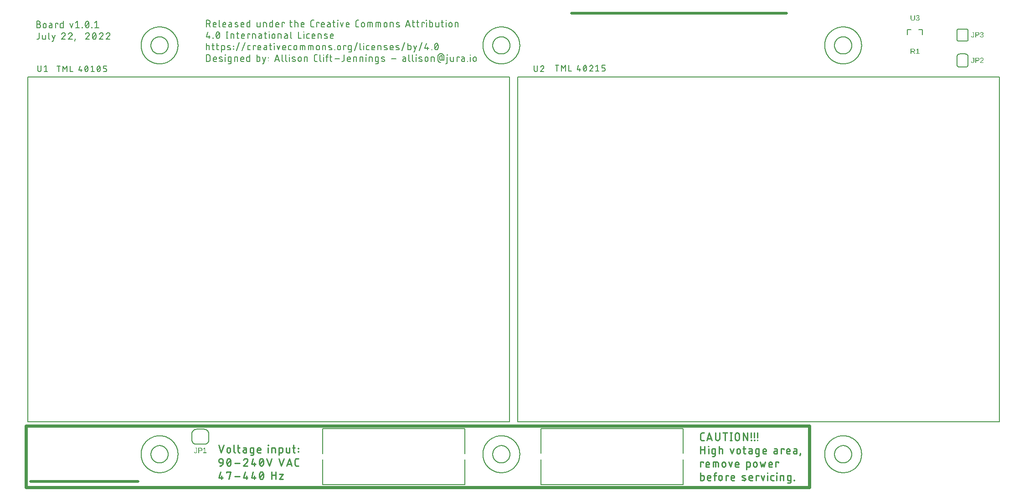
<source format=gbr>
G04 EAGLE Gerber RS-274X export*
G75*
%MOMM*%
%FSLAX34Y34*%
%LPD*%
%INSilkscreen Top*%
%IPPOS*%
%AMOC8*
5,1,8,0,0,1.08239X$1,22.5*%
G01*
G04 Define Apertures*
%ADD10C,0.609600*%
%ADD11C,0.254000*%
%ADD12C,0.177800*%
%ADD13C,0.508000*%
%ADD14C,0.127000*%
%ADD15C,0.203200*%
%ADD16C,0.152400*%
G36*
X1654442Y876054D02*
X1654148Y876061D01*
X1653864Y876081D01*
X1653589Y876115D01*
X1653324Y876163D01*
X1653069Y876224D01*
X1652823Y876298D01*
X1652586Y876387D01*
X1652359Y876489D01*
X1652143Y876603D01*
X1651939Y876730D01*
X1651748Y876870D01*
X1651569Y877021D01*
X1651403Y877185D01*
X1651249Y877361D01*
X1651108Y877550D01*
X1650979Y877751D01*
X1650865Y877963D01*
X1650765Y878184D01*
X1650681Y878416D01*
X1650612Y878658D01*
X1650559Y878909D01*
X1650520Y879171D01*
X1650497Y879442D01*
X1650490Y879723D01*
X1650490Y885910D01*
X1651807Y885910D01*
X1651807Y879834D01*
X1651818Y879511D01*
X1651849Y879208D01*
X1651902Y878925D01*
X1651976Y878663D01*
X1652071Y878420D01*
X1652187Y878198D01*
X1652325Y877995D01*
X1652483Y877813D01*
X1652661Y877651D01*
X1652858Y877511D01*
X1653074Y877393D01*
X1653309Y877296D01*
X1653562Y877220D01*
X1653834Y877166D01*
X1654125Y877134D01*
X1654435Y877123D01*
X1654753Y877134D01*
X1655054Y877168D01*
X1655336Y877223D01*
X1655600Y877302D01*
X1655845Y877402D01*
X1656073Y877525D01*
X1656282Y877670D01*
X1656473Y877837D01*
X1656643Y878026D01*
X1656791Y878235D01*
X1656916Y878465D01*
X1657019Y878715D01*
X1657098Y878987D01*
X1657155Y879278D01*
X1657189Y879590D01*
X1657200Y879923D01*
X1657200Y885910D01*
X1658511Y885910D01*
X1658511Y879847D01*
X1658503Y879558D01*
X1658480Y879278D01*
X1658441Y879008D01*
X1658386Y878749D01*
X1658316Y878500D01*
X1658230Y878261D01*
X1658128Y878032D01*
X1658011Y877813D01*
X1657879Y877605D01*
X1657735Y877410D01*
X1657578Y877228D01*
X1657407Y877058D01*
X1657224Y876901D01*
X1657028Y876757D01*
X1656819Y876625D01*
X1656597Y876506D01*
X1656363Y876400D01*
X1656120Y876308D01*
X1655866Y876231D01*
X1655601Y876167D01*
X1655327Y876118D01*
X1655042Y876082D01*
X1654747Y876061D01*
X1654442Y876054D01*
G37*
G36*
X1663526Y876054D02*
X1663166Y876064D01*
X1662825Y876096D01*
X1662503Y876148D01*
X1662199Y876220D01*
X1661914Y876314D01*
X1661647Y876428D01*
X1661400Y876564D01*
X1661170Y876720D01*
X1660962Y876896D01*
X1660775Y877092D01*
X1660611Y877309D01*
X1660469Y877545D01*
X1660350Y877801D01*
X1660253Y878077D01*
X1660178Y878373D01*
X1660125Y878689D01*
X1661408Y878806D01*
X1661446Y878597D01*
X1661496Y878402D01*
X1661558Y878220D01*
X1661634Y878052D01*
X1661722Y877897D01*
X1661822Y877755D01*
X1661936Y877627D01*
X1662062Y877513D01*
X1662200Y877412D01*
X1662352Y877324D01*
X1662516Y877250D01*
X1662692Y877189D01*
X1662882Y877142D01*
X1663084Y877109D01*
X1663298Y877088D01*
X1663526Y877082D01*
X1663754Y877089D01*
X1663969Y877111D01*
X1664172Y877147D01*
X1664363Y877197D01*
X1664541Y877262D01*
X1664706Y877342D01*
X1664858Y877436D01*
X1664998Y877544D01*
X1665123Y877666D01*
X1665232Y877803D01*
X1665324Y877953D01*
X1665399Y878118D01*
X1665458Y878297D01*
X1665499Y878489D01*
X1665524Y878696D01*
X1665533Y878916D01*
X1665523Y879109D01*
X1665495Y879291D01*
X1665447Y879462D01*
X1665380Y879622D01*
X1665294Y879772D01*
X1665189Y879910D01*
X1665065Y880038D01*
X1664922Y880154D01*
X1664761Y880259D01*
X1664583Y880349D01*
X1664388Y880425D01*
X1664177Y880488D01*
X1663948Y880537D01*
X1663702Y880571D01*
X1663440Y880592D01*
X1663160Y880599D01*
X1662457Y880599D01*
X1662457Y881675D01*
X1663133Y881675D01*
X1663381Y881682D01*
X1663614Y881703D01*
X1663834Y881738D01*
X1664039Y881786D01*
X1664229Y881849D01*
X1664406Y881925D01*
X1664568Y882016D01*
X1664715Y882120D01*
X1664847Y882236D01*
X1664961Y882364D01*
X1665058Y882502D01*
X1665137Y882650D01*
X1665198Y882809D01*
X1665242Y882979D01*
X1665269Y883160D01*
X1665278Y883351D01*
X1665270Y883541D01*
X1665249Y883720D01*
X1665213Y883890D01*
X1665163Y884049D01*
X1665098Y884197D01*
X1665020Y884336D01*
X1664926Y884464D01*
X1664819Y884582D01*
X1664697Y884688D01*
X1664562Y884780D01*
X1664412Y884857D01*
X1664249Y884921D01*
X1664072Y884970D01*
X1663881Y885006D01*
X1663676Y885027D01*
X1663457Y885034D01*
X1663256Y885027D01*
X1663066Y885008D01*
X1662885Y884975D01*
X1662714Y884929D01*
X1662553Y884870D01*
X1662402Y884797D01*
X1662261Y884712D01*
X1662129Y884613D01*
X1662009Y884503D01*
X1661902Y884381D01*
X1661808Y884249D01*
X1661728Y884106D01*
X1661661Y883953D01*
X1661607Y883788D01*
X1661567Y883613D01*
X1661539Y883427D01*
X1660291Y883523D01*
X1660337Y883814D01*
X1660405Y884087D01*
X1660495Y884345D01*
X1660607Y884586D01*
X1660742Y884810D01*
X1660899Y885018D01*
X1661079Y885210D01*
X1661281Y885386D01*
X1661501Y885542D01*
X1661737Y885678D01*
X1661988Y885793D01*
X1662254Y885887D01*
X1662535Y885961D01*
X1662832Y886013D01*
X1663144Y886044D01*
X1663470Y886055D01*
X1663826Y886044D01*
X1664161Y886012D01*
X1664475Y885959D01*
X1664770Y885885D01*
X1665044Y885789D01*
X1665297Y885673D01*
X1665530Y885535D01*
X1665743Y885375D01*
X1665933Y885197D01*
X1666098Y885002D01*
X1666237Y884791D01*
X1666351Y884562D01*
X1666439Y884317D01*
X1666503Y884056D01*
X1666541Y883777D01*
X1666553Y883482D01*
X1666545Y883255D01*
X1666521Y883038D01*
X1666480Y882833D01*
X1666423Y882638D01*
X1666350Y882454D01*
X1666261Y882281D01*
X1666155Y882119D01*
X1666033Y881968D01*
X1665895Y881828D01*
X1665743Y881700D01*
X1665576Y881584D01*
X1665394Y881479D01*
X1665197Y881387D01*
X1664986Y881305D01*
X1664760Y881236D01*
X1664519Y881179D01*
X1664519Y881151D01*
X1664784Y881114D01*
X1665034Y881061D01*
X1665268Y880993D01*
X1665488Y880910D01*
X1665692Y880810D01*
X1665882Y880696D01*
X1666056Y880566D01*
X1666215Y880420D01*
X1666358Y880261D01*
X1666481Y880093D01*
X1666585Y879915D01*
X1666671Y879727D01*
X1666737Y879529D01*
X1666784Y879321D01*
X1666813Y879103D01*
X1666822Y878875D01*
X1666809Y878548D01*
X1666769Y878240D01*
X1666702Y877952D01*
X1666609Y877682D01*
X1666488Y877431D01*
X1666341Y877199D01*
X1666168Y876986D01*
X1665967Y876792D01*
X1665742Y876619D01*
X1665494Y876469D01*
X1665223Y876342D01*
X1664929Y876239D01*
X1664613Y876158D01*
X1664273Y876100D01*
X1663911Y876066D01*
X1663526Y876054D01*
G37*
G36*
X328267Y72144D02*
X326950Y72144D01*
X326950Y81862D01*
X331040Y81862D01*
X331437Y81850D01*
X331811Y81814D01*
X332162Y81754D01*
X332490Y81670D01*
X332795Y81563D01*
X333076Y81431D01*
X333335Y81276D01*
X333571Y81096D01*
X333781Y80895D01*
X333963Y80674D01*
X334117Y80434D01*
X334243Y80174D01*
X334341Y79894D01*
X334411Y79595D01*
X334453Y79276D01*
X334467Y78938D01*
X334453Y78602D01*
X334411Y78283D01*
X334341Y77983D01*
X334242Y77700D01*
X334116Y77434D01*
X333961Y77187D01*
X333778Y76957D01*
X333567Y76744D01*
X333332Y76554D01*
X333077Y76388D01*
X332802Y76248D01*
X332506Y76134D01*
X332190Y76045D01*
X331855Y75981D01*
X331499Y75943D01*
X331122Y75930D01*
X328267Y75930D01*
X328267Y72144D01*
G37*
%LPC*%
G36*
X330936Y76972D02*
X331203Y76980D01*
X331454Y77002D01*
X331686Y77041D01*
X331902Y77094D01*
X332100Y77162D01*
X332281Y77246D01*
X332445Y77345D01*
X332592Y77460D01*
X332721Y77589D01*
X332833Y77734D01*
X332928Y77894D01*
X333005Y78070D01*
X333066Y78260D01*
X333109Y78466D01*
X333135Y78687D01*
X333143Y78924D01*
X333134Y79152D01*
X333108Y79365D01*
X333064Y79564D01*
X333002Y79747D01*
X332922Y79917D01*
X332825Y80071D01*
X332710Y80211D01*
X332578Y80336D01*
X332427Y80446D01*
X332260Y80542D01*
X332074Y80623D01*
X331871Y80689D01*
X331650Y80740D01*
X331411Y80777D01*
X331155Y80799D01*
X330881Y80807D01*
X328267Y80807D01*
X328267Y76972D01*
X330936Y76972D01*
G37*
%LPD*%
G36*
X342363Y72144D02*
X336273Y72144D01*
X336273Y73199D01*
X338749Y73199D01*
X338749Y80676D01*
X336556Y79110D01*
X336556Y80282D01*
X338853Y81862D01*
X339998Y81862D01*
X339998Y73199D01*
X342363Y73199D01*
X342363Y72144D01*
G37*
G36*
X321881Y72006D02*
X321580Y72016D01*
X321295Y72046D01*
X321025Y72096D01*
X320771Y72166D01*
X320533Y72255D01*
X320311Y72365D01*
X320104Y72495D01*
X319913Y72644D01*
X319738Y72813D01*
X319578Y73003D01*
X319434Y73212D01*
X319306Y73441D01*
X319193Y73691D01*
X319096Y73960D01*
X319015Y74249D01*
X318949Y74558D01*
X320239Y74772D01*
X320321Y74394D01*
X320441Y74060D01*
X320600Y73770D01*
X320798Y73523D01*
X321029Y73327D01*
X321287Y73187D01*
X321427Y73138D01*
X321574Y73103D01*
X321727Y73082D01*
X321887Y73075D01*
X322062Y73083D01*
X322227Y73106D01*
X322383Y73144D01*
X322529Y73198D01*
X322665Y73268D01*
X322793Y73352D01*
X322910Y73453D01*
X323019Y73568D01*
X323115Y73699D01*
X323200Y73843D01*
X323271Y74003D01*
X323329Y74176D01*
X323374Y74364D01*
X323406Y74566D01*
X323426Y74782D01*
X323432Y75013D01*
X323432Y80786D01*
X321563Y80786D01*
X321563Y81862D01*
X324743Y81862D01*
X324743Y75041D01*
X324731Y74697D01*
X324695Y74372D01*
X324635Y74065D01*
X324551Y73778D01*
X324444Y73509D01*
X324312Y73259D01*
X324157Y73028D01*
X323977Y72816D01*
X323777Y72627D01*
X323559Y72462D01*
X323323Y72323D01*
X323070Y72209D01*
X322799Y72120D01*
X322511Y72057D01*
X322204Y72019D01*
X321881Y72006D01*
G37*
G36*
X1771949Y797380D02*
X1770632Y797380D01*
X1770632Y807098D01*
X1774722Y807098D01*
X1775119Y807086D01*
X1775493Y807050D01*
X1775844Y806990D01*
X1776172Y806906D01*
X1776477Y806799D01*
X1776758Y806667D01*
X1777017Y806512D01*
X1777253Y806332D01*
X1777463Y806131D01*
X1777645Y805910D01*
X1777799Y805670D01*
X1777925Y805410D01*
X1778023Y805130D01*
X1778093Y804831D01*
X1778135Y804512D01*
X1778149Y804174D01*
X1778135Y803838D01*
X1778093Y803519D01*
X1778023Y803219D01*
X1777924Y802936D01*
X1777798Y802670D01*
X1777643Y802423D01*
X1777460Y802193D01*
X1777249Y801980D01*
X1777014Y801790D01*
X1776759Y801624D01*
X1776484Y801484D01*
X1776188Y801370D01*
X1775872Y801281D01*
X1775537Y801217D01*
X1775181Y801179D01*
X1774804Y801166D01*
X1771949Y801166D01*
X1771949Y797380D01*
G37*
%LPC*%
G36*
X1774618Y802208D02*
X1774885Y802216D01*
X1775136Y802238D01*
X1775368Y802277D01*
X1775584Y802330D01*
X1775782Y802398D01*
X1775963Y802482D01*
X1776127Y802581D01*
X1776274Y802696D01*
X1776403Y802825D01*
X1776515Y802970D01*
X1776610Y803130D01*
X1776687Y803306D01*
X1776748Y803496D01*
X1776791Y803702D01*
X1776817Y803923D01*
X1776825Y804160D01*
X1776816Y804388D01*
X1776790Y804601D01*
X1776746Y804800D01*
X1776684Y804983D01*
X1776604Y805153D01*
X1776507Y805307D01*
X1776392Y805447D01*
X1776260Y805572D01*
X1776109Y805682D01*
X1775942Y805778D01*
X1775756Y805859D01*
X1775553Y805925D01*
X1775332Y805976D01*
X1775093Y806013D01*
X1774837Y806035D01*
X1774563Y806043D01*
X1771949Y806043D01*
X1771949Y802208D01*
X1774618Y802208D01*
G37*
%LPD*%
G36*
X1786025Y797380D02*
X1779590Y797380D01*
X1779590Y798256D01*
X1779775Y798648D01*
X1779980Y799015D01*
X1780205Y799360D01*
X1780448Y799680D01*
X1780968Y800268D01*
X1781514Y800797D01*
X1782070Y801279D01*
X1782621Y801725D01*
X1783143Y802153D01*
X1783611Y802580D01*
X1783821Y802797D01*
X1784010Y803018D01*
X1784178Y803245D01*
X1784325Y803477D01*
X1784444Y803719D01*
X1784529Y803977D01*
X1784580Y804250D01*
X1784597Y804539D01*
X1784590Y804733D01*
X1784568Y804917D01*
X1784531Y805089D01*
X1784480Y805249D01*
X1784414Y805399D01*
X1784333Y805537D01*
X1784238Y805665D01*
X1784128Y805781D01*
X1784005Y805884D01*
X1783871Y805974D01*
X1783725Y806049D01*
X1783568Y806112D01*
X1783399Y806160D01*
X1783219Y806194D01*
X1783027Y806215D01*
X1782824Y806222D01*
X1782630Y806215D01*
X1782445Y806195D01*
X1782269Y806161D01*
X1782101Y806114D01*
X1781942Y806054D01*
X1781792Y805979D01*
X1781517Y805791D01*
X1781396Y805678D01*
X1781287Y805554D01*
X1781192Y805419D01*
X1781110Y805273D01*
X1781041Y805116D01*
X1780985Y804948D01*
X1780943Y804770D01*
X1780914Y804580D01*
X1779645Y804698D01*
X1779691Y804982D01*
X1779758Y805251D01*
X1779849Y805505D01*
X1779961Y805744D01*
X1780096Y805969D01*
X1780253Y806178D01*
X1780433Y806373D01*
X1780635Y806553D01*
X1780855Y806715D01*
X1781091Y806855D01*
X1781342Y806973D01*
X1781608Y807070D01*
X1781889Y807146D01*
X1782186Y807200D01*
X1782498Y807232D01*
X1782824Y807243D01*
X1783181Y807232D01*
X1783516Y807199D01*
X1783831Y807145D01*
X1784124Y807069D01*
X1784395Y806972D01*
X1784646Y806853D01*
X1784875Y806712D01*
X1785083Y806550D01*
X1785268Y806367D01*
X1785429Y806167D01*
X1785564Y805948D01*
X1785675Y805711D01*
X1785762Y805455D01*
X1785824Y805182D01*
X1785861Y804890D01*
X1785873Y804580D01*
X1785857Y804298D01*
X1785808Y804017D01*
X1785727Y803736D01*
X1785614Y803456D01*
X1785469Y803177D01*
X1785293Y802898D01*
X1785085Y802618D01*
X1784845Y802339D01*
X1784532Y802021D01*
X1784102Y801627D01*
X1782893Y800608D01*
X1782181Y799991D01*
X1781886Y799707D01*
X1781631Y799439D01*
X1781413Y799181D01*
X1781228Y798928D01*
X1781075Y798679D01*
X1780955Y798435D01*
X1786025Y798435D01*
X1786025Y797380D01*
G37*
G36*
X1765563Y797242D02*
X1765262Y797252D01*
X1764977Y797282D01*
X1764707Y797332D01*
X1764453Y797402D01*
X1764215Y797491D01*
X1763993Y797601D01*
X1763786Y797731D01*
X1763595Y797880D01*
X1763420Y798049D01*
X1763260Y798239D01*
X1763116Y798448D01*
X1762988Y798677D01*
X1762875Y798927D01*
X1762778Y799196D01*
X1762697Y799485D01*
X1762631Y799794D01*
X1763921Y800008D01*
X1764003Y799630D01*
X1764123Y799296D01*
X1764282Y799006D01*
X1764480Y798759D01*
X1764711Y798563D01*
X1764969Y798423D01*
X1765109Y798374D01*
X1765256Y798339D01*
X1765409Y798318D01*
X1765569Y798311D01*
X1765744Y798319D01*
X1765909Y798342D01*
X1766065Y798380D01*
X1766211Y798434D01*
X1766347Y798504D01*
X1766475Y798588D01*
X1766592Y798689D01*
X1766701Y798804D01*
X1766797Y798935D01*
X1766882Y799079D01*
X1766953Y799239D01*
X1767011Y799412D01*
X1767056Y799600D01*
X1767088Y799802D01*
X1767108Y800018D01*
X1767114Y800249D01*
X1767114Y806022D01*
X1765245Y806022D01*
X1765245Y807098D01*
X1768425Y807098D01*
X1768425Y800277D01*
X1768413Y799933D01*
X1768377Y799608D01*
X1768317Y799301D01*
X1768233Y799014D01*
X1768126Y798745D01*
X1767994Y798495D01*
X1767839Y798264D01*
X1767659Y798052D01*
X1767459Y797863D01*
X1767241Y797698D01*
X1767005Y797559D01*
X1766752Y797445D01*
X1766481Y797356D01*
X1766193Y797293D01*
X1765886Y797255D01*
X1765563Y797242D01*
G37*
G36*
X1651868Y814186D02*
X1650551Y814186D01*
X1650551Y823904D01*
X1655124Y823904D01*
X1655522Y823892D01*
X1655898Y823858D01*
X1656249Y823801D01*
X1656578Y823720D01*
X1656883Y823617D01*
X1657165Y823491D01*
X1657423Y823341D01*
X1657658Y823169D01*
X1657868Y822977D01*
X1658049Y822766D01*
X1658202Y822537D01*
X1658328Y822291D01*
X1658426Y822026D01*
X1658496Y821744D01*
X1658537Y821443D01*
X1658551Y821124D01*
X1658542Y820859D01*
X1658512Y820604D01*
X1658463Y820361D01*
X1658394Y820128D01*
X1658305Y819906D01*
X1658196Y819694D01*
X1658068Y819493D01*
X1657920Y819304D01*
X1657755Y819128D01*
X1657575Y818969D01*
X1657380Y818827D01*
X1657292Y818775D01*
X1657169Y818702D01*
X1656944Y818594D01*
X1656704Y818503D01*
X1656449Y818429D01*
X1656179Y818372D01*
X1657353Y816590D01*
X1658938Y814186D01*
X1657420Y814186D01*
X1654896Y818221D01*
X1651868Y818221D01*
X1651868Y814186D01*
G37*
%LPC*%
G36*
X1655048Y819262D02*
X1655301Y819270D01*
X1655539Y819293D01*
X1655762Y819331D01*
X1655971Y819384D01*
X1656165Y819452D01*
X1656344Y819536D01*
X1656509Y819634D01*
X1656658Y819748D01*
X1656792Y819876D01*
X1656907Y820016D01*
X1657005Y820168D01*
X1657085Y820332D01*
X1657147Y820508D01*
X1657192Y820697D01*
X1657218Y820898D01*
X1657227Y821111D01*
X1657218Y821316D01*
X1657191Y821510D01*
X1657146Y821690D01*
X1657083Y821858D01*
X1657002Y822013D01*
X1656903Y822156D01*
X1656786Y822286D01*
X1656651Y822404D01*
X1656499Y822508D01*
X1656332Y822598D01*
X1656148Y822675D01*
X1655949Y822737D01*
X1655733Y822786D01*
X1655502Y822821D01*
X1655255Y822842D01*
X1654993Y822849D01*
X1651868Y822849D01*
X1651868Y819262D01*
X1655048Y819262D01*
G37*
%LPD*%
G36*
X1666746Y814186D02*
X1660656Y814186D01*
X1660656Y815241D01*
X1663132Y815241D01*
X1663132Y822718D01*
X1660938Y821152D01*
X1660938Y822324D01*
X1663235Y823904D01*
X1664380Y823904D01*
X1664380Y815241D01*
X1666746Y815241D01*
X1666746Y814186D01*
G37*
G36*
X1771813Y844820D02*
X1770496Y844820D01*
X1770496Y854538D01*
X1774586Y854538D01*
X1774983Y854526D01*
X1775357Y854490D01*
X1775708Y854430D01*
X1776036Y854346D01*
X1776341Y854239D01*
X1776622Y854107D01*
X1776881Y853952D01*
X1777117Y853772D01*
X1777327Y853571D01*
X1777509Y853350D01*
X1777663Y853110D01*
X1777789Y852850D01*
X1777887Y852570D01*
X1777957Y852271D01*
X1777999Y851952D01*
X1778013Y851614D01*
X1777999Y851278D01*
X1777957Y850959D01*
X1777887Y850659D01*
X1777788Y850376D01*
X1777662Y850110D01*
X1777507Y849863D01*
X1777324Y849633D01*
X1777113Y849420D01*
X1776878Y849230D01*
X1776623Y849064D01*
X1776348Y848924D01*
X1776052Y848810D01*
X1775736Y848721D01*
X1775401Y848657D01*
X1775045Y848619D01*
X1774668Y848606D01*
X1771813Y848606D01*
X1771813Y844820D01*
G37*
%LPC*%
G36*
X1774482Y849648D02*
X1774749Y849656D01*
X1775000Y849678D01*
X1775232Y849717D01*
X1775448Y849770D01*
X1775646Y849838D01*
X1775827Y849922D01*
X1775991Y850021D01*
X1776138Y850136D01*
X1776267Y850265D01*
X1776379Y850410D01*
X1776474Y850570D01*
X1776551Y850746D01*
X1776612Y850936D01*
X1776655Y851142D01*
X1776681Y851363D01*
X1776689Y851600D01*
X1776680Y851828D01*
X1776654Y852041D01*
X1776610Y852240D01*
X1776548Y852423D01*
X1776468Y852593D01*
X1776371Y852747D01*
X1776256Y852887D01*
X1776124Y853012D01*
X1775973Y853122D01*
X1775806Y853218D01*
X1775620Y853299D01*
X1775417Y853365D01*
X1775196Y853416D01*
X1774957Y853453D01*
X1774701Y853475D01*
X1774427Y853483D01*
X1771813Y853483D01*
X1771813Y849648D01*
X1774482Y849648D01*
G37*
%LPD*%
G36*
X1782682Y844682D02*
X1782322Y844692D01*
X1781981Y844724D01*
X1781658Y844776D01*
X1781355Y844848D01*
X1781070Y844942D01*
X1780803Y845056D01*
X1780555Y845192D01*
X1780326Y845348D01*
X1780118Y845524D01*
X1779931Y845720D01*
X1779767Y845937D01*
X1779625Y846173D01*
X1779506Y846429D01*
X1779409Y846705D01*
X1779334Y847001D01*
X1779281Y847317D01*
X1780564Y847434D01*
X1780602Y847225D01*
X1780652Y847030D01*
X1780714Y846848D01*
X1780790Y846680D01*
X1780878Y846525D01*
X1780978Y846383D01*
X1781092Y846255D01*
X1781218Y846141D01*
X1781356Y846040D01*
X1781508Y845952D01*
X1781672Y845878D01*
X1781848Y845817D01*
X1782038Y845770D01*
X1782240Y845737D01*
X1782454Y845716D01*
X1782682Y845710D01*
X1782910Y845717D01*
X1783125Y845739D01*
X1783328Y845775D01*
X1783519Y845825D01*
X1783696Y845890D01*
X1783862Y845970D01*
X1784014Y846064D01*
X1784154Y846172D01*
X1784279Y846294D01*
X1784388Y846431D01*
X1784480Y846581D01*
X1784555Y846746D01*
X1784613Y846925D01*
X1784655Y847117D01*
X1784680Y847324D01*
X1784689Y847544D01*
X1784679Y847737D01*
X1784650Y847919D01*
X1784603Y848090D01*
X1784536Y848250D01*
X1784450Y848400D01*
X1784345Y848538D01*
X1784221Y848666D01*
X1784078Y848782D01*
X1783917Y848887D01*
X1783739Y848977D01*
X1783544Y849053D01*
X1783332Y849116D01*
X1783104Y849165D01*
X1782858Y849199D01*
X1782595Y849220D01*
X1782316Y849227D01*
X1781612Y849227D01*
X1781612Y850303D01*
X1782288Y850303D01*
X1782536Y850310D01*
X1782770Y850331D01*
X1782989Y850366D01*
X1783194Y850414D01*
X1783385Y850477D01*
X1783562Y850553D01*
X1783724Y850644D01*
X1783871Y850748D01*
X1784003Y850864D01*
X1784117Y850992D01*
X1784214Y851130D01*
X1784293Y851278D01*
X1784354Y851437D01*
X1784398Y851607D01*
X1784425Y851788D01*
X1784433Y851979D01*
X1784426Y852169D01*
X1784405Y852348D01*
X1784369Y852518D01*
X1784319Y852677D01*
X1784254Y852825D01*
X1784175Y852964D01*
X1784082Y853092D01*
X1783975Y853210D01*
X1783853Y853316D01*
X1783718Y853408D01*
X1783568Y853485D01*
X1783405Y853549D01*
X1783228Y853598D01*
X1783036Y853634D01*
X1782831Y853655D01*
X1782613Y853662D01*
X1782412Y853655D01*
X1782222Y853636D01*
X1782041Y853603D01*
X1781870Y853557D01*
X1781709Y853498D01*
X1781558Y853425D01*
X1781417Y853340D01*
X1781285Y853241D01*
X1781165Y853131D01*
X1781058Y853009D01*
X1780964Y852877D01*
X1780884Y852734D01*
X1780817Y852581D01*
X1780763Y852416D01*
X1780723Y852241D01*
X1780695Y852055D01*
X1779447Y852151D01*
X1779492Y852442D01*
X1779560Y852715D01*
X1779651Y852973D01*
X1779763Y853214D01*
X1779898Y853438D01*
X1780055Y853646D01*
X1780235Y853838D01*
X1780437Y854014D01*
X1780657Y854170D01*
X1780893Y854306D01*
X1781144Y854421D01*
X1781410Y854515D01*
X1781691Y854589D01*
X1781988Y854641D01*
X1782299Y854672D01*
X1782626Y854683D01*
X1782982Y854672D01*
X1783317Y854640D01*
X1783631Y854587D01*
X1783926Y854513D01*
X1784199Y854417D01*
X1784453Y854301D01*
X1784686Y854163D01*
X1784899Y854003D01*
X1785089Y853825D01*
X1785253Y853630D01*
X1785393Y853419D01*
X1785507Y853190D01*
X1785595Y852945D01*
X1785659Y852684D01*
X1785697Y852405D01*
X1785709Y852110D01*
X1785701Y851883D01*
X1785677Y851666D01*
X1785636Y851461D01*
X1785579Y851266D01*
X1785506Y851082D01*
X1785416Y850909D01*
X1785311Y850747D01*
X1785189Y850596D01*
X1785051Y850456D01*
X1784899Y850328D01*
X1784732Y850212D01*
X1784550Y850107D01*
X1784353Y850015D01*
X1784142Y849933D01*
X1783916Y849864D01*
X1783675Y849807D01*
X1783675Y849779D01*
X1783940Y849742D01*
X1784189Y849689D01*
X1784424Y849621D01*
X1784644Y849538D01*
X1784848Y849438D01*
X1785038Y849324D01*
X1785212Y849194D01*
X1785371Y849048D01*
X1785514Y848889D01*
X1785637Y848721D01*
X1785741Y848543D01*
X1785827Y848355D01*
X1785893Y848157D01*
X1785940Y847949D01*
X1785969Y847731D01*
X1785978Y847503D01*
X1785965Y847176D01*
X1785925Y846868D01*
X1785858Y846580D01*
X1785764Y846310D01*
X1785644Y846059D01*
X1785497Y845827D01*
X1785323Y845614D01*
X1785123Y845420D01*
X1784898Y845247D01*
X1784650Y845097D01*
X1784379Y844970D01*
X1784085Y844867D01*
X1783768Y844786D01*
X1783429Y844728D01*
X1783067Y844694D01*
X1782682Y844682D01*
G37*
G36*
X1765427Y844682D02*
X1765126Y844692D01*
X1764841Y844722D01*
X1764571Y844772D01*
X1764317Y844842D01*
X1764079Y844931D01*
X1763857Y845041D01*
X1763650Y845171D01*
X1763459Y845320D01*
X1763284Y845489D01*
X1763124Y845679D01*
X1762980Y845888D01*
X1762852Y846117D01*
X1762739Y846367D01*
X1762642Y846636D01*
X1762561Y846925D01*
X1762495Y847234D01*
X1763785Y847448D01*
X1763867Y847070D01*
X1763987Y846736D01*
X1764146Y846446D01*
X1764344Y846199D01*
X1764575Y846003D01*
X1764833Y845863D01*
X1764973Y845814D01*
X1765120Y845779D01*
X1765273Y845758D01*
X1765433Y845751D01*
X1765608Y845759D01*
X1765773Y845782D01*
X1765929Y845820D01*
X1766075Y845874D01*
X1766211Y845944D01*
X1766339Y846028D01*
X1766456Y846129D01*
X1766565Y846244D01*
X1766661Y846375D01*
X1766746Y846519D01*
X1766817Y846679D01*
X1766875Y846852D01*
X1766920Y847040D01*
X1766952Y847242D01*
X1766972Y847458D01*
X1766978Y847689D01*
X1766978Y853462D01*
X1765109Y853462D01*
X1765109Y854538D01*
X1768289Y854538D01*
X1768289Y847717D01*
X1768277Y847373D01*
X1768241Y847048D01*
X1768181Y846741D01*
X1768097Y846454D01*
X1767990Y846185D01*
X1767858Y845935D01*
X1767703Y845704D01*
X1767523Y845492D01*
X1767323Y845303D01*
X1767105Y845138D01*
X1766869Y844999D01*
X1766616Y844885D01*
X1766345Y844796D01*
X1766057Y844733D01*
X1765750Y844695D01*
X1765427Y844682D01*
G37*
D10*
X1462500Y122682D02*
X1462500Y8208D01*
X6938Y8208D01*
X6938Y122682D01*
D11*
X1263198Y95759D02*
X1266303Y95759D01*
X1263198Y95759D02*
X1263087Y95761D01*
X1262977Y95767D01*
X1262866Y95777D01*
X1262756Y95791D01*
X1262647Y95808D01*
X1262538Y95830D01*
X1262430Y95855D01*
X1262324Y95885D01*
X1262218Y95918D01*
X1262113Y95955D01*
X1262010Y95995D01*
X1261909Y96040D01*
X1261809Y96087D01*
X1261710Y96139D01*
X1261614Y96194D01*
X1261520Y96252D01*
X1261428Y96313D01*
X1261338Y96378D01*
X1261250Y96446D01*
X1261165Y96517D01*
X1261083Y96591D01*
X1261003Y96668D01*
X1260926Y96748D01*
X1260852Y96830D01*
X1260781Y96915D01*
X1260713Y97003D01*
X1260648Y97093D01*
X1260587Y97185D01*
X1260529Y97279D01*
X1260474Y97375D01*
X1260422Y97474D01*
X1260375Y97574D01*
X1260330Y97675D01*
X1260290Y97778D01*
X1260253Y97883D01*
X1260220Y97989D01*
X1260190Y98095D01*
X1260165Y98203D01*
X1260143Y98312D01*
X1260126Y98421D01*
X1260112Y98531D01*
X1260102Y98642D01*
X1260096Y98752D01*
X1260094Y98863D01*
X1260094Y106625D01*
X1260096Y106736D01*
X1260102Y106846D01*
X1260112Y106957D01*
X1260126Y107067D01*
X1260143Y107176D01*
X1260165Y107285D01*
X1260190Y107393D01*
X1260220Y107499D01*
X1260253Y107605D01*
X1260290Y107710D01*
X1260330Y107813D01*
X1260374Y107914D01*
X1260422Y108014D01*
X1260474Y108113D01*
X1260529Y108209D01*
X1260587Y108303D01*
X1260648Y108395D01*
X1260713Y108485D01*
X1260781Y108573D01*
X1260852Y108658D01*
X1260926Y108740D01*
X1261003Y108820D01*
X1261083Y108897D01*
X1261165Y108971D01*
X1261250Y109042D01*
X1261338Y109110D01*
X1261428Y109175D01*
X1261520Y109236D01*
X1261614Y109294D01*
X1261710Y109349D01*
X1261809Y109401D01*
X1261909Y109448D01*
X1262010Y109493D01*
X1262113Y109533D01*
X1262218Y109570D01*
X1262323Y109603D01*
X1262430Y109633D01*
X1262538Y109658D01*
X1262647Y109680D01*
X1262756Y109697D01*
X1262866Y109711D01*
X1262977Y109721D01*
X1263087Y109727D01*
X1263198Y109729D01*
X1266303Y109729D01*
X1276260Y109729D02*
X1271603Y95759D01*
X1280916Y95759D02*
X1276260Y109729D01*
X1279752Y99252D02*
X1272767Y99252D01*
X1287540Y99640D02*
X1287540Y109729D01*
X1287540Y99640D02*
X1287542Y99517D01*
X1287548Y99394D01*
X1287558Y99271D01*
X1287571Y99149D01*
X1287589Y99027D01*
X1287610Y98906D01*
X1287635Y98785D01*
X1287664Y98665D01*
X1287697Y98547D01*
X1287734Y98429D01*
X1287774Y98313D01*
X1287818Y98198D01*
X1287866Y98084D01*
X1287917Y97972D01*
X1287971Y97862D01*
X1288030Y97753D01*
X1288091Y97646D01*
X1288156Y97542D01*
X1288224Y97439D01*
X1288296Y97339D01*
X1288370Y97241D01*
X1288448Y97145D01*
X1288529Y97052D01*
X1288612Y96962D01*
X1288699Y96874D01*
X1288788Y96789D01*
X1288879Y96707D01*
X1288974Y96628D01*
X1289071Y96552D01*
X1289170Y96479D01*
X1289271Y96409D01*
X1289375Y96342D01*
X1289481Y96279D01*
X1289588Y96219D01*
X1289698Y96163D01*
X1289809Y96110D01*
X1289922Y96060D01*
X1290036Y96015D01*
X1290152Y95972D01*
X1290269Y95934D01*
X1290387Y95899D01*
X1290506Y95868D01*
X1290626Y95841D01*
X1290747Y95818D01*
X1290869Y95799D01*
X1290991Y95783D01*
X1291113Y95771D01*
X1291236Y95763D01*
X1291359Y95759D01*
X1291483Y95759D01*
X1291606Y95763D01*
X1291729Y95771D01*
X1291851Y95783D01*
X1291973Y95799D01*
X1292095Y95818D01*
X1292216Y95841D01*
X1292336Y95868D01*
X1292455Y95899D01*
X1292573Y95934D01*
X1292690Y95972D01*
X1292806Y96015D01*
X1292920Y96060D01*
X1293033Y96110D01*
X1293144Y96163D01*
X1293254Y96219D01*
X1293362Y96279D01*
X1293467Y96342D01*
X1293571Y96409D01*
X1293672Y96479D01*
X1293771Y96552D01*
X1293868Y96628D01*
X1293963Y96707D01*
X1294054Y96789D01*
X1294143Y96874D01*
X1294230Y96962D01*
X1294313Y97052D01*
X1294394Y97145D01*
X1294472Y97241D01*
X1294546Y97339D01*
X1294618Y97439D01*
X1294686Y97542D01*
X1294751Y97646D01*
X1294812Y97753D01*
X1294871Y97862D01*
X1294925Y97972D01*
X1294976Y98084D01*
X1295024Y98198D01*
X1295068Y98313D01*
X1295108Y98429D01*
X1295145Y98547D01*
X1295178Y98665D01*
X1295207Y98785D01*
X1295232Y98906D01*
X1295253Y99027D01*
X1295271Y99149D01*
X1295284Y99271D01*
X1295294Y99394D01*
X1295300Y99517D01*
X1295302Y99640D01*
X1295301Y99640D02*
X1295301Y109729D01*
X1305603Y109729D02*
X1305603Y95759D01*
X1301723Y109729D02*
X1309484Y109729D01*
X1316363Y109729D02*
X1316363Y95759D01*
X1314811Y95759D02*
X1317915Y95759D01*
X1317915Y109729D02*
X1314811Y109729D01*
X1324220Y105848D02*
X1324220Y99640D01*
X1324219Y105848D02*
X1324221Y105971D01*
X1324227Y106094D01*
X1324237Y106217D01*
X1324250Y106339D01*
X1324268Y106461D01*
X1324289Y106582D01*
X1324314Y106703D01*
X1324343Y106823D01*
X1324376Y106941D01*
X1324413Y107059D01*
X1324453Y107175D01*
X1324497Y107290D01*
X1324545Y107404D01*
X1324596Y107516D01*
X1324650Y107626D01*
X1324709Y107735D01*
X1324770Y107842D01*
X1324835Y107946D01*
X1324903Y108049D01*
X1324975Y108149D01*
X1325049Y108247D01*
X1325127Y108343D01*
X1325208Y108436D01*
X1325291Y108526D01*
X1325378Y108614D01*
X1325467Y108699D01*
X1325558Y108781D01*
X1325653Y108860D01*
X1325750Y108936D01*
X1325849Y109009D01*
X1325950Y109079D01*
X1326054Y109146D01*
X1326160Y109209D01*
X1326267Y109269D01*
X1326377Y109325D01*
X1326488Y109378D01*
X1326601Y109428D01*
X1326715Y109473D01*
X1326831Y109516D01*
X1326948Y109554D01*
X1327066Y109589D01*
X1327185Y109620D01*
X1327305Y109647D01*
X1327426Y109670D01*
X1327548Y109689D01*
X1327670Y109705D01*
X1327792Y109717D01*
X1327915Y109725D01*
X1328038Y109729D01*
X1328162Y109729D01*
X1328285Y109725D01*
X1328408Y109717D01*
X1328530Y109705D01*
X1328652Y109689D01*
X1328774Y109670D01*
X1328895Y109647D01*
X1329015Y109620D01*
X1329134Y109589D01*
X1329252Y109554D01*
X1329369Y109516D01*
X1329485Y109473D01*
X1329599Y109428D01*
X1329712Y109378D01*
X1329823Y109325D01*
X1329933Y109269D01*
X1330041Y109209D01*
X1330146Y109146D01*
X1330250Y109079D01*
X1330351Y109009D01*
X1330450Y108936D01*
X1330547Y108860D01*
X1330642Y108781D01*
X1330733Y108699D01*
X1330822Y108614D01*
X1330909Y108526D01*
X1330992Y108436D01*
X1331073Y108343D01*
X1331151Y108247D01*
X1331225Y108149D01*
X1331297Y108049D01*
X1331365Y107946D01*
X1331430Y107842D01*
X1331491Y107735D01*
X1331550Y107626D01*
X1331604Y107516D01*
X1331655Y107404D01*
X1331703Y107290D01*
X1331747Y107175D01*
X1331787Y107059D01*
X1331824Y106941D01*
X1331857Y106823D01*
X1331886Y106703D01*
X1331911Y106582D01*
X1331932Y106461D01*
X1331950Y106339D01*
X1331963Y106217D01*
X1331973Y106094D01*
X1331979Y105971D01*
X1331981Y105848D01*
X1331981Y99640D01*
X1331979Y99517D01*
X1331973Y99394D01*
X1331963Y99271D01*
X1331950Y99149D01*
X1331932Y99027D01*
X1331911Y98906D01*
X1331886Y98785D01*
X1331857Y98665D01*
X1331824Y98547D01*
X1331787Y98429D01*
X1331747Y98313D01*
X1331703Y98198D01*
X1331655Y98084D01*
X1331604Y97972D01*
X1331550Y97862D01*
X1331491Y97753D01*
X1331430Y97646D01*
X1331365Y97542D01*
X1331297Y97439D01*
X1331225Y97339D01*
X1331151Y97241D01*
X1331073Y97145D01*
X1330992Y97052D01*
X1330909Y96962D01*
X1330822Y96874D01*
X1330733Y96789D01*
X1330642Y96707D01*
X1330547Y96628D01*
X1330450Y96552D01*
X1330351Y96479D01*
X1330250Y96409D01*
X1330146Y96342D01*
X1330041Y96279D01*
X1329933Y96219D01*
X1329823Y96163D01*
X1329712Y96110D01*
X1329599Y96060D01*
X1329485Y96015D01*
X1329369Y95972D01*
X1329252Y95934D01*
X1329134Y95899D01*
X1329015Y95868D01*
X1328895Y95841D01*
X1328774Y95818D01*
X1328652Y95799D01*
X1328530Y95783D01*
X1328408Y95771D01*
X1328285Y95763D01*
X1328162Y95759D01*
X1328038Y95759D01*
X1327915Y95763D01*
X1327792Y95771D01*
X1327670Y95783D01*
X1327548Y95799D01*
X1327426Y95818D01*
X1327305Y95841D01*
X1327185Y95868D01*
X1327066Y95899D01*
X1326948Y95934D01*
X1326831Y95972D01*
X1326715Y96015D01*
X1326601Y96060D01*
X1326488Y96110D01*
X1326377Y96163D01*
X1326267Y96219D01*
X1326160Y96279D01*
X1326054Y96342D01*
X1325950Y96409D01*
X1325849Y96479D01*
X1325750Y96552D01*
X1325653Y96628D01*
X1325558Y96707D01*
X1325467Y96789D01*
X1325378Y96874D01*
X1325291Y96962D01*
X1325208Y97052D01*
X1325127Y97145D01*
X1325049Y97241D01*
X1324975Y97339D01*
X1324903Y97439D01*
X1324835Y97542D01*
X1324770Y97646D01*
X1324709Y97753D01*
X1324650Y97862D01*
X1324596Y97972D01*
X1324545Y98084D01*
X1324497Y98198D01*
X1324453Y98313D01*
X1324413Y98429D01*
X1324376Y98547D01*
X1324343Y98665D01*
X1324314Y98785D01*
X1324289Y98906D01*
X1324268Y99027D01*
X1324250Y99149D01*
X1324237Y99271D01*
X1324227Y99394D01*
X1324221Y99517D01*
X1324219Y99640D01*
X1339381Y95759D02*
X1339381Y109729D01*
X1347142Y95759D01*
X1347142Y109729D01*
X1354021Y109729D02*
X1354021Y100416D01*
X1353633Y96535D02*
X1353633Y95759D01*
X1353633Y96535D02*
X1354409Y96535D01*
X1354409Y95759D01*
X1353633Y95759D01*
X1359890Y100416D02*
X1359890Y109729D01*
X1359502Y96535D02*
X1359502Y95759D01*
X1359502Y96535D02*
X1360278Y96535D01*
X1360278Y95759D01*
X1359502Y95759D01*
X1365758Y100416D02*
X1365758Y109729D01*
X1365370Y96535D02*
X1365370Y95759D01*
X1365370Y96535D02*
X1366147Y96535D01*
X1366147Y95759D01*
X1365370Y95759D01*
X1260094Y84964D02*
X1260094Y70994D01*
X1260094Y78755D02*
X1267855Y78755D01*
X1267855Y84964D02*
X1267855Y70994D01*
X1274734Y70994D02*
X1274734Y80307D01*
X1274346Y84188D02*
X1274346Y84964D01*
X1275122Y84964D01*
X1275122Y84188D01*
X1274346Y84188D01*
X1283144Y70994D02*
X1287025Y70994D01*
X1283144Y70994D02*
X1283050Y70996D01*
X1282957Y71002D01*
X1282863Y71011D01*
X1282771Y71024D01*
X1282678Y71041D01*
X1282587Y71062D01*
X1282496Y71086D01*
X1282407Y71114D01*
X1282318Y71145D01*
X1282232Y71180D01*
X1282146Y71219D01*
X1282062Y71261D01*
X1281980Y71306D01*
X1281900Y71354D01*
X1281822Y71406D01*
X1281745Y71461D01*
X1281672Y71519D01*
X1281600Y71579D01*
X1281531Y71643D01*
X1281465Y71709D01*
X1281401Y71778D01*
X1281341Y71850D01*
X1281283Y71923D01*
X1281228Y72000D01*
X1281176Y72078D01*
X1281128Y72158D01*
X1281083Y72240D01*
X1281041Y72324D01*
X1281002Y72410D01*
X1280967Y72496D01*
X1280936Y72585D01*
X1280908Y72674D01*
X1280884Y72765D01*
X1280863Y72856D01*
X1280846Y72949D01*
X1280833Y73041D01*
X1280824Y73135D01*
X1280818Y73228D01*
X1280816Y73322D01*
X1280816Y77979D01*
X1280818Y78073D01*
X1280824Y78166D01*
X1280833Y78260D01*
X1280846Y78352D01*
X1280863Y78445D01*
X1280884Y78536D01*
X1280908Y78627D01*
X1280936Y78716D01*
X1280967Y78805D01*
X1281002Y78891D01*
X1281041Y78977D01*
X1281083Y79061D01*
X1281128Y79143D01*
X1281176Y79223D01*
X1281228Y79301D01*
X1281283Y79378D01*
X1281341Y79451D01*
X1281401Y79523D01*
X1281465Y79592D01*
X1281531Y79658D01*
X1281600Y79722D01*
X1281672Y79782D01*
X1281745Y79840D01*
X1281822Y79895D01*
X1281900Y79947D01*
X1281980Y79995D01*
X1282062Y80040D01*
X1282146Y80082D01*
X1282232Y80121D01*
X1282318Y80156D01*
X1282407Y80187D01*
X1282496Y80215D01*
X1282587Y80239D01*
X1282678Y80260D01*
X1282771Y80277D01*
X1282863Y80290D01*
X1282957Y80299D01*
X1283050Y80305D01*
X1283144Y80307D01*
X1287025Y80307D01*
X1287025Y68666D01*
X1287024Y68666D02*
X1287022Y68570D01*
X1287016Y68474D01*
X1287006Y68378D01*
X1286992Y68283D01*
X1286974Y68188D01*
X1286953Y68095D01*
X1286927Y68002D01*
X1286898Y67910D01*
X1286865Y67820D01*
X1286828Y67731D01*
X1286787Y67644D01*
X1286743Y67558D01*
X1286696Y67474D01*
X1286645Y67393D01*
X1286591Y67313D01*
X1286533Y67236D01*
X1286472Y67161D01*
X1286409Y67089D01*
X1286342Y67020D01*
X1286273Y66953D01*
X1286201Y66890D01*
X1286126Y66829D01*
X1286049Y66771D01*
X1285969Y66717D01*
X1285888Y66666D01*
X1285804Y66619D01*
X1285718Y66575D01*
X1285631Y66534D01*
X1285542Y66497D01*
X1285452Y66464D01*
X1285360Y66435D01*
X1285268Y66409D01*
X1285174Y66388D01*
X1285079Y66370D01*
X1284984Y66356D01*
X1284888Y66346D01*
X1284792Y66340D01*
X1284696Y66338D01*
X1284696Y66337D02*
X1281592Y66337D01*
X1294616Y70994D02*
X1294616Y84964D01*
X1294616Y80307D02*
X1298496Y80307D01*
X1298592Y80305D01*
X1298688Y80299D01*
X1298784Y80289D01*
X1298879Y80275D01*
X1298974Y80257D01*
X1299067Y80236D01*
X1299160Y80210D01*
X1299252Y80181D01*
X1299342Y80148D01*
X1299431Y80111D01*
X1299518Y80070D01*
X1299604Y80026D01*
X1299688Y79979D01*
X1299769Y79928D01*
X1299849Y79874D01*
X1299926Y79816D01*
X1300001Y79755D01*
X1300073Y79692D01*
X1300142Y79625D01*
X1300209Y79556D01*
X1300272Y79484D01*
X1300333Y79409D01*
X1300391Y79332D01*
X1300445Y79252D01*
X1300496Y79171D01*
X1300543Y79087D01*
X1300587Y79001D01*
X1300628Y78914D01*
X1300665Y78825D01*
X1300698Y78735D01*
X1300727Y78643D01*
X1300753Y78551D01*
X1300774Y78457D01*
X1300792Y78362D01*
X1300806Y78267D01*
X1300816Y78171D01*
X1300822Y78075D01*
X1300824Y77979D01*
X1300825Y77979D02*
X1300825Y70994D01*
X1315156Y80307D02*
X1318261Y70994D01*
X1321365Y80307D01*
X1327383Y77203D02*
X1327383Y74098D01*
X1327383Y77203D02*
X1327385Y77314D01*
X1327391Y77424D01*
X1327401Y77535D01*
X1327415Y77645D01*
X1327432Y77754D01*
X1327454Y77863D01*
X1327479Y77971D01*
X1327509Y78077D01*
X1327542Y78183D01*
X1327579Y78288D01*
X1327619Y78391D01*
X1327664Y78492D01*
X1327711Y78592D01*
X1327763Y78691D01*
X1327818Y78787D01*
X1327876Y78881D01*
X1327937Y78973D01*
X1328002Y79063D01*
X1328070Y79151D01*
X1328141Y79236D01*
X1328215Y79318D01*
X1328292Y79398D01*
X1328372Y79475D01*
X1328454Y79549D01*
X1328539Y79620D01*
X1328627Y79688D01*
X1328717Y79753D01*
X1328809Y79814D01*
X1328903Y79872D01*
X1328999Y79927D01*
X1329098Y79979D01*
X1329198Y80026D01*
X1329299Y80071D01*
X1329402Y80111D01*
X1329507Y80148D01*
X1329613Y80181D01*
X1329719Y80211D01*
X1329827Y80236D01*
X1329936Y80258D01*
X1330045Y80275D01*
X1330155Y80289D01*
X1330266Y80299D01*
X1330376Y80305D01*
X1330487Y80307D01*
X1330598Y80305D01*
X1330708Y80299D01*
X1330819Y80289D01*
X1330929Y80275D01*
X1331038Y80258D01*
X1331147Y80236D01*
X1331255Y80211D01*
X1331361Y80181D01*
X1331467Y80148D01*
X1331572Y80111D01*
X1331675Y80071D01*
X1331776Y80026D01*
X1331876Y79979D01*
X1331975Y79927D01*
X1332071Y79872D01*
X1332165Y79814D01*
X1332257Y79753D01*
X1332347Y79688D01*
X1332435Y79620D01*
X1332520Y79549D01*
X1332602Y79475D01*
X1332682Y79398D01*
X1332759Y79318D01*
X1332833Y79236D01*
X1332904Y79151D01*
X1332972Y79063D01*
X1333037Y78973D01*
X1333098Y78881D01*
X1333156Y78787D01*
X1333211Y78691D01*
X1333263Y78592D01*
X1333310Y78492D01*
X1333355Y78391D01*
X1333395Y78288D01*
X1333432Y78183D01*
X1333465Y78077D01*
X1333495Y77971D01*
X1333520Y77863D01*
X1333542Y77754D01*
X1333559Y77645D01*
X1333573Y77535D01*
X1333583Y77424D01*
X1333589Y77314D01*
X1333591Y77203D01*
X1333592Y77203D02*
X1333592Y74098D01*
X1333591Y74098D02*
X1333589Y73987D01*
X1333583Y73877D01*
X1333573Y73766D01*
X1333559Y73656D01*
X1333542Y73547D01*
X1333520Y73438D01*
X1333495Y73330D01*
X1333465Y73224D01*
X1333432Y73118D01*
X1333395Y73013D01*
X1333355Y72910D01*
X1333310Y72809D01*
X1333263Y72709D01*
X1333211Y72610D01*
X1333156Y72514D01*
X1333098Y72420D01*
X1333037Y72328D01*
X1332972Y72238D01*
X1332904Y72150D01*
X1332833Y72065D01*
X1332759Y71983D01*
X1332682Y71903D01*
X1332602Y71826D01*
X1332520Y71752D01*
X1332435Y71681D01*
X1332347Y71613D01*
X1332257Y71548D01*
X1332165Y71487D01*
X1332071Y71429D01*
X1331975Y71374D01*
X1331876Y71322D01*
X1331776Y71275D01*
X1331675Y71230D01*
X1331572Y71190D01*
X1331467Y71153D01*
X1331361Y71120D01*
X1331255Y71090D01*
X1331147Y71065D01*
X1331038Y71043D01*
X1330929Y71026D01*
X1330819Y71012D01*
X1330708Y71002D01*
X1330598Y70996D01*
X1330487Y70994D01*
X1330376Y70996D01*
X1330266Y71002D01*
X1330155Y71012D01*
X1330045Y71026D01*
X1329936Y71043D01*
X1329827Y71065D01*
X1329719Y71090D01*
X1329613Y71120D01*
X1329507Y71153D01*
X1329402Y71190D01*
X1329299Y71230D01*
X1329198Y71275D01*
X1329098Y71322D01*
X1328999Y71374D01*
X1328903Y71429D01*
X1328809Y71487D01*
X1328717Y71548D01*
X1328627Y71613D01*
X1328539Y71681D01*
X1328454Y71752D01*
X1328372Y71826D01*
X1328292Y71903D01*
X1328215Y71983D01*
X1328141Y72065D01*
X1328070Y72150D01*
X1328002Y72238D01*
X1327937Y72328D01*
X1327876Y72420D01*
X1327818Y72514D01*
X1327763Y72610D01*
X1327711Y72709D01*
X1327664Y72809D01*
X1327619Y72910D01*
X1327579Y73013D01*
X1327542Y73118D01*
X1327509Y73224D01*
X1327479Y73330D01*
X1327454Y73438D01*
X1327432Y73547D01*
X1327415Y73656D01*
X1327401Y73766D01*
X1327391Y73877D01*
X1327385Y73987D01*
X1327383Y74098D01*
X1338751Y80307D02*
X1343408Y80307D01*
X1340304Y84964D02*
X1340304Y73322D01*
X1340306Y73228D01*
X1340312Y73135D01*
X1340321Y73041D01*
X1340334Y72949D01*
X1340351Y72856D01*
X1340372Y72765D01*
X1340396Y72674D01*
X1340424Y72585D01*
X1340455Y72496D01*
X1340490Y72410D01*
X1340529Y72324D01*
X1340571Y72240D01*
X1340616Y72158D01*
X1340664Y72078D01*
X1340716Y72000D01*
X1340771Y71923D01*
X1340829Y71850D01*
X1340889Y71778D01*
X1340953Y71709D01*
X1341019Y71643D01*
X1341088Y71579D01*
X1341160Y71519D01*
X1341233Y71461D01*
X1341310Y71406D01*
X1341388Y71354D01*
X1341468Y71306D01*
X1341550Y71261D01*
X1341634Y71219D01*
X1341720Y71180D01*
X1341806Y71145D01*
X1341895Y71114D01*
X1341984Y71086D01*
X1342075Y71062D01*
X1342166Y71041D01*
X1342259Y71024D01*
X1342351Y71011D01*
X1342445Y71002D01*
X1342538Y70996D01*
X1342632Y70994D01*
X1343408Y70994D01*
X1352001Y76427D02*
X1355494Y76427D01*
X1352001Y76426D02*
X1351898Y76424D01*
X1351796Y76418D01*
X1351693Y76409D01*
X1351591Y76395D01*
X1351490Y76378D01*
X1351389Y76356D01*
X1351290Y76331D01*
X1351191Y76302D01*
X1351094Y76270D01*
X1350997Y76234D01*
X1350903Y76194D01*
X1350809Y76151D01*
X1350718Y76104D01*
X1350628Y76054D01*
X1350540Y76000D01*
X1350455Y75943D01*
X1350371Y75883D01*
X1350290Y75820D01*
X1350212Y75753D01*
X1350136Y75684D01*
X1350062Y75612D01*
X1349992Y75538D01*
X1349924Y75460D01*
X1349859Y75380D01*
X1349798Y75298D01*
X1349739Y75214D01*
X1349684Y75127D01*
X1349632Y75038D01*
X1349583Y74948D01*
X1349538Y74855D01*
X1349497Y74761D01*
X1349459Y74666D01*
X1349424Y74569D01*
X1349394Y74471D01*
X1349367Y74371D01*
X1349344Y74271D01*
X1349324Y74170D01*
X1349309Y74069D01*
X1349297Y73967D01*
X1349289Y73864D01*
X1349285Y73761D01*
X1349285Y73659D01*
X1349289Y73556D01*
X1349297Y73453D01*
X1349309Y73351D01*
X1349324Y73250D01*
X1349344Y73149D01*
X1349367Y73049D01*
X1349394Y72949D01*
X1349424Y72851D01*
X1349459Y72754D01*
X1349497Y72659D01*
X1349538Y72565D01*
X1349583Y72472D01*
X1349632Y72382D01*
X1349684Y72293D01*
X1349739Y72206D01*
X1349798Y72122D01*
X1349859Y72040D01*
X1349924Y71960D01*
X1349992Y71882D01*
X1350062Y71808D01*
X1350136Y71736D01*
X1350212Y71667D01*
X1350290Y71600D01*
X1350371Y71537D01*
X1350455Y71477D01*
X1350540Y71420D01*
X1350628Y71366D01*
X1350718Y71316D01*
X1350809Y71269D01*
X1350903Y71226D01*
X1350997Y71186D01*
X1351094Y71150D01*
X1351191Y71118D01*
X1351290Y71089D01*
X1351389Y71064D01*
X1351490Y71042D01*
X1351591Y71025D01*
X1351693Y71011D01*
X1351796Y71002D01*
X1351898Y70996D01*
X1352001Y70994D01*
X1355494Y70994D01*
X1355494Y77979D01*
X1355493Y77979D02*
X1355491Y78073D01*
X1355485Y78166D01*
X1355476Y78260D01*
X1355463Y78352D01*
X1355446Y78445D01*
X1355425Y78536D01*
X1355401Y78627D01*
X1355373Y78716D01*
X1355342Y78805D01*
X1355307Y78891D01*
X1355268Y78977D01*
X1355226Y79061D01*
X1355181Y79143D01*
X1355133Y79223D01*
X1355081Y79301D01*
X1355026Y79378D01*
X1354968Y79451D01*
X1354908Y79523D01*
X1354844Y79592D01*
X1354778Y79658D01*
X1354709Y79722D01*
X1354637Y79782D01*
X1354564Y79840D01*
X1354487Y79895D01*
X1354409Y79947D01*
X1354329Y79995D01*
X1354247Y80040D01*
X1354163Y80082D01*
X1354077Y80121D01*
X1353991Y80156D01*
X1353902Y80187D01*
X1353813Y80215D01*
X1353722Y80239D01*
X1353631Y80260D01*
X1353538Y80277D01*
X1353446Y80290D01*
X1353352Y80299D01*
X1353259Y80305D01*
X1353165Y80307D01*
X1350061Y80307D01*
X1364818Y70994D02*
X1368699Y70994D01*
X1364818Y70994D02*
X1364724Y70996D01*
X1364631Y71002D01*
X1364537Y71011D01*
X1364445Y71024D01*
X1364352Y71041D01*
X1364261Y71062D01*
X1364170Y71086D01*
X1364081Y71114D01*
X1363992Y71145D01*
X1363906Y71180D01*
X1363820Y71219D01*
X1363736Y71261D01*
X1363654Y71306D01*
X1363574Y71354D01*
X1363496Y71406D01*
X1363419Y71461D01*
X1363346Y71519D01*
X1363274Y71579D01*
X1363205Y71643D01*
X1363139Y71709D01*
X1363075Y71778D01*
X1363015Y71850D01*
X1362957Y71923D01*
X1362902Y72000D01*
X1362850Y72078D01*
X1362802Y72158D01*
X1362757Y72240D01*
X1362715Y72324D01*
X1362676Y72410D01*
X1362641Y72496D01*
X1362610Y72585D01*
X1362582Y72674D01*
X1362558Y72765D01*
X1362537Y72856D01*
X1362520Y72949D01*
X1362507Y73041D01*
X1362498Y73135D01*
X1362492Y73228D01*
X1362490Y73322D01*
X1362490Y77979D01*
X1362492Y78073D01*
X1362498Y78166D01*
X1362507Y78260D01*
X1362520Y78352D01*
X1362537Y78445D01*
X1362558Y78536D01*
X1362582Y78627D01*
X1362610Y78716D01*
X1362641Y78805D01*
X1362676Y78891D01*
X1362715Y78977D01*
X1362757Y79061D01*
X1362802Y79143D01*
X1362850Y79223D01*
X1362902Y79301D01*
X1362957Y79378D01*
X1363015Y79451D01*
X1363075Y79523D01*
X1363139Y79592D01*
X1363205Y79658D01*
X1363274Y79722D01*
X1363346Y79782D01*
X1363419Y79840D01*
X1363496Y79895D01*
X1363574Y79947D01*
X1363654Y79995D01*
X1363736Y80040D01*
X1363820Y80082D01*
X1363906Y80121D01*
X1363992Y80156D01*
X1364081Y80187D01*
X1364170Y80215D01*
X1364261Y80239D01*
X1364352Y80260D01*
X1364445Y80277D01*
X1364537Y80290D01*
X1364631Y80299D01*
X1364724Y80305D01*
X1364818Y80307D01*
X1368699Y80307D01*
X1368699Y68666D01*
X1368698Y68666D02*
X1368696Y68570D01*
X1368690Y68474D01*
X1368680Y68378D01*
X1368666Y68283D01*
X1368648Y68188D01*
X1368627Y68095D01*
X1368601Y68002D01*
X1368572Y67910D01*
X1368539Y67820D01*
X1368502Y67731D01*
X1368461Y67644D01*
X1368417Y67558D01*
X1368370Y67474D01*
X1368319Y67393D01*
X1368265Y67313D01*
X1368207Y67236D01*
X1368146Y67161D01*
X1368083Y67089D01*
X1368016Y67020D01*
X1367947Y66953D01*
X1367875Y66890D01*
X1367800Y66829D01*
X1367723Y66771D01*
X1367643Y66717D01*
X1367562Y66666D01*
X1367478Y66619D01*
X1367392Y66575D01*
X1367305Y66534D01*
X1367216Y66497D01*
X1367126Y66464D01*
X1367034Y66435D01*
X1366942Y66409D01*
X1366848Y66388D01*
X1366753Y66370D01*
X1366658Y66356D01*
X1366562Y66346D01*
X1366466Y66340D01*
X1366370Y66338D01*
X1366370Y66337D02*
X1363266Y66337D01*
X1378129Y70994D02*
X1382009Y70994D01*
X1378129Y70994D02*
X1378035Y70996D01*
X1377942Y71002D01*
X1377848Y71011D01*
X1377756Y71024D01*
X1377663Y71041D01*
X1377572Y71062D01*
X1377481Y71086D01*
X1377392Y71114D01*
X1377303Y71145D01*
X1377217Y71180D01*
X1377131Y71219D01*
X1377047Y71261D01*
X1376965Y71306D01*
X1376885Y71354D01*
X1376807Y71406D01*
X1376730Y71461D01*
X1376657Y71519D01*
X1376585Y71579D01*
X1376516Y71643D01*
X1376450Y71709D01*
X1376386Y71778D01*
X1376326Y71850D01*
X1376268Y71923D01*
X1376213Y72000D01*
X1376161Y72078D01*
X1376113Y72158D01*
X1376068Y72240D01*
X1376026Y72324D01*
X1375987Y72410D01*
X1375952Y72496D01*
X1375921Y72585D01*
X1375893Y72674D01*
X1375869Y72765D01*
X1375848Y72856D01*
X1375831Y72949D01*
X1375818Y73041D01*
X1375809Y73135D01*
X1375803Y73228D01*
X1375801Y73322D01*
X1375800Y73322D02*
X1375800Y77203D01*
X1375801Y77203D02*
X1375803Y77314D01*
X1375809Y77424D01*
X1375819Y77535D01*
X1375833Y77645D01*
X1375850Y77754D01*
X1375872Y77863D01*
X1375897Y77971D01*
X1375927Y78077D01*
X1375960Y78183D01*
X1375997Y78288D01*
X1376037Y78391D01*
X1376082Y78492D01*
X1376129Y78592D01*
X1376181Y78691D01*
X1376236Y78787D01*
X1376294Y78881D01*
X1376355Y78973D01*
X1376420Y79063D01*
X1376488Y79151D01*
X1376559Y79236D01*
X1376633Y79318D01*
X1376710Y79398D01*
X1376790Y79475D01*
X1376872Y79549D01*
X1376957Y79620D01*
X1377045Y79688D01*
X1377135Y79753D01*
X1377227Y79814D01*
X1377321Y79872D01*
X1377417Y79927D01*
X1377516Y79979D01*
X1377616Y80026D01*
X1377717Y80071D01*
X1377820Y80111D01*
X1377925Y80148D01*
X1378031Y80181D01*
X1378137Y80211D01*
X1378245Y80236D01*
X1378354Y80258D01*
X1378463Y80275D01*
X1378573Y80289D01*
X1378684Y80299D01*
X1378794Y80305D01*
X1378905Y80307D01*
X1379016Y80305D01*
X1379126Y80299D01*
X1379237Y80289D01*
X1379347Y80275D01*
X1379456Y80258D01*
X1379565Y80236D01*
X1379673Y80211D01*
X1379779Y80181D01*
X1379885Y80148D01*
X1379990Y80111D01*
X1380093Y80071D01*
X1380194Y80026D01*
X1380294Y79979D01*
X1380393Y79927D01*
X1380489Y79872D01*
X1380583Y79814D01*
X1380675Y79753D01*
X1380765Y79688D01*
X1380853Y79620D01*
X1380938Y79549D01*
X1381020Y79475D01*
X1381100Y79398D01*
X1381177Y79318D01*
X1381251Y79236D01*
X1381322Y79151D01*
X1381390Y79063D01*
X1381455Y78973D01*
X1381516Y78881D01*
X1381574Y78787D01*
X1381629Y78691D01*
X1381681Y78592D01*
X1381728Y78492D01*
X1381773Y78391D01*
X1381813Y78288D01*
X1381850Y78183D01*
X1381883Y78077D01*
X1381913Y77971D01*
X1381938Y77863D01*
X1381960Y77754D01*
X1381977Y77645D01*
X1381991Y77535D01*
X1382001Y77424D01*
X1382007Y77314D01*
X1382009Y77203D01*
X1382009Y75651D01*
X1375800Y75651D01*
X1398952Y76427D02*
X1402444Y76427D01*
X1398952Y76426D02*
X1398849Y76424D01*
X1398747Y76418D01*
X1398644Y76409D01*
X1398542Y76395D01*
X1398441Y76378D01*
X1398340Y76356D01*
X1398241Y76331D01*
X1398142Y76302D01*
X1398045Y76270D01*
X1397948Y76234D01*
X1397854Y76194D01*
X1397760Y76151D01*
X1397669Y76104D01*
X1397579Y76054D01*
X1397491Y76000D01*
X1397406Y75943D01*
X1397322Y75883D01*
X1397241Y75820D01*
X1397163Y75753D01*
X1397087Y75684D01*
X1397013Y75612D01*
X1396943Y75538D01*
X1396875Y75460D01*
X1396810Y75380D01*
X1396749Y75298D01*
X1396690Y75214D01*
X1396635Y75127D01*
X1396583Y75038D01*
X1396534Y74948D01*
X1396489Y74855D01*
X1396448Y74761D01*
X1396410Y74666D01*
X1396375Y74569D01*
X1396345Y74471D01*
X1396318Y74371D01*
X1396295Y74271D01*
X1396275Y74170D01*
X1396260Y74069D01*
X1396248Y73967D01*
X1396240Y73864D01*
X1396236Y73761D01*
X1396236Y73659D01*
X1396240Y73556D01*
X1396248Y73453D01*
X1396260Y73351D01*
X1396275Y73250D01*
X1396295Y73149D01*
X1396318Y73049D01*
X1396345Y72949D01*
X1396375Y72851D01*
X1396410Y72754D01*
X1396448Y72659D01*
X1396489Y72565D01*
X1396534Y72472D01*
X1396583Y72382D01*
X1396635Y72293D01*
X1396690Y72206D01*
X1396749Y72122D01*
X1396810Y72040D01*
X1396875Y71960D01*
X1396943Y71882D01*
X1397013Y71808D01*
X1397087Y71736D01*
X1397163Y71667D01*
X1397241Y71600D01*
X1397322Y71537D01*
X1397406Y71477D01*
X1397491Y71420D01*
X1397579Y71366D01*
X1397669Y71316D01*
X1397760Y71269D01*
X1397854Y71226D01*
X1397948Y71186D01*
X1398045Y71150D01*
X1398142Y71118D01*
X1398241Y71089D01*
X1398340Y71064D01*
X1398441Y71042D01*
X1398542Y71025D01*
X1398644Y71011D01*
X1398747Y71002D01*
X1398849Y70996D01*
X1398952Y70994D01*
X1402444Y70994D01*
X1402444Y77979D01*
X1402442Y78073D01*
X1402436Y78166D01*
X1402427Y78260D01*
X1402414Y78352D01*
X1402397Y78445D01*
X1402376Y78536D01*
X1402352Y78627D01*
X1402324Y78716D01*
X1402293Y78805D01*
X1402258Y78891D01*
X1402219Y78977D01*
X1402177Y79061D01*
X1402132Y79143D01*
X1402084Y79223D01*
X1402032Y79301D01*
X1401977Y79378D01*
X1401919Y79451D01*
X1401859Y79523D01*
X1401795Y79592D01*
X1401729Y79658D01*
X1401660Y79722D01*
X1401588Y79782D01*
X1401515Y79840D01*
X1401438Y79895D01*
X1401360Y79947D01*
X1401280Y79995D01*
X1401198Y80040D01*
X1401114Y80082D01*
X1401028Y80121D01*
X1400942Y80156D01*
X1400853Y80187D01*
X1400764Y80215D01*
X1400673Y80239D01*
X1400582Y80260D01*
X1400489Y80277D01*
X1400397Y80290D01*
X1400303Y80299D01*
X1400210Y80305D01*
X1400116Y80307D01*
X1397011Y80307D01*
X1410156Y80307D02*
X1410156Y70994D01*
X1410156Y80307D02*
X1414813Y80307D01*
X1414813Y78755D01*
X1422145Y70994D02*
X1426025Y70994D01*
X1422145Y70994D02*
X1422051Y70996D01*
X1421958Y71002D01*
X1421864Y71011D01*
X1421772Y71024D01*
X1421679Y71041D01*
X1421588Y71062D01*
X1421497Y71086D01*
X1421408Y71114D01*
X1421319Y71145D01*
X1421233Y71180D01*
X1421147Y71219D01*
X1421063Y71261D01*
X1420981Y71306D01*
X1420901Y71354D01*
X1420823Y71406D01*
X1420746Y71461D01*
X1420673Y71519D01*
X1420601Y71579D01*
X1420532Y71643D01*
X1420466Y71709D01*
X1420402Y71778D01*
X1420342Y71850D01*
X1420284Y71923D01*
X1420229Y72000D01*
X1420177Y72078D01*
X1420129Y72158D01*
X1420084Y72240D01*
X1420042Y72324D01*
X1420003Y72410D01*
X1419968Y72496D01*
X1419937Y72585D01*
X1419909Y72674D01*
X1419885Y72765D01*
X1419864Y72856D01*
X1419847Y72949D01*
X1419834Y73041D01*
X1419825Y73135D01*
X1419819Y73228D01*
X1419817Y73322D01*
X1419816Y73322D02*
X1419816Y77203D01*
X1419817Y77203D02*
X1419819Y77314D01*
X1419825Y77424D01*
X1419835Y77535D01*
X1419849Y77645D01*
X1419866Y77754D01*
X1419888Y77863D01*
X1419913Y77971D01*
X1419943Y78077D01*
X1419976Y78183D01*
X1420013Y78288D01*
X1420053Y78391D01*
X1420098Y78492D01*
X1420145Y78592D01*
X1420197Y78691D01*
X1420252Y78787D01*
X1420310Y78881D01*
X1420371Y78973D01*
X1420436Y79063D01*
X1420504Y79151D01*
X1420575Y79236D01*
X1420649Y79318D01*
X1420726Y79398D01*
X1420806Y79475D01*
X1420888Y79549D01*
X1420973Y79620D01*
X1421061Y79688D01*
X1421151Y79753D01*
X1421243Y79814D01*
X1421337Y79872D01*
X1421433Y79927D01*
X1421532Y79979D01*
X1421632Y80026D01*
X1421733Y80071D01*
X1421836Y80111D01*
X1421941Y80148D01*
X1422047Y80181D01*
X1422153Y80211D01*
X1422261Y80236D01*
X1422370Y80258D01*
X1422479Y80275D01*
X1422589Y80289D01*
X1422700Y80299D01*
X1422810Y80305D01*
X1422921Y80307D01*
X1423032Y80305D01*
X1423142Y80299D01*
X1423253Y80289D01*
X1423363Y80275D01*
X1423472Y80258D01*
X1423581Y80236D01*
X1423689Y80211D01*
X1423795Y80181D01*
X1423901Y80148D01*
X1424006Y80111D01*
X1424109Y80071D01*
X1424210Y80026D01*
X1424310Y79979D01*
X1424409Y79927D01*
X1424505Y79872D01*
X1424599Y79814D01*
X1424691Y79753D01*
X1424781Y79688D01*
X1424869Y79620D01*
X1424954Y79549D01*
X1425036Y79475D01*
X1425116Y79398D01*
X1425193Y79318D01*
X1425267Y79236D01*
X1425338Y79151D01*
X1425406Y79063D01*
X1425471Y78973D01*
X1425532Y78881D01*
X1425590Y78787D01*
X1425645Y78691D01*
X1425697Y78592D01*
X1425744Y78492D01*
X1425789Y78391D01*
X1425829Y78288D01*
X1425866Y78183D01*
X1425899Y78077D01*
X1425929Y77971D01*
X1425954Y77863D01*
X1425976Y77754D01*
X1425993Y77645D01*
X1426007Y77535D01*
X1426017Y77424D01*
X1426023Y77314D01*
X1426025Y77203D01*
X1426025Y75651D01*
X1419816Y75651D01*
X1435142Y76427D02*
X1438635Y76427D01*
X1435142Y76426D02*
X1435039Y76424D01*
X1434937Y76418D01*
X1434834Y76409D01*
X1434732Y76395D01*
X1434631Y76378D01*
X1434530Y76356D01*
X1434431Y76331D01*
X1434332Y76302D01*
X1434235Y76270D01*
X1434138Y76234D01*
X1434044Y76194D01*
X1433950Y76151D01*
X1433859Y76104D01*
X1433769Y76054D01*
X1433681Y76000D01*
X1433596Y75943D01*
X1433512Y75883D01*
X1433431Y75820D01*
X1433353Y75753D01*
X1433277Y75684D01*
X1433203Y75612D01*
X1433133Y75538D01*
X1433065Y75460D01*
X1433000Y75380D01*
X1432939Y75298D01*
X1432880Y75214D01*
X1432825Y75127D01*
X1432773Y75038D01*
X1432724Y74948D01*
X1432679Y74855D01*
X1432638Y74761D01*
X1432600Y74666D01*
X1432565Y74569D01*
X1432535Y74471D01*
X1432508Y74371D01*
X1432485Y74271D01*
X1432465Y74170D01*
X1432450Y74069D01*
X1432438Y73967D01*
X1432430Y73864D01*
X1432426Y73761D01*
X1432426Y73659D01*
X1432430Y73556D01*
X1432438Y73453D01*
X1432450Y73351D01*
X1432465Y73250D01*
X1432485Y73149D01*
X1432508Y73049D01*
X1432535Y72949D01*
X1432565Y72851D01*
X1432600Y72754D01*
X1432638Y72659D01*
X1432679Y72565D01*
X1432724Y72472D01*
X1432773Y72382D01*
X1432825Y72293D01*
X1432880Y72206D01*
X1432939Y72122D01*
X1433000Y72040D01*
X1433065Y71960D01*
X1433133Y71882D01*
X1433203Y71808D01*
X1433277Y71736D01*
X1433353Y71667D01*
X1433431Y71600D01*
X1433512Y71537D01*
X1433596Y71477D01*
X1433681Y71420D01*
X1433769Y71366D01*
X1433859Y71316D01*
X1433950Y71269D01*
X1434044Y71226D01*
X1434138Y71186D01*
X1434235Y71150D01*
X1434332Y71118D01*
X1434431Y71089D01*
X1434530Y71064D01*
X1434631Y71042D01*
X1434732Y71025D01*
X1434834Y71011D01*
X1434937Y71002D01*
X1435039Y70996D01*
X1435142Y70994D01*
X1438635Y70994D01*
X1438635Y77979D01*
X1438633Y78073D01*
X1438627Y78166D01*
X1438618Y78260D01*
X1438605Y78352D01*
X1438588Y78445D01*
X1438567Y78536D01*
X1438543Y78627D01*
X1438515Y78716D01*
X1438484Y78805D01*
X1438449Y78891D01*
X1438410Y78977D01*
X1438368Y79061D01*
X1438323Y79143D01*
X1438275Y79223D01*
X1438223Y79301D01*
X1438168Y79378D01*
X1438110Y79451D01*
X1438050Y79523D01*
X1437986Y79592D01*
X1437920Y79658D01*
X1437851Y79722D01*
X1437779Y79782D01*
X1437706Y79840D01*
X1437629Y79895D01*
X1437551Y79947D01*
X1437471Y79995D01*
X1437389Y80040D01*
X1437305Y80082D01*
X1437219Y80121D01*
X1437133Y80156D01*
X1437044Y80187D01*
X1436955Y80215D01*
X1436864Y80239D01*
X1436773Y80260D01*
X1436680Y80277D01*
X1436588Y80290D01*
X1436494Y80299D01*
X1436401Y80305D01*
X1436307Y80307D01*
X1433202Y80307D01*
X1444952Y70994D02*
X1445728Y70994D01*
X1444952Y70994D02*
X1444952Y71770D01*
X1445728Y71770D01*
X1445728Y70994D01*
X1444564Y67890D01*
X1260094Y55542D02*
X1260094Y46229D01*
X1260094Y55542D02*
X1264751Y55542D01*
X1264751Y53990D01*
X1272082Y46229D02*
X1275963Y46229D01*
X1272082Y46229D02*
X1271988Y46231D01*
X1271895Y46237D01*
X1271801Y46246D01*
X1271709Y46259D01*
X1271616Y46276D01*
X1271525Y46297D01*
X1271434Y46321D01*
X1271345Y46349D01*
X1271256Y46380D01*
X1271170Y46415D01*
X1271084Y46454D01*
X1271000Y46496D01*
X1270918Y46541D01*
X1270838Y46589D01*
X1270760Y46641D01*
X1270683Y46696D01*
X1270610Y46754D01*
X1270538Y46814D01*
X1270469Y46878D01*
X1270403Y46944D01*
X1270339Y47013D01*
X1270279Y47085D01*
X1270221Y47158D01*
X1270166Y47235D01*
X1270114Y47313D01*
X1270066Y47393D01*
X1270021Y47475D01*
X1269979Y47559D01*
X1269940Y47645D01*
X1269905Y47731D01*
X1269874Y47820D01*
X1269846Y47909D01*
X1269822Y48000D01*
X1269801Y48091D01*
X1269784Y48184D01*
X1269771Y48276D01*
X1269762Y48370D01*
X1269756Y48463D01*
X1269754Y48557D01*
X1269754Y52438D01*
X1269756Y52549D01*
X1269762Y52659D01*
X1269772Y52770D01*
X1269786Y52880D01*
X1269803Y52989D01*
X1269825Y53098D01*
X1269850Y53206D01*
X1269880Y53312D01*
X1269913Y53418D01*
X1269950Y53523D01*
X1269990Y53626D01*
X1270035Y53727D01*
X1270082Y53827D01*
X1270134Y53926D01*
X1270189Y54022D01*
X1270247Y54116D01*
X1270308Y54208D01*
X1270373Y54298D01*
X1270441Y54386D01*
X1270512Y54471D01*
X1270586Y54553D01*
X1270663Y54633D01*
X1270743Y54710D01*
X1270825Y54784D01*
X1270910Y54855D01*
X1270998Y54923D01*
X1271088Y54988D01*
X1271180Y55049D01*
X1271274Y55107D01*
X1271370Y55162D01*
X1271469Y55214D01*
X1271569Y55261D01*
X1271670Y55306D01*
X1271773Y55346D01*
X1271878Y55383D01*
X1271984Y55416D01*
X1272090Y55446D01*
X1272198Y55471D01*
X1272307Y55493D01*
X1272416Y55510D01*
X1272526Y55524D01*
X1272637Y55534D01*
X1272747Y55540D01*
X1272858Y55542D01*
X1272969Y55540D01*
X1273079Y55534D01*
X1273190Y55524D01*
X1273300Y55510D01*
X1273409Y55493D01*
X1273518Y55471D01*
X1273626Y55446D01*
X1273732Y55416D01*
X1273838Y55383D01*
X1273943Y55346D01*
X1274046Y55306D01*
X1274147Y55261D01*
X1274247Y55214D01*
X1274346Y55162D01*
X1274442Y55107D01*
X1274536Y55049D01*
X1274628Y54988D01*
X1274718Y54923D01*
X1274806Y54855D01*
X1274891Y54784D01*
X1274973Y54710D01*
X1275053Y54633D01*
X1275130Y54553D01*
X1275204Y54471D01*
X1275275Y54386D01*
X1275343Y54298D01*
X1275408Y54208D01*
X1275469Y54116D01*
X1275527Y54022D01*
X1275582Y53926D01*
X1275634Y53827D01*
X1275681Y53727D01*
X1275726Y53626D01*
X1275766Y53523D01*
X1275803Y53418D01*
X1275836Y53312D01*
X1275866Y53206D01*
X1275891Y53098D01*
X1275913Y52989D01*
X1275930Y52880D01*
X1275944Y52770D01*
X1275954Y52659D01*
X1275960Y52549D01*
X1275962Y52438D01*
X1275963Y52438D02*
X1275963Y50886D01*
X1269754Y50886D01*
X1283363Y46229D02*
X1283363Y55542D01*
X1290348Y55542D01*
X1290442Y55540D01*
X1290535Y55534D01*
X1290629Y55525D01*
X1290721Y55512D01*
X1290814Y55495D01*
X1290905Y55474D01*
X1290996Y55450D01*
X1291085Y55422D01*
X1291174Y55391D01*
X1291260Y55356D01*
X1291346Y55317D01*
X1291430Y55275D01*
X1291512Y55230D01*
X1291592Y55182D01*
X1291670Y55130D01*
X1291747Y55075D01*
X1291820Y55017D01*
X1291892Y54957D01*
X1291961Y54893D01*
X1292027Y54827D01*
X1292091Y54758D01*
X1292151Y54686D01*
X1292209Y54613D01*
X1292264Y54536D01*
X1292316Y54458D01*
X1292364Y54378D01*
X1292409Y54296D01*
X1292451Y54212D01*
X1292490Y54126D01*
X1292525Y54040D01*
X1292556Y53951D01*
X1292584Y53862D01*
X1292608Y53771D01*
X1292629Y53680D01*
X1292646Y53587D01*
X1292659Y53495D01*
X1292668Y53401D01*
X1292674Y53308D01*
X1292676Y53214D01*
X1292676Y46229D01*
X1288020Y46229D02*
X1288020Y55542D01*
X1300076Y52438D02*
X1300076Y49333D01*
X1300077Y52438D02*
X1300079Y52549D01*
X1300085Y52659D01*
X1300095Y52770D01*
X1300109Y52880D01*
X1300126Y52989D01*
X1300148Y53098D01*
X1300173Y53206D01*
X1300203Y53312D01*
X1300236Y53418D01*
X1300273Y53523D01*
X1300313Y53626D01*
X1300358Y53727D01*
X1300405Y53827D01*
X1300457Y53926D01*
X1300512Y54022D01*
X1300570Y54116D01*
X1300631Y54208D01*
X1300696Y54298D01*
X1300764Y54386D01*
X1300835Y54471D01*
X1300909Y54553D01*
X1300986Y54633D01*
X1301066Y54710D01*
X1301148Y54784D01*
X1301233Y54855D01*
X1301321Y54923D01*
X1301411Y54988D01*
X1301503Y55049D01*
X1301597Y55107D01*
X1301693Y55162D01*
X1301792Y55214D01*
X1301892Y55261D01*
X1301993Y55306D01*
X1302096Y55346D01*
X1302201Y55383D01*
X1302307Y55416D01*
X1302413Y55446D01*
X1302521Y55471D01*
X1302630Y55493D01*
X1302739Y55510D01*
X1302849Y55524D01*
X1302960Y55534D01*
X1303070Y55540D01*
X1303181Y55542D01*
X1303292Y55540D01*
X1303402Y55534D01*
X1303513Y55524D01*
X1303623Y55510D01*
X1303732Y55493D01*
X1303841Y55471D01*
X1303949Y55446D01*
X1304055Y55416D01*
X1304161Y55383D01*
X1304266Y55346D01*
X1304369Y55306D01*
X1304470Y55261D01*
X1304570Y55214D01*
X1304669Y55162D01*
X1304765Y55107D01*
X1304859Y55049D01*
X1304951Y54988D01*
X1305041Y54923D01*
X1305129Y54855D01*
X1305214Y54784D01*
X1305296Y54710D01*
X1305376Y54633D01*
X1305453Y54553D01*
X1305527Y54471D01*
X1305598Y54386D01*
X1305666Y54298D01*
X1305731Y54208D01*
X1305792Y54116D01*
X1305850Y54022D01*
X1305905Y53926D01*
X1305957Y53827D01*
X1306004Y53727D01*
X1306049Y53626D01*
X1306089Y53523D01*
X1306126Y53418D01*
X1306159Y53312D01*
X1306189Y53206D01*
X1306214Y53098D01*
X1306236Y52989D01*
X1306253Y52880D01*
X1306267Y52770D01*
X1306277Y52659D01*
X1306283Y52549D01*
X1306285Y52438D01*
X1306285Y49333D01*
X1306283Y49222D01*
X1306277Y49112D01*
X1306267Y49001D01*
X1306253Y48891D01*
X1306236Y48782D01*
X1306214Y48673D01*
X1306189Y48565D01*
X1306159Y48459D01*
X1306126Y48353D01*
X1306089Y48248D01*
X1306049Y48145D01*
X1306004Y48044D01*
X1305957Y47944D01*
X1305905Y47845D01*
X1305850Y47749D01*
X1305792Y47655D01*
X1305731Y47563D01*
X1305666Y47473D01*
X1305598Y47385D01*
X1305527Y47300D01*
X1305453Y47218D01*
X1305376Y47138D01*
X1305296Y47061D01*
X1305214Y46987D01*
X1305129Y46916D01*
X1305041Y46848D01*
X1304951Y46783D01*
X1304859Y46722D01*
X1304765Y46664D01*
X1304669Y46609D01*
X1304570Y46557D01*
X1304470Y46510D01*
X1304369Y46465D01*
X1304266Y46425D01*
X1304161Y46388D01*
X1304055Y46355D01*
X1303949Y46325D01*
X1303841Y46300D01*
X1303732Y46278D01*
X1303623Y46261D01*
X1303513Y46247D01*
X1303402Y46237D01*
X1303292Y46231D01*
X1303181Y46229D01*
X1303070Y46231D01*
X1302960Y46237D01*
X1302849Y46247D01*
X1302739Y46261D01*
X1302630Y46278D01*
X1302521Y46300D01*
X1302413Y46325D01*
X1302307Y46355D01*
X1302201Y46388D01*
X1302096Y46425D01*
X1301993Y46465D01*
X1301892Y46510D01*
X1301792Y46557D01*
X1301693Y46609D01*
X1301597Y46664D01*
X1301503Y46722D01*
X1301411Y46783D01*
X1301321Y46848D01*
X1301233Y46916D01*
X1301148Y46987D01*
X1301066Y47061D01*
X1300986Y47138D01*
X1300909Y47218D01*
X1300835Y47300D01*
X1300764Y47385D01*
X1300696Y47473D01*
X1300631Y47563D01*
X1300570Y47655D01*
X1300512Y47749D01*
X1300457Y47845D01*
X1300405Y47944D01*
X1300358Y48044D01*
X1300313Y48145D01*
X1300273Y48248D01*
X1300236Y48353D01*
X1300203Y48459D01*
X1300173Y48565D01*
X1300148Y48673D01*
X1300126Y48782D01*
X1300109Y48891D01*
X1300095Y49001D01*
X1300085Y49112D01*
X1300079Y49222D01*
X1300077Y49333D01*
X1312303Y55542D02*
X1315407Y46229D01*
X1318512Y55542D01*
X1326858Y46229D02*
X1330738Y46229D01*
X1326858Y46229D02*
X1326764Y46231D01*
X1326671Y46237D01*
X1326577Y46246D01*
X1326485Y46259D01*
X1326392Y46276D01*
X1326301Y46297D01*
X1326210Y46321D01*
X1326121Y46349D01*
X1326032Y46380D01*
X1325946Y46415D01*
X1325860Y46454D01*
X1325776Y46496D01*
X1325694Y46541D01*
X1325614Y46589D01*
X1325536Y46641D01*
X1325459Y46696D01*
X1325386Y46754D01*
X1325314Y46814D01*
X1325245Y46878D01*
X1325179Y46944D01*
X1325115Y47013D01*
X1325055Y47085D01*
X1324997Y47158D01*
X1324942Y47235D01*
X1324890Y47313D01*
X1324842Y47393D01*
X1324797Y47475D01*
X1324755Y47559D01*
X1324716Y47645D01*
X1324681Y47731D01*
X1324650Y47820D01*
X1324622Y47909D01*
X1324598Y48000D01*
X1324577Y48091D01*
X1324560Y48184D01*
X1324547Y48276D01*
X1324538Y48370D01*
X1324532Y48463D01*
X1324530Y48557D01*
X1324529Y48557D02*
X1324529Y52438D01*
X1324530Y52438D02*
X1324532Y52549D01*
X1324538Y52659D01*
X1324548Y52770D01*
X1324562Y52880D01*
X1324579Y52989D01*
X1324601Y53098D01*
X1324626Y53206D01*
X1324656Y53312D01*
X1324689Y53418D01*
X1324726Y53523D01*
X1324766Y53626D01*
X1324811Y53727D01*
X1324858Y53827D01*
X1324910Y53926D01*
X1324965Y54022D01*
X1325023Y54116D01*
X1325084Y54208D01*
X1325149Y54298D01*
X1325217Y54386D01*
X1325288Y54471D01*
X1325362Y54553D01*
X1325439Y54633D01*
X1325519Y54710D01*
X1325601Y54784D01*
X1325686Y54855D01*
X1325774Y54923D01*
X1325864Y54988D01*
X1325956Y55049D01*
X1326050Y55107D01*
X1326146Y55162D01*
X1326245Y55214D01*
X1326345Y55261D01*
X1326446Y55306D01*
X1326549Y55346D01*
X1326654Y55383D01*
X1326760Y55416D01*
X1326866Y55446D01*
X1326974Y55471D01*
X1327083Y55493D01*
X1327192Y55510D01*
X1327302Y55524D01*
X1327413Y55534D01*
X1327523Y55540D01*
X1327634Y55542D01*
X1327745Y55540D01*
X1327855Y55534D01*
X1327966Y55524D01*
X1328076Y55510D01*
X1328185Y55493D01*
X1328294Y55471D01*
X1328402Y55446D01*
X1328508Y55416D01*
X1328614Y55383D01*
X1328719Y55346D01*
X1328822Y55306D01*
X1328923Y55261D01*
X1329023Y55214D01*
X1329122Y55162D01*
X1329218Y55107D01*
X1329312Y55049D01*
X1329404Y54988D01*
X1329494Y54923D01*
X1329582Y54855D01*
X1329667Y54784D01*
X1329749Y54710D01*
X1329829Y54633D01*
X1329906Y54553D01*
X1329980Y54471D01*
X1330051Y54386D01*
X1330119Y54298D01*
X1330184Y54208D01*
X1330245Y54116D01*
X1330303Y54022D01*
X1330358Y53926D01*
X1330410Y53827D01*
X1330457Y53727D01*
X1330502Y53626D01*
X1330542Y53523D01*
X1330579Y53418D01*
X1330612Y53312D01*
X1330642Y53206D01*
X1330667Y53098D01*
X1330689Y52989D01*
X1330706Y52880D01*
X1330720Y52770D01*
X1330730Y52659D01*
X1330736Y52549D01*
X1330738Y52438D01*
X1330738Y50886D01*
X1324529Y50886D01*
X1345665Y55542D02*
X1345665Y41572D01*
X1345665Y55542D02*
X1349546Y55542D01*
X1349642Y55540D01*
X1349738Y55534D01*
X1349834Y55524D01*
X1349929Y55510D01*
X1350024Y55492D01*
X1350117Y55471D01*
X1350210Y55445D01*
X1350302Y55416D01*
X1350392Y55383D01*
X1350481Y55346D01*
X1350568Y55305D01*
X1350654Y55261D01*
X1350738Y55214D01*
X1350819Y55163D01*
X1350899Y55109D01*
X1350976Y55051D01*
X1351051Y54990D01*
X1351123Y54927D01*
X1351192Y54860D01*
X1351259Y54791D01*
X1351322Y54719D01*
X1351383Y54644D01*
X1351441Y54567D01*
X1351495Y54487D01*
X1351546Y54406D01*
X1351593Y54322D01*
X1351637Y54236D01*
X1351678Y54149D01*
X1351715Y54060D01*
X1351748Y53970D01*
X1351777Y53878D01*
X1351803Y53786D01*
X1351824Y53692D01*
X1351842Y53597D01*
X1351856Y53502D01*
X1351866Y53406D01*
X1351872Y53310D01*
X1351874Y53214D01*
X1351874Y48557D01*
X1351872Y48463D01*
X1351866Y48370D01*
X1351857Y48276D01*
X1351844Y48184D01*
X1351827Y48091D01*
X1351806Y48000D01*
X1351782Y47909D01*
X1351754Y47820D01*
X1351723Y47731D01*
X1351688Y47645D01*
X1351649Y47559D01*
X1351607Y47475D01*
X1351562Y47393D01*
X1351514Y47313D01*
X1351462Y47235D01*
X1351407Y47158D01*
X1351349Y47085D01*
X1351289Y47013D01*
X1351225Y46944D01*
X1351159Y46878D01*
X1351090Y46814D01*
X1351018Y46754D01*
X1350945Y46696D01*
X1350868Y46641D01*
X1350790Y46589D01*
X1350710Y46541D01*
X1350628Y46496D01*
X1350544Y46454D01*
X1350458Y46415D01*
X1350372Y46380D01*
X1350283Y46349D01*
X1350194Y46321D01*
X1350103Y46297D01*
X1350012Y46276D01*
X1349919Y46259D01*
X1349827Y46246D01*
X1349733Y46237D01*
X1349640Y46231D01*
X1349546Y46229D01*
X1345665Y46229D01*
X1358275Y49333D02*
X1358275Y52438D01*
X1358277Y52549D01*
X1358283Y52659D01*
X1358293Y52770D01*
X1358307Y52880D01*
X1358324Y52989D01*
X1358346Y53098D01*
X1358371Y53206D01*
X1358401Y53312D01*
X1358434Y53418D01*
X1358471Y53523D01*
X1358511Y53626D01*
X1358556Y53727D01*
X1358603Y53827D01*
X1358655Y53926D01*
X1358710Y54022D01*
X1358768Y54116D01*
X1358829Y54208D01*
X1358894Y54298D01*
X1358962Y54386D01*
X1359033Y54471D01*
X1359107Y54553D01*
X1359184Y54633D01*
X1359264Y54710D01*
X1359346Y54784D01*
X1359431Y54855D01*
X1359519Y54923D01*
X1359609Y54988D01*
X1359701Y55049D01*
X1359795Y55107D01*
X1359891Y55162D01*
X1359990Y55214D01*
X1360090Y55261D01*
X1360191Y55306D01*
X1360294Y55346D01*
X1360399Y55383D01*
X1360505Y55416D01*
X1360611Y55446D01*
X1360719Y55471D01*
X1360828Y55493D01*
X1360937Y55510D01*
X1361047Y55524D01*
X1361158Y55534D01*
X1361268Y55540D01*
X1361379Y55542D01*
X1361490Y55540D01*
X1361600Y55534D01*
X1361711Y55524D01*
X1361821Y55510D01*
X1361930Y55493D01*
X1362039Y55471D01*
X1362147Y55446D01*
X1362253Y55416D01*
X1362359Y55383D01*
X1362464Y55346D01*
X1362567Y55306D01*
X1362668Y55261D01*
X1362768Y55214D01*
X1362867Y55162D01*
X1362963Y55107D01*
X1363057Y55049D01*
X1363149Y54988D01*
X1363239Y54923D01*
X1363327Y54855D01*
X1363412Y54784D01*
X1363494Y54710D01*
X1363574Y54633D01*
X1363651Y54553D01*
X1363725Y54471D01*
X1363796Y54386D01*
X1363864Y54298D01*
X1363929Y54208D01*
X1363990Y54116D01*
X1364048Y54022D01*
X1364103Y53926D01*
X1364155Y53827D01*
X1364202Y53727D01*
X1364247Y53626D01*
X1364287Y53523D01*
X1364324Y53418D01*
X1364357Y53312D01*
X1364387Y53206D01*
X1364412Y53098D01*
X1364434Y52989D01*
X1364451Y52880D01*
X1364465Y52770D01*
X1364475Y52659D01*
X1364481Y52549D01*
X1364483Y52438D01*
X1364484Y52438D02*
X1364484Y49333D01*
X1364483Y49333D02*
X1364481Y49222D01*
X1364475Y49112D01*
X1364465Y49001D01*
X1364451Y48891D01*
X1364434Y48782D01*
X1364412Y48673D01*
X1364387Y48565D01*
X1364357Y48459D01*
X1364324Y48353D01*
X1364287Y48248D01*
X1364247Y48145D01*
X1364202Y48044D01*
X1364155Y47944D01*
X1364103Y47845D01*
X1364048Y47749D01*
X1363990Y47655D01*
X1363929Y47563D01*
X1363864Y47473D01*
X1363796Y47385D01*
X1363725Y47300D01*
X1363651Y47218D01*
X1363574Y47138D01*
X1363494Y47061D01*
X1363412Y46987D01*
X1363327Y46916D01*
X1363239Y46848D01*
X1363149Y46783D01*
X1363057Y46722D01*
X1362963Y46664D01*
X1362867Y46609D01*
X1362768Y46557D01*
X1362668Y46510D01*
X1362567Y46465D01*
X1362464Y46425D01*
X1362359Y46388D01*
X1362253Y46355D01*
X1362147Y46325D01*
X1362039Y46300D01*
X1361930Y46278D01*
X1361821Y46261D01*
X1361711Y46247D01*
X1361600Y46237D01*
X1361490Y46231D01*
X1361379Y46229D01*
X1361268Y46231D01*
X1361158Y46237D01*
X1361047Y46247D01*
X1360937Y46261D01*
X1360828Y46278D01*
X1360719Y46300D01*
X1360611Y46325D01*
X1360505Y46355D01*
X1360399Y46388D01*
X1360294Y46425D01*
X1360191Y46465D01*
X1360090Y46510D01*
X1359990Y46557D01*
X1359891Y46609D01*
X1359795Y46664D01*
X1359701Y46722D01*
X1359609Y46783D01*
X1359519Y46848D01*
X1359431Y46916D01*
X1359346Y46987D01*
X1359264Y47061D01*
X1359184Y47138D01*
X1359107Y47218D01*
X1359033Y47300D01*
X1358962Y47385D01*
X1358894Y47473D01*
X1358829Y47563D01*
X1358768Y47655D01*
X1358710Y47749D01*
X1358655Y47845D01*
X1358603Y47944D01*
X1358556Y48044D01*
X1358511Y48145D01*
X1358471Y48248D01*
X1358434Y48353D01*
X1358401Y48459D01*
X1358371Y48565D01*
X1358346Y48673D01*
X1358324Y48782D01*
X1358307Y48891D01*
X1358293Y49001D01*
X1358283Y49112D01*
X1358277Y49222D01*
X1358275Y49333D01*
X1370906Y55542D02*
X1373234Y46229D01*
X1375562Y52438D01*
X1377891Y46229D01*
X1380219Y55542D01*
X1388969Y46229D02*
X1392850Y46229D01*
X1388969Y46229D02*
X1388875Y46231D01*
X1388782Y46237D01*
X1388688Y46246D01*
X1388596Y46259D01*
X1388503Y46276D01*
X1388412Y46297D01*
X1388321Y46321D01*
X1388232Y46349D01*
X1388143Y46380D01*
X1388057Y46415D01*
X1387971Y46454D01*
X1387887Y46496D01*
X1387805Y46541D01*
X1387725Y46589D01*
X1387647Y46641D01*
X1387570Y46696D01*
X1387497Y46754D01*
X1387425Y46814D01*
X1387356Y46878D01*
X1387290Y46944D01*
X1387226Y47013D01*
X1387166Y47085D01*
X1387108Y47158D01*
X1387053Y47235D01*
X1387001Y47313D01*
X1386953Y47393D01*
X1386908Y47475D01*
X1386866Y47559D01*
X1386827Y47645D01*
X1386792Y47731D01*
X1386761Y47820D01*
X1386733Y47909D01*
X1386709Y48000D01*
X1386688Y48091D01*
X1386671Y48184D01*
X1386658Y48276D01*
X1386649Y48370D01*
X1386643Y48463D01*
X1386641Y48557D01*
X1386641Y52438D01*
X1386643Y52549D01*
X1386649Y52659D01*
X1386659Y52770D01*
X1386673Y52880D01*
X1386690Y52989D01*
X1386712Y53098D01*
X1386737Y53206D01*
X1386767Y53312D01*
X1386800Y53418D01*
X1386837Y53523D01*
X1386877Y53626D01*
X1386922Y53727D01*
X1386969Y53827D01*
X1387021Y53926D01*
X1387076Y54022D01*
X1387134Y54116D01*
X1387195Y54208D01*
X1387260Y54298D01*
X1387328Y54386D01*
X1387399Y54471D01*
X1387473Y54553D01*
X1387550Y54633D01*
X1387630Y54710D01*
X1387712Y54784D01*
X1387797Y54855D01*
X1387885Y54923D01*
X1387975Y54988D01*
X1388067Y55049D01*
X1388161Y55107D01*
X1388257Y55162D01*
X1388356Y55214D01*
X1388456Y55261D01*
X1388557Y55306D01*
X1388660Y55346D01*
X1388765Y55383D01*
X1388871Y55416D01*
X1388977Y55446D01*
X1389085Y55471D01*
X1389194Y55493D01*
X1389303Y55510D01*
X1389413Y55524D01*
X1389524Y55534D01*
X1389634Y55540D01*
X1389745Y55542D01*
X1389856Y55540D01*
X1389966Y55534D01*
X1390077Y55524D01*
X1390187Y55510D01*
X1390296Y55493D01*
X1390405Y55471D01*
X1390513Y55446D01*
X1390619Y55416D01*
X1390725Y55383D01*
X1390830Y55346D01*
X1390933Y55306D01*
X1391034Y55261D01*
X1391134Y55214D01*
X1391233Y55162D01*
X1391329Y55107D01*
X1391423Y55049D01*
X1391515Y54988D01*
X1391605Y54923D01*
X1391693Y54855D01*
X1391778Y54784D01*
X1391860Y54710D01*
X1391940Y54633D01*
X1392017Y54553D01*
X1392091Y54471D01*
X1392162Y54386D01*
X1392230Y54298D01*
X1392295Y54208D01*
X1392356Y54116D01*
X1392414Y54022D01*
X1392469Y53926D01*
X1392521Y53827D01*
X1392568Y53727D01*
X1392613Y53626D01*
X1392653Y53523D01*
X1392690Y53418D01*
X1392723Y53312D01*
X1392753Y53206D01*
X1392778Y53098D01*
X1392800Y52989D01*
X1392817Y52880D01*
X1392831Y52770D01*
X1392841Y52659D01*
X1392847Y52549D01*
X1392849Y52438D01*
X1392850Y52438D02*
X1392850Y50886D01*
X1386641Y50886D01*
X1399967Y55542D02*
X1399967Y46229D01*
X1399967Y55542D02*
X1404623Y55542D01*
X1404623Y53990D01*
X1260094Y35434D02*
X1260094Y21464D01*
X1263975Y21464D01*
X1264071Y21466D01*
X1264167Y21472D01*
X1264263Y21482D01*
X1264358Y21496D01*
X1264453Y21514D01*
X1264546Y21535D01*
X1264639Y21561D01*
X1264731Y21590D01*
X1264821Y21623D01*
X1264910Y21660D01*
X1264997Y21701D01*
X1265083Y21745D01*
X1265167Y21792D01*
X1265248Y21843D01*
X1265328Y21897D01*
X1265405Y21955D01*
X1265480Y22016D01*
X1265552Y22079D01*
X1265621Y22146D01*
X1265688Y22215D01*
X1265751Y22287D01*
X1265812Y22362D01*
X1265870Y22439D01*
X1265924Y22519D01*
X1265975Y22600D01*
X1266022Y22684D01*
X1266066Y22770D01*
X1266107Y22857D01*
X1266144Y22946D01*
X1266177Y23036D01*
X1266206Y23128D01*
X1266232Y23220D01*
X1266253Y23314D01*
X1266271Y23409D01*
X1266285Y23504D01*
X1266295Y23600D01*
X1266301Y23696D01*
X1266303Y23792D01*
X1266303Y28449D01*
X1266301Y28543D01*
X1266295Y28636D01*
X1266286Y28730D01*
X1266273Y28822D01*
X1266256Y28915D01*
X1266235Y29006D01*
X1266211Y29097D01*
X1266183Y29186D01*
X1266152Y29275D01*
X1266117Y29361D01*
X1266078Y29447D01*
X1266036Y29531D01*
X1265991Y29613D01*
X1265943Y29693D01*
X1265891Y29771D01*
X1265836Y29848D01*
X1265778Y29921D01*
X1265718Y29993D01*
X1265654Y30062D01*
X1265588Y30128D01*
X1265519Y30192D01*
X1265447Y30252D01*
X1265374Y30310D01*
X1265297Y30365D01*
X1265219Y30417D01*
X1265139Y30465D01*
X1265057Y30510D01*
X1264973Y30552D01*
X1264887Y30591D01*
X1264801Y30626D01*
X1264712Y30657D01*
X1264623Y30685D01*
X1264532Y30709D01*
X1264441Y30730D01*
X1264348Y30747D01*
X1264256Y30760D01*
X1264162Y30769D01*
X1264069Y30775D01*
X1263975Y30777D01*
X1260094Y30777D01*
X1275032Y21464D02*
X1278913Y21464D01*
X1275032Y21464D02*
X1274938Y21466D01*
X1274845Y21472D01*
X1274751Y21481D01*
X1274659Y21494D01*
X1274566Y21511D01*
X1274475Y21532D01*
X1274384Y21556D01*
X1274295Y21584D01*
X1274206Y21615D01*
X1274120Y21650D01*
X1274034Y21689D01*
X1273950Y21731D01*
X1273868Y21776D01*
X1273788Y21824D01*
X1273710Y21876D01*
X1273633Y21931D01*
X1273560Y21989D01*
X1273488Y22049D01*
X1273419Y22113D01*
X1273353Y22179D01*
X1273289Y22248D01*
X1273229Y22320D01*
X1273171Y22393D01*
X1273116Y22470D01*
X1273064Y22548D01*
X1273016Y22628D01*
X1272971Y22710D01*
X1272929Y22794D01*
X1272890Y22880D01*
X1272855Y22966D01*
X1272824Y23055D01*
X1272796Y23144D01*
X1272772Y23235D01*
X1272751Y23326D01*
X1272734Y23419D01*
X1272721Y23511D01*
X1272712Y23605D01*
X1272706Y23698D01*
X1272704Y23792D01*
X1272704Y27673D01*
X1272706Y27784D01*
X1272712Y27894D01*
X1272722Y28005D01*
X1272736Y28115D01*
X1272753Y28224D01*
X1272775Y28333D01*
X1272800Y28441D01*
X1272830Y28547D01*
X1272863Y28653D01*
X1272900Y28758D01*
X1272940Y28861D01*
X1272985Y28962D01*
X1273032Y29062D01*
X1273084Y29161D01*
X1273139Y29257D01*
X1273197Y29351D01*
X1273258Y29443D01*
X1273323Y29533D01*
X1273391Y29621D01*
X1273462Y29706D01*
X1273536Y29788D01*
X1273613Y29868D01*
X1273693Y29945D01*
X1273775Y30019D01*
X1273860Y30090D01*
X1273948Y30158D01*
X1274038Y30223D01*
X1274130Y30284D01*
X1274224Y30342D01*
X1274320Y30397D01*
X1274419Y30449D01*
X1274519Y30496D01*
X1274620Y30541D01*
X1274723Y30581D01*
X1274828Y30618D01*
X1274934Y30651D01*
X1275040Y30681D01*
X1275148Y30706D01*
X1275257Y30728D01*
X1275366Y30745D01*
X1275476Y30759D01*
X1275587Y30769D01*
X1275697Y30775D01*
X1275808Y30777D01*
X1275919Y30775D01*
X1276029Y30769D01*
X1276140Y30759D01*
X1276250Y30745D01*
X1276359Y30728D01*
X1276468Y30706D01*
X1276576Y30681D01*
X1276682Y30651D01*
X1276788Y30618D01*
X1276893Y30581D01*
X1276996Y30541D01*
X1277097Y30496D01*
X1277197Y30449D01*
X1277296Y30397D01*
X1277392Y30342D01*
X1277486Y30284D01*
X1277578Y30223D01*
X1277668Y30158D01*
X1277756Y30090D01*
X1277841Y30019D01*
X1277923Y29945D01*
X1278003Y29868D01*
X1278080Y29788D01*
X1278154Y29706D01*
X1278225Y29621D01*
X1278293Y29533D01*
X1278358Y29443D01*
X1278419Y29351D01*
X1278477Y29257D01*
X1278532Y29161D01*
X1278584Y29062D01*
X1278631Y28962D01*
X1278676Y28861D01*
X1278716Y28758D01*
X1278753Y28653D01*
X1278786Y28547D01*
X1278816Y28441D01*
X1278841Y28333D01*
X1278863Y28224D01*
X1278880Y28115D01*
X1278894Y28005D01*
X1278904Y27894D01*
X1278910Y27784D01*
X1278912Y27673D01*
X1278913Y27673D02*
X1278913Y26121D01*
X1272704Y26121D01*
X1286165Y21464D02*
X1286165Y33106D01*
X1286167Y33202D01*
X1286173Y33298D01*
X1286183Y33394D01*
X1286197Y33489D01*
X1286215Y33584D01*
X1286236Y33677D01*
X1286262Y33770D01*
X1286291Y33862D01*
X1286324Y33952D01*
X1286361Y34041D01*
X1286402Y34128D01*
X1286446Y34214D01*
X1286493Y34298D01*
X1286544Y34379D01*
X1286598Y34459D01*
X1286656Y34536D01*
X1286717Y34611D01*
X1286780Y34683D01*
X1286847Y34752D01*
X1286916Y34819D01*
X1286988Y34882D01*
X1287063Y34943D01*
X1287140Y35001D01*
X1287220Y35055D01*
X1287301Y35106D01*
X1287385Y35153D01*
X1287471Y35197D01*
X1287558Y35238D01*
X1287647Y35275D01*
X1287737Y35308D01*
X1287829Y35337D01*
X1287921Y35363D01*
X1288015Y35384D01*
X1288110Y35402D01*
X1288205Y35416D01*
X1288301Y35426D01*
X1288397Y35432D01*
X1288493Y35434D01*
X1289269Y35434D01*
X1289269Y30777D02*
X1284612Y30777D01*
X1293734Y27673D02*
X1293734Y24568D01*
X1293734Y27673D02*
X1293736Y27784D01*
X1293742Y27894D01*
X1293752Y28005D01*
X1293766Y28115D01*
X1293783Y28224D01*
X1293805Y28333D01*
X1293830Y28441D01*
X1293860Y28547D01*
X1293893Y28653D01*
X1293930Y28758D01*
X1293970Y28861D01*
X1294015Y28962D01*
X1294062Y29062D01*
X1294114Y29161D01*
X1294169Y29257D01*
X1294227Y29351D01*
X1294288Y29443D01*
X1294353Y29533D01*
X1294421Y29621D01*
X1294492Y29706D01*
X1294566Y29788D01*
X1294643Y29868D01*
X1294723Y29945D01*
X1294805Y30019D01*
X1294890Y30090D01*
X1294978Y30158D01*
X1295068Y30223D01*
X1295160Y30284D01*
X1295254Y30342D01*
X1295350Y30397D01*
X1295449Y30449D01*
X1295549Y30496D01*
X1295650Y30541D01*
X1295753Y30581D01*
X1295858Y30618D01*
X1295964Y30651D01*
X1296070Y30681D01*
X1296178Y30706D01*
X1296287Y30728D01*
X1296396Y30745D01*
X1296506Y30759D01*
X1296617Y30769D01*
X1296727Y30775D01*
X1296838Y30777D01*
X1296949Y30775D01*
X1297059Y30769D01*
X1297170Y30759D01*
X1297280Y30745D01*
X1297389Y30728D01*
X1297498Y30706D01*
X1297606Y30681D01*
X1297712Y30651D01*
X1297818Y30618D01*
X1297923Y30581D01*
X1298026Y30541D01*
X1298127Y30496D01*
X1298227Y30449D01*
X1298326Y30397D01*
X1298422Y30342D01*
X1298516Y30284D01*
X1298608Y30223D01*
X1298698Y30158D01*
X1298786Y30090D01*
X1298871Y30019D01*
X1298953Y29945D01*
X1299033Y29868D01*
X1299110Y29788D01*
X1299184Y29706D01*
X1299255Y29621D01*
X1299323Y29533D01*
X1299388Y29443D01*
X1299449Y29351D01*
X1299507Y29257D01*
X1299562Y29161D01*
X1299614Y29062D01*
X1299661Y28962D01*
X1299706Y28861D01*
X1299746Y28758D01*
X1299783Y28653D01*
X1299816Y28547D01*
X1299846Y28441D01*
X1299871Y28333D01*
X1299893Y28224D01*
X1299910Y28115D01*
X1299924Y28005D01*
X1299934Y27894D01*
X1299940Y27784D01*
X1299942Y27673D01*
X1299942Y24568D01*
X1299940Y24457D01*
X1299934Y24347D01*
X1299924Y24236D01*
X1299910Y24126D01*
X1299893Y24017D01*
X1299871Y23908D01*
X1299846Y23800D01*
X1299816Y23694D01*
X1299783Y23588D01*
X1299746Y23483D01*
X1299706Y23380D01*
X1299661Y23279D01*
X1299614Y23179D01*
X1299562Y23080D01*
X1299507Y22984D01*
X1299449Y22890D01*
X1299388Y22798D01*
X1299323Y22708D01*
X1299255Y22620D01*
X1299184Y22535D01*
X1299110Y22453D01*
X1299033Y22373D01*
X1298953Y22296D01*
X1298871Y22222D01*
X1298786Y22151D01*
X1298698Y22083D01*
X1298608Y22018D01*
X1298516Y21957D01*
X1298422Y21899D01*
X1298326Y21844D01*
X1298227Y21792D01*
X1298127Y21745D01*
X1298026Y21700D01*
X1297923Y21660D01*
X1297818Y21623D01*
X1297712Y21590D01*
X1297606Y21560D01*
X1297498Y21535D01*
X1297389Y21513D01*
X1297280Y21496D01*
X1297170Y21482D01*
X1297059Y21472D01*
X1296949Y21466D01*
X1296838Y21464D01*
X1296727Y21466D01*
X1296617Y21472D01*
X1296506Y21482D01*
X1296396Y21496D01*
X1296287Y21513D01*
X1296178Y21535D01*
X1296070Y21560D01*
X1295964Y21590D01*
X1295858Y21623D01*
X1295753Y21660D01*
X1295650Y21700D01*
X1295549Y21745D01*
X1295449Y21792D01*
X1295350Y21844D01*
X1295254Y21899D01*
X1295160Y21957D01*
X1295068Y22018D01*
X1294978Y22083D01*
X1294890Y22151D01*
X1294805Y22222D01*
X1294723Y22296D01*
X1294643Y22373D01*
X1294566Y22453D01*
X1294492Y22535D01*
X1294421Y22620D01*
X1294353Y22708D01*
X1294288Y22798D01*
X1294227Y22890D01*
X1294169Y22984D01*
X1294114Y23080D01*
X1294062Y23179D01*
X1294015Y23279D01*
X1293970Y23380D01*
X1293930Y23483D01*
X1293893Y23588D01*
X1293860Y23694D01*
X1293830Y23800D01*
X1293805Y23908D01*
X1293783Y24017D01*
X1293766Y24126D01*
X1293752Y24236D01*
X1293742Y24347D01*
X1293736Y24457D01*
X1293734Y24568D01*
X1307060Y21464D02*
X1307060Y30777D01*
X1311716Y30777D01*
X1311716Y29225D01*
X1319048Y21464D02*
X1322928Y21464D01*
X1319048Y21464D02*
X1318954Y21466D01*
X1318861Y21472D01*
X1318767Y21481D01*
X1318675Y21494D01*
X1318582Y21511D01*
X1318491Y21532D01*
X1318400Y21556D01*
X1318311Y21584D01*
X1318222Y21615D01*
X1318136Y21650D01*
X1318050Y21689D01*
X1317966Y21731D01*
X1317884Y21776D01*
X1317804Y21824D01*
X1317726Y21876D01*
X1317649Y21931D01*
X1317576Y21989D01*
X1317504Y22049D01*
X1317435Y22113D01*
X1317369Y22179D01*
X1317305Y22248D01*
X1317245Y22320D01*
X1317187Y22393D01*
X1317132Y22470D01*
X1317080Y22548D01*
X1317032Y22628D01*
X1316987Y22710D01*
X1316945Y22794D01*
X1316906Y22880D01*
X1316871Y22966D01*
X1316840Y23055D01*
X1316812Y23144D01*
X1316788Y23235D01*
X1316767Y23326D01*
X1316750Y23419D01*
X1316737Y23511D01*
X1316728Y23605D01*
X1316722Y23698D01*
X1316720Y23792D01*
X1316720Y27673D01*
X1316722Y27784D01*
X1316728Y27894D01*
X1316738Y28005D01*
X1316752Y28115D01*
X1316769Y28224D01*
X1316791Y28333D01*
X1316816Y28441D01*
X1316846Y28547D01*
X1316879Y28653D01*
X1316916Y28758D01*
X1316956Y28861D01*
X1317001Y28962D01*
X1317048Y29062D01*
X1317100Y29161D01*
X1317155Y29257D01*
X1317213Y29351D01*
X1317274Y29443D01*
X1317339Y29533D01*
X1317407Y29621D01*
X1317478Y29706D01*
X1317552Y29788D01*
X1317629Y29868D01*
X1317709Y29945D01*
X1317791Y30019D01*
X1317876Y30090D01*
X1317964Y30158D01*
X1318054Y30223D01*
X1318146Y30284D01*
X1318240Y30342D01*
X1318336Y30397D01*
X1318435Y30449D01*
X1318535Y30496D01*
X1318636Y30541D01*
X1318739Y30581D01*
X1318844Y30618D01*
X1318950Y30651D01*
X1319056Y30681D01*
X1319164Y30706D01*
X1319273Y30728D01*
X1319382Y30745D01*
X1319492Y30759D01*
X1319603Y30769D01*
X1319713Y30775D01*
X1319824Y30777D01*
X1319935Y30775D01*
X1320045Y30769D01*
X1320156Y30759D01*
X1320266Y30745D01*
X1320375Y30728D01*
X1320484Y30706D01*
X1320592Y30681D01*
X1320698Y30651D01*
X1320804Y30618D01*
X1320909Y30581D01*
X1321012Y30541D01*
X1321113Y30496D01*
X1321213Y30449D01*
X1321312Y30397D01*
X1321408Y30342D01*
X1321502Y30284D01*
X1321594Y30223D01*
X1321684Y30158D01*
X1321772Y30090D01*
X1321857Y30019D01*
X1321939Y29945D01*
X1322019Y29868D01*
X1322096Y29788D01*
X1322170Y29706D01*
X1322241Y29621D01*
X1322309Y29533D01*
X1322374Y29443D01*
X1322435Y29351D01*
X1322493Y29257D01*
X1322548Y29161D01*
X1322600Y29062D01*
X1322647Y28962D01*
X1322692Y28861D01*
X1322732Y28758D01*
X1322769Y28653D01*
X1322802Y28547D01*
X1322832Y28441D01*
X1322857Y28333D01*
X1322879Y28224D01*
X1322896Y28115D01*
X1322910Y28005D01*
X1322920Y27894D01*
X1322926Y27784D01*
X1322928Y27673D01*
X1322928Y26121D01*
X1316720Y26121D01*
X1338424Y26897D02*
X1342305Y25345D01*
X1338425Y26897D02*
X1338343Y26932D01*
X1338263Y26970D01*
X1338185Y27012D01*
X1338109Y27057D01*
X1338035Y27105D01*
X1337963Y27157D01*
X1337893Y27212D01*
X1337826Y27270D01*
X1337761Y27330D01*
X1337700Y27394D01*
X1337641Y27460D01*
X1337585Y27529D01*
X1337532Y27600D01*
X1337482Y27673D01*
X1337436Y27749D01*
X1337392Y27826D01*
X1337353Y27905D01*
X1337317Y27986D01*
X1337284Y28069D01*
X1337255Y28153D01*
X1337230Y28238D01*
X1337209Y28324D01*
X1337191Y28411D01*
X1337178Y28498D01*
X1337168Y28586D01*
X1337162Y28675D01*
X1337160Y28763D01*
X1337162Y28852D01*
X1337168Y28940D01*
X1337177Y29028D01*
X1337191Y29116D01*
X1337208Y29203D01*
X1337229Y29289D01*
X1337254Y29374D01*
X1337283Y29458D01*
X1337315Y29540D01*
X1337351Y29621D01*
X1337391Y29701D01*
X1337434Y29778D01*
X1337480Y29854D01*
X1337530Y29927D01*
X1337582Y29999D01*
X1337638Y30067D01*
X1337697Y30134D01*
X1337759Y30197D01*
X1337823Y30258D01*
X1337890Y30316D01*
X1337960Y30371D01*
X1338032Y30423D01*
X1338106Y30471D01*
X1338182Y30517D01*
X1338260Y30559D01*
X1338340Y30597D01*
X1338422Y30632D01*
X1338505Y30663D01*
X1338589Y30691D01*
X1338674Y30714D01*
X1338760Y30734D01*
X1338848Y30751D01*
X1338935Y30763D01*
X1339024Y30772D01*
X1339112Y30776D01*
X1339201Y30777D01*
X1339413Y30772D01*
X1339624Y30761D01*
X1339836Y30745D01*
X1340046Y30724D01*
X1340257Y30698D01*
X1340466Y30667D01*
X1340675Y30631D01*
X1340883Y30591D01*
X1341090Y30545D01*
X1341296Y30494D01*
X1341500Y30438D01*
X1341703Y30377D01*
X1341905Y30311D01*
X1342105Y30241D01*
X1342303Y30166D01*
X1342499Y30086D01*
X1342693Y30001D01*
X1342305Y25344D02*
X1342387Y25309D01*
X1342467Y25271D01*
X1342545Y25229D01*
X1342621Y25184D01*
X1342695Y25136D01*
X1342767Y25084D01*
X1342837Y25029D01*
X1342904Y24971D01*
X1342969Y24911D01*
X1343030Y24847D01*
X1343089Y24781D01*
X1343145Y24712D01*
X1343198Y24641D01*
X1343248Y24568D01*
X1343294Y24492D01*
X1343338Y24415D01*
X1343377Y24336D01*
X1343413Y24255D01*
X1343446Y24172D01*
X1343475Y24088D01*
X1343500Y24003D01*
X1343521Y23917D01*
X1343539Y23830D01*
X1343552Y23743D01*
X1343562Y23655D01*
X1343568Y23566D01*
X1343570Y23478D01*
X1343568Y23389D01*
X1343562Y23301D01*
X1343553Y23213D01*
X1343539Y23125D01*
X1343522Y23038D01*
X1343501Y22952D01*
X1343476Y22867D01*
X1343447Y22783D01*
X1343415Y22701D01*
X1343379Y22620D01*
X1343339Y22540D01*
X1343296Y22463D01*
X1343250Y22387D01*
X1343200Y22314D01*
X1343148Y22242D01*
X1343092Y22174D01*
X1343033Y22107D01*
X1342971Y22044D01*
X1342907Y21983D01*
X1342840Y21925D01*
X1342770Y21870D01*
X1342698Y21818D01*
X1342624Y21770D01*
X1342548Y21724D01*
X1342470Y21682D01*
X1342390Y21644D01*
X1342308Y21609D01*
X1342225Y21578D01*
X1342141Y21550D01*
X1342056Y21527D01*
X1341970Y21507D01*
X1341882Y21490D01*
X1341795Y21478D01*
X1341706Y21469D01*
X1341618Y21465D01*
X1341529Y21464D01*
X1341529Y21463D02*
X1341218Y21471D01*
X1340907Y21487D01*
X1340597Y21510D01*
X1340287Y21540D01*
X1339978Y21577D01*
X1339669Y21622D01*
X1339363Y21674D01*
X1339057Y21734D01*
X1338753Y21800D01*
X1338450Y21874D01*
X1338150Y21955D01*
X1337851Y22043D01*
X1337555Y22138D01*
X1337260Y22239D01*
X1352304Y21464D02*
X1356185Y21464D01*
X1352304Y21464D02*
X1352210Y21466D01*
X1352117Y21472D01*
X1352023Y21481D01*
X1351931Y21494D01*
X1351838Y21511D01*
X1351747Y21532D01*
X1351656Y21556D01*
X1351567Y21584D01*
X1351478Y21615D01*
X1351392Y21650D01*
X1351306Y21689D01*
X1351222Y21731D01*
X1351140Y21776D01*
X1351060Y21824D01*
X1350982Y21876D01*
X1350905Y21931D01*
X1350832Y21989D01*
X1350760Y22049D01*
X1350691Y22113D01*
X1350625Y22179D01*
X1350561Y22248D01*
X1350501Y22320D01*
X1350443Y22393D01*
X1350388Y22470D01*
X1350336Y22548D01*
X1350288Y22628D01*
X1350243Y22710D01*
X1350201Y22794D01*
X1350162Y22880D01*
X1350127Y22966D01*
X1350096Y23055D01*
X1350068Y23144D01*
X1350044Y23235D01*
X1350023Y23326D01*
X1350006Y23419D01*
X1349993Y23511D01*
X1349984Y23605D01*
X1349978Y23698D01*
X1349976Y23792D01*
X1349976Y27673D01*
X1349978Y27784D01*
X1349984Y27894D01*
X1349994Y28005D01*
X1350008Y28115D01*
X1350025Y28224D01*
X1350047Y28333D01*
X1350072Y28441D01*
X1350102Y28547D01*
X1350135Y28653D01*
X1350172Y28758D01*
X1350212Y28861D01*
X1350257Y28962D01*
X1350304Y29062D01*
X1350356Y29161D01*
X1350411Y29257D01*
X1350469Y29351D01*
X1350530Y29443D01*
X1350595Y29533D01*
X1350663Y29621D01*
X1350734Y29706D01*
X1350808Y29788D01*
X1350885Y29868D01*
X1350965Y29945D01*
X1351047Y30019D01*
X1351132Y30090D01*
X1351220Y30158D01*
X1351310Y30223D01*
X1351402Y30284D01*
X1351496Y30342D01*
X1351592Y30397D01*
X1351691Y30449D01*
X1351791Y30496D01*
X1351892Y30541D01*
X1351995Y30581D01*
X1352100Y30618D01*
X1352206Y30651D01*
X1352312Y30681D01*
X1352420Y30706D01*
X1352529Y30728D01*
X1352638Y30745D01*
X1352748Y30759D01*
X1352859Y30769D01*
X1352969Y30775D01*
X1353080Y30777D01*
X1353191Y30775D01*
X1353301Y30769D01*
X1353412Y30759D01*
X1353522Y30745D01*
X1353631Y30728D01*
X1353740Y30706D01*
X1353848Y30681D01*
X1353954Y30651D01*
X1354060Y30618D01*
X1354165Y30581D01*
X1354268Y30541D01*
X1354369Y30496D01*
X1354469Y30449D01*
X1354568Y30397D01*
X1354664Y30342D01*
X1354758Y30284D01*
X1354850Y30223D01*
X1354940Y30158D01*
X1355028Y30090D01*
X1355113Y30019D01*
X1355195Y29945D01*
X1355275Y29868D01*
X1355352Y29788D01*
X1355426Y29706D01*
X1355497Y29621D01*
X1355565Y29533D01*
X1355630Y29443D01*
X1355691Y29351D01*
X1355749Y29257D01*
X1355804Y29161D01*
X1355856Y29062D01*
X1355903Y28962D01*
X1355948Y28861D01*
X1355988Y28758D01*
X1356025Y28653D01*
X1356058Y28547D01*
X1356088Y28441D01*
X1356113Y28333D01*
X1356135Y28224D01*
X1356152Y28115D01*
X1356166Y28005D01*
X1356176Y27894D01*
X1356182Y27784D01*
X1356184Y27673D01*
X1356185Y27673D02*
X1356185Y26121D01*
X1349976Y26121D01*
X1363302Y30777D02*
X1363302Y21464D01*
X1363302Y30777D02*
X1367959Y30777D01*
X1367959Y29225D01*
X1372473Y30777D02*
X1375577Y21464D01*
X1378682Y30777D01*
X1384381Y30777D02*
X1384381Y21464D01*
X1383993Y34658D02*
X1383993Y35434D01*
X1384769Y35434D01*
X1384769Y34658D01*
X1383993Y34658D01*
X1392921Y21464D02*
X1396026Y21464D01*
X1392921Y21464D02*
X1392827Y21466D01*
X1392734Y21472D01*
X1392640Y21481D01*
X1392548Y21494D01*
X1392455Y21511D01*
X1392364Y21532D01*
X1392273Y21556D01*
X1392184Y21584D01*
X1392095Y21615D01*
X1392009Y21650D01*
X1391923Y21689D01*
X1391839Y21731D01*
X1391757Y21776D01*
X1391677Y21824D01*
X1391599Y21876D01*
X1391522Y21931D01*
X1391449Y21989D01*
X1391377Y22049D01*
X1391308Y22113D01*
X1391242Y22179D01*
X1391178Y22248D01*
X1391118Y22320D01*
X1391060Y22393D01*
X1391005Y22470D01*
X1390953Y22548D01*
X1390905Y22628D01*
X1390860Y22710D01*
X1390818Y22794D01*
X1390779Y22880D01*
X1390744Y22966D01*
X1390713Y23055D01*
X1390685Y23144D01*
X1390661Y23235D01*
X1390640Y23326D01*
X1390623Y23419D01*
X1390610Y23511D01*
X1390601Y23605D01*
X1390595Y23698D01*
X1390593Y23792D01*
X1390593Y28449D01*
X1390595Y28543D01*
X1390601Y28636D01*
X1390610Y28730D01*
X1390623Y28822D01*
X1390640Y28915D01*
X1390661Y29006D01*
X1390685Y29097D01*
X1390713Y29186D01*
X1390744Y29275D01*
X1390779Y29361D01*
X1390818Y29447D01*
X1390860Y29531D01*
X1390905Y29613D01*
X1390953Y29693D01*
X1391005Y29771D01*
X1391060Y29848D01*
X1391118Y29921D01*
X1391178Y29993D01*
X1391242Y30062D01*
X1391308Y30128D01*
X1391377Y30192D01*
X1391449Y30252D01*
X1391522Y30310D01*
X1391599Y30365D01*
X1391677Y30417D01*
X1391757Y30465D01*
X1391839Y30510D01*
X1391923Y30552D01*
X1392009Y30591D01*
X1392095Y30626D01*
X1392184Y30657D01*
X1392273Y30685D01*
X1392364Y30709D01*
X1392455Y30730D01*
X1392548Y30747D01*
X1392640Y30760D01*
X1392734Y30769D01*
X1392827Y30775D01*
X1392921Y30777D01*
X1396026Y30777D01*
X1401498Y30777D02*
X1401498Y21464D01*
X1401110Y34658D02*
X1401110Y35434D01*
X1401886Y35434D01*
X1401886Y34658D01*
X1401110Y34658D01*
X1408175Y30777D02*
X1408175Y21464D01*
X1408175Y30777D02*
X1412055Y30777D01*
X1412151Y30775D01*
X1412247Y30769D01*
X1412343Y30759D01*
X1412438Y30745D01*
X1412533Y30727D01*
X1412626Y30706D01*
X1412719Y30680D01*
X1412811Y30651D01*
X1412901Y30618D01*
X1412990Y30581D01*
X1413077Y30540D01*
X1413163Y30496D01*
X1413247Y30449D01*
X1413328Y30398D01*
X1413408Y30344D01*
X1413485Y30286D01*
X1413560Y30225D01*
X1413632Y30162D01*
X1413701Y30095D01*
X1413768Y30026D01*
X1413831Y29954D01*
X1413892Y29879D01*
X1413950Y29802D01*
X1414004Y29722D01*
X1414055Y29641D01*
X1414102Y29557D01*
X1414146Y29471D01*
X1414187Y29384D01*
X1414224Y29295D01*
X1414257Y29205D01*
X1414286Y29113D01*
X1414312Y29021D01*
X1414333Y28927D01*
X1414351Y28832D01*
X1414365Y28737D01*
X1414375Y28641D01*
X1414381Y28545D01*
X1414383Y28449D01*
X1414384Y28449D02*
X1414384Y21464D01*
X1423602Y21464D02*
X1427482Y21464D01*
X1423602Y21464D02*
X1423508Y21466D01*
X1423415Y21472D01*
X1423321Y21481D01*
X1423229Y21494D01*
X1423136Y21511D01*
X1423045Y21532D01*
X1422954Y21556D01*
X1422865Y21584D01*
X1422776Y21615D01*
X1422690Y21650D01*
X1422604Y21689D01*
X1422520Y21731D01*
X1422438Y21776D01*
X1422358Y21824D01*
X1422280Y21876D01*
X1422203Y21931D01*
X1422130Y21989D01*
X1422058Y22049D01*
X1421989Y22113D01*
X1421923Y22179D01*
X1421859Y22248D01*
X1421799Y22320D01*
X1421741Y22393D01*
X1421686Y22470D01*
X1421634Y22548D01*
X1421586Y22628D01*
X1421541Y22710D01*
X1421499Y22794D01*
X1421460Y22880D01*
X1421425Y22966D01*
X1421394Y23055D01*
X1421366Y23144D01*
X1421342Y23235D01*
X1421321Y23326D01*
X1421304Y23419D01*
X1421291Y23511D01*
X1421282Y23605D01*
X1421276Y23698D01*
X1421274Y23792D01*
X1421273Y23792D02*
X1421273Y28449D01*
X1421274Y28449D02*
X1421276Y28543D01*
X1421282Y28636D01*
X1421291Y28730D01*
X1421304Y28822D01*
X1421321Y28915D01*
X1421342Y29006D01*
X1421366Y29097D01*
X1421394Y29186D01*
X1421425Y29275D01*
X1421460Y29361D01*
X1421499Y29447D01*
X1421541Y29531D01*
X1421586Y29613D01*
X1421634Y29693D01*
X1421686Y29771D01*
X1421741Y29848D01*
X1421799Y29921D01*
X1421859Y29993D01*
X1421923Y30062D01*
X1421989Y30128D01*
X1422058Y30192D01*
X1422130Y30252D01*
X1422203Y30310D01*
X1422280Y30365D01*
X1422358Y30417D01*
X1422438Y30465D01*
X1422520Y30510D01*
X1422604Y30552D01*
X1422690Y30591D01*
X1422776Y30626D01*
X1422865Y30657D01*
X1422954Y30685D01*
X1423045Y30709D01*
X1423136Y30730D01*
X1423229Y30747D01*
X1423321Y30760D01*
X1423415Y30769D01*
X1423508Y30775D01*
X1423602Y30777D01*
X1427482Y30777D01*
X1427482Y19136D01*
X1427480Y19040D01*
X1427474Y18944D01*
X1427464Y18848D01*
X1427450Y18753D01*
X1427432Y18658D01*
X1427411Y18565D01*
X1427385Y18472D01*
X1427356Y18380D01*
X1427323Y18290D01*
X1427286Y18201D01*
X1427245Y18114D01*
X1427201Y18028D01*
X1427154Y17944D01*
X1427103Y17863D01*
X1427049Y17783D01*
X1426991Y17706D01*
X1426930Y17631D01*
X1426867Y17559D01*
X1426800Y17490D01*
X1426731Y17423D01*
X1426659Y17360D01*
X1426584Y17299D01*
X1426507Y17241D01*
X1426427Y17187D01*
X1426346Y17136D01*
X1426262Y17089D01*
X1426176Y17045D01*
X1426089Y17004D01*
X1426000Y16967D01*
X1425910Y16934D01*
X1425818Y16905D01*
X1425726Y16879D01*
X1425632Y16858D01*
X1425537Y16840D01*
X1425442Y16826D01*
X1425346Y16816D01*
X1425250Y16810D01*
X1425154Y16808D01*
X1425154Y16807D02*
X1422050Y16807D01*
X1433877Y21464D02*
X1433877Y22240D01*
X1434653Y22240D01*
X1434653Y21464D01*
X1433877Y21464D01*
D10*
X1462500Y122682D02*
X6938Y122682D01*
D12*
X342077Y864363D02*
X342077Y876809D01*
X345534Y876809D01*
X345651Y876807D01*
X345767Y876801D01*
X345884Y876791D01*
X346000Y876777D01*
X346115Y876760D01*
X346230Y876738D01*
X346344Y876713D01*
X346457Y876684D01*
X346569Y876650D01*
X346680Y876614D01*
X346789Y876573D01*
X346897Y876529D01*
X347004Y876481D01*
X347109Y876430D01*
X347212Y876375D01*
X347313Y876316D01*
X347412Y876254D01*
X347509Y876189D01*
X347604Y876121D01*
X347696Y876050D01*
X347786Y875975D01*
X347873Y875897D01*
X347958Y875817D01*
X348040Y875734D01*
X348119Y875648D01*
X348195Y875559D01*
X348268Y875468D01*
X348338Y875375D01*
X348404Y875279D01*
X348468Y875181D01*
X348528Y875081D01*
X348585Y874978D01*
X348638Y874874D01*
X348687Y874769D01*
X348733Y874661D01*
X348776Y874553D01*
X348815Y874442D01*
X348849Y874331D01*
X348881Y874219D01*
X348908Y874105D01*
X348932Y873991D01*
X348951Y873875D01*
X348967Y873760D01*
X348979Y873644D01*
X348987Y873527D01*
X348991Y873410D01*
X348991Y873294D01*
X348987Y873177D01*
X348979Y873060D01*
X348967Y872944D01*
X348951Y872829D01*
X348932Y872713D01*
X348908Y872599D01*
X348881Y872485D01*
X348849Y872373D01*
X348815Y872262D01*
X348776Y872151D01*
X348733Y872043D01*
X348687Y871935D01*
X348638Y871830D01*
X348585Y871726D01*
X348528Y871624D01*
X348468Y871523D01*
X348404Y871425D01*
X348338Y871329D01*
X348268Y871236D01*
X348195Y871145D01*
X348119Y871056D01*
X348040Y870970D01*
X347958Y870887D01*
X347873Y870807D01*
X347786Y870729D01*
X347696Y870654D01*
X347604Y870583D01*
X347509Y870515D01*
X347412Y870450D01*
X347313Y870388D01*
X347212Y870329D01*
X347109Y870274D01*
X347004Y870223D01*
X346897Y870175D01*
X346789Y870131D01*
X346680Y870090D01*
X346569Y870054D01*
X346457Y870020D01*
X346344Y869991D01*
X346230Y869966D01*
X346115Y869944D01*
X346000Y869927D01*
X345884Y869913D01*
X345767Y869903D01*
X345651Y869897D01*
X345534Y869895D01*
X342077Y869895D01*
X346226Y869895D02*
X348991Y864363D01*
X356685Y864363D02*
X360143Y864363D01*
X356685Y864363D02*
X356597Y864365D01*
X356509Y864370D01*
X356422Y864380D01*
X356334Y864393D01*
X356248Y864410D01*
X356162Y864430D01*
X356078Y864454D01*
X355994Y864481D01*
X355912Y864513D01*
X355831Y864547D01*
X355751Y864585D01*
X355674Y864626D01*
X355598Y864671D01*
X355524Y864719D01*
X355452Y864770D01*
X355382Y864823D01*
X355315Y864880D01*
X355250Y864940D01*
X355188Y865002D01*
X355128Y865067D01*
X355071Y865134D01*
X355018Y865204D01*
X354967Y865276D01*
X354919Y865350D01*
X354874Y865426D01*
X354833Y865503D01*
X354795Y865583D01*
X354761Y865664D01*
X354729Y865746D01*
X354702Y865830D01*
X354678Y865914D01*
X354658Y866000D01*
X354641Y866086D01*
X354628Y866174D01*
X354618Y866261D01*
X354613Y866349D01*
X354611Y866437D01*
X354611Y869895D01*
X354613Y869998D01*
X354619Y870102D01*
X354628Y870205D01*
X354642Y870307D01*
X354659Y870409D01*
X354680Y870510D01*
X354705Y870611D01*
X354734Y870710D01*
X354766Y870809D01*
X354802Y870906D01*
X354842Y871001D01*
X354885Y871095D01*
X354932Y871187D01*
X354982Y871278D01*
X355035Y871367D01*
X355092Y871453D01*
X355151Y871538D01*
X355214Y871620D01*
X355280Y871699D01*
X355349Y871776D01*
X355421Y871851D01*
X355496Y871923D01*
X355573Y871992D01*
X355652Y872058D01*
X355734Y872121D01*
X355819Y872180D01*
X355905Y872237D01*
X355994Y872290D01*
X356085Y872340D01*
X356177Y872387D01*
X356271Y872430D01*
X356366Y872470D01*
X356463Y872506D01*
X356562Y872538D01*
X356661Y872567D01*
X356762Y872592D01*
X356863Y872613D01*
X356965Y872630D01*
X357067Y872644D01*
X357170Y872653D01*
X357274Y872659D01*
X357377Y872661D01*
X357480Y872659D01*
X357584Y872653D01*
X357687Y872644D01*
X357789Y872630D01*
X357891Y872613D01*
X357992Y872592D01*
X358093Y872567D01*
X358192Y872538D01*
X358291Y872506D01*
X358388Y872470D01*
X358483Y872430D01*
X358577Y872387D01*
X358669Y872340D01*
X358760Y872290D01*
X358849Y872237D01*
X358935Y872180D01*
X359020Y872121D01*
X359102Y872058D01*
X359181Y871992D01*
X359258Y871923D01*
X359333Y871851D01*
X359405Y871776D01*
X359474Y871699D01*
X359540Y871620D01*
X359603Y871538D01*
X359662Y871453D01*
X359719Y871367D01*
X359772Y871278D01*
X359822Y871187D01*
X359869Y871095D01*
X359912Y871001D01*
X359952Y870906D01*
X359988Y870809D01*
X360020Y870710D01*
X360049Y870611D01*
X360074Y870510D01*
X360095Y870409D01*
X360112Y870307D01*
X360126Y870205D01*
X360135Y870102D01*
X360141Y869998D01*
X360143Y869895D01*
X360143Y868512D01*
X354611Y868512D01*
X365800Y866437D02*
X365800Y876809D01*
X365801Y866437D02*
X365803Y866349D01*
X365808Y866261D01*
X365818Y866174D01*
X365831Y866086D01*
X365848Y866000D01*
X365868Y865914D01*
X365892Y865830D01*
X365919Y865746D01*
X365951Y865664D01*
X365985Y865583D01*
X366023Y865503D01*
X366064Y865426D01*
X366109Y865350D01*
X366157Y865276D01*
X366208Y865204D01*
X366261Y865134D01*
X366318Y865067D01*
X366378Y865002D01*
X366440Y864940D01*
X366505Y864880D01*
X366572Y864823D01*
X366642Y864770D01*
X366714Y864719D01*
X366788Y864671D01*
X366864Y864626D01*
X366941Y864585D01*
X367021Y864547D01*
X367102Y864513D01*
X367184Y864481D01*
X367268Y864454D01*
X367352Y864430D01*
X367438Y864410D01*
X367524Y864393D01*
X367612Y864380D01*
X367699Y864370D01*
X367787Y864365D01*
X367875Y864363D01*
X374608Y864363D02*
X378065Y864363D01*
X374608Y864363D02*
X374520Y864365D01*
X374432Y864370D01*
X374345Y864380D01*
X374257Y864393D01*
X374171Y864410D01*
X374085Y864430D01*
X374001Y864454D01*
X373917Y864481D01*
X373835Y864513D01*
X373754Y864547D01*
X373674Y864585D01*
X373597Y864626D01*
X373521Y864671D01*
X373447Y864719D01*
X373375Y864770D01*
X373305Y864823D01*
X373238Y864880D01*
X373173Y864940D01*
X373111Y865002D01*
X373051Y865067D01*
X372994Y865134D01*
X372941Y865204D01*
X372890Y865276D01*
X372842Y865350D01*
X372797Y865426D01*
X372756Y865503D01*
X372718Y865583D01*
X372684Y865664D01*
X372652Y865746D01*
X372625Y865830D01*
X372601Y865914D01*
X372581Y866000D01*
X372564Y866086D01*
X372551Y866174D01*
X372541Y866261D01*
X372536Y866349D01*
X372534Y866437D01*
X372533Y866437D02*
X372533Y869895D01*
X372535Y869998D01*
X372541Y870102D01*
X372550Y870205D01*
X372564Y870307D01*
X372581Y870409D01*
X372602Y870510D01*
X372627Y870611D01*
X372656Y870710D01*
X372688Y870809D01*
X372724Y870906D01*
X372764Y871001D01*
X372807Y871095D01*
X372854Y871187D01*
X372904Y871278D01*
X372957Y871367D01*
X373014Y871453D01*
X373073Y871538D01*
X373136Y871620D01*
X373202Y871699D01*
X373271Y871776D01*
X373343Y871851D01*
X373418Y871923D01*
X373495Y871992D01*
X373574Y872058D01*
X373656Y872121D01*
X373741Y872180D01*
X373827Y872237D01*
X373916Y872290D01*
X374007Y872340D01*
X374099Y872387D01*
X374193Y872430D01*
X374288Y872470D01*
X374385Y872506D01*
X374484Y872538D01*
X374583Y872567D01*
X374684Y872592D01*
X374785Y872613D01*
X374887Y872630D01*
X374989Y872644D01*
X375092Y872653D01*
X375196Y872659D01*
X375299Y872661D01*
X375402Y872659D01*
X375506Y872653D01*
X375609Y872644D01*
X375711Y872630D01*
X375813Y872613D01*
X375914Y872592D01*
X376015Y872567D01*
X376114Y872538D01*
X376213Y872506D01*
X376310Y872470D01*
X376405Y872430D01*
X376499Y872387D01*
X376591Y872340D01*
X376682Y872290D01*
X376771Y872237D01*
X376857Y872180D01*
X376942Y872121D01*
X377024Y872058D01*
X377103Y871992D01*
X377180Y871923D01*
X377255Y871851D01*
X377327Y871776D01*
X377396Y871699D01*
X377462Y871620D01*
X377525Y871538D01*
X377584Y871453D01*
X377641Y871367D01*
X377694Y871278D01*
X377744Y871187D01*
X377791Y871095D01*
X377834Y871001D01*
X377874Y870906D01*
X377910Y870809D01*
X377942Y870710D01*
X377971Y870611D01*
X377996Y870510D01*
X378017Y870409D01*
X378034Y870307D01*
X378048Y870205D01*
X378057Y870102D01*
X378063Y869998D01*
X378065Y869895D01*
X378065Y868512D01*
X372533Y868512D01*
X385963Y869203D02*
X389075Y869203D01*
X385963Y869203D02*
X385866Y869201D01*
X385768Y869195D01*
X385671Y869185D01*
X385575Y869172D01*
X385479Y869154D01*
X385384Y869133D01*
X385290Y869107D01*
X385197Y869078D01*
X385105Y869046D01*
X385014Y869009D01*
X384926Y868969D01*
X384838Y868926D01*
X384753Y868879D01*
X384670Y868828D01*
X384588Y868775D01*
X384509Y868718D01*
X384432Y868658D01*
X384358Y868594D01*
X384287Y868528D01*
X384218Y868459D01*
X384152Y868388D01*
X384088Y868314D01*
X384028Y868237D01*
X383971Y868158D01*
X383918Y868076D01*
X383867Y867993D01*
X383820Y867908D01*
X383777Y867820D01*
X383737Y867732D01*
X383700Y867641D01*
X383668Y867549D01*
X383639Y867456D01*
X383613Y867362D01*
X383592Y867267D01*
X383574Y867171D01*
X383561Y867075D01*
X383551Y866978D01*
X383545Y866880D01*
X383543Y866783D01*
X383545Y866686D01*
X383551Y866588D01*
X383561Y866491D01*
X383574Y866395D01*
X383592Y866299D01*
X383613Y866204D01*
X383639Y866110D01*
X383668Y866017D01*
X383700Y865925D01*
X383737Y865834D01*
X383777Y865746D01*
X383820Y865658D01*
X383867Y865573D01*
X383918Y865490D01*
X383971Y865408D01*
X384028Y865329D01*
X384088Y865252D01*
X384152Y865178D01*
X384218Y865107D01*
X384287Y865038D01*
X384358Y864972D01*
X384432Y864908D01*
X384509Y864848D01*
X384588Y864791D01*
X384670Y864738D01*
X384753Y864687D01*
X384838Y864640D01*
X384926Y864597D01*
X385014Y864557D01*
X385105Y864520D01*
X385197Y864488D01*
X385290Y864459D01*
X385384Y864433D01*
X385479Y864412D01*
X385575Y864394D01*
X385671Y864381D01*
X385768Y864371D01*
X385866Y864365D01*
X385963Y864363D01*
X389075Y864363D01*
X389075Y870586D01*
X389073Y870674D01*
X389068Y870762D01*
X389058Y870849D01*
X389045Y870937D01*
X389028Y871023D01*
X389008Y871109D01*
X388984Y871193D01*
X388957Y871277D01*
X388925Y871359D01*
X388891Y871440D01*
X388853Y871520D01*
X388812Y871597D01*
X388767Y871673D01*
X388719Y871747D01*
X388668Y871819D01*
X388615Y871889D01*
X388558Y871956D01*
X388498Y872021D01*
X388436Y872083D01*
X388371Y872143D01*
X388304Y872200D01*
X388234Y872253D01*
X388162Y872304D01*
X388088Y872352D01*
X388012Y872397D01*
X387935Y872438D01*
X387855Y872476D01*
X387774Y872510D01*
X387692Y872542D01*
X387608Y872569D01*
X387524Y872593D01*
X387438Y872613D01*
X387352Y872630D01*
X387264Y872643D01*
X387177Y872653D01*
X387089Y872658D01*
X387001Y872660D01*
X384235Y872660D01*
X396186Y869203D02*
X399644Y867820D01*
X396186Y869203D02*
X396110Y869236D01*
X396035Y869272D01*
X395962Y869311D01*
X395891Y869354D01*
X395822Y869400D01*
X395755Y869449D01*
X395691Y869502D01*
X395629Y869557D01*
X395570Y869615D01*
X395513Y869675D01*
X395459Y869739D01*
X395409Y869804D01*
X395361Y869872D01*
X395317Y869942D01*
X395275Y870014D01*
X395238Y870088D01*
X395203Y870163D01*
X395172Y870240D01*
X395145Y870319D01*
X395122Y870398D01*
X395102Y870479D01*
X395086Y870560D01*
X395073Y870642D01*
X395065Y870724D01*
X395060Y870807D01*
X395059Y870890D01*
X395062Y870973D01*
X395069Y871056D01*
X395079Y871138D01*
X395094Y871220D01*
X395112Y871301D01*
X395134Y871381D01*
X395159Y871459D01*
X395189Y871537D01*
X395221Y871613D01*
X395257Y871688D01*
X395297Y871761D01*
X395340Y871832D01*
X395386Y871901D01*
X395436Y871967D01*
X395488Y872032D01*
X395543Y872093D01*
X395601Y872153D01*
X395662Y872209D01*
X395725Y872263D01*
X395791Y872313D01*
X395859Y872361D01*
X395929Y872405D01*
X396001Y872446D01*
X396075Y872484D01*
X396150Y872518D01*
X396227Y872549D01*
X396306Y872576D01*
X396385Y872599D01*
X396466Y872619D01*
X396547Y872635D01*
X396629Y872647D01*
X396712Y872656D01*
X396795Y872660D01*
X396878Y872661D01*
X397067Y872656D01*
X397256Y872647D01*
X397444Y872633D01*
X397632Y872614D01*
X397819Y872591D01*
X398006Y872563D01*
X398192Y872531D01*
X398377Y872495D01*
X398562Y872454D01*
X398745Y872409D01*
X398927Y872359D01*
X399108Y872305D01*
X399287Y872246D01*
X399465Y872183D01*
X399642Y872116D01*
X399817Y872045D01*
X399990Y871970D01*
X399644Y867821D02*
X399720Y867788D01*
X399795Y867752D01*
X399868Y867713D01*
X399939Y867670D01*
X400008Y867624D01*
X400075Y867575D01*
X400139Y867522D01*
X400201Y867467D01*
X400260Y867409D01*
X400317Y867349D01*
X400371Y867285D01*
X400421Y867220D01*
X400469Y867152D01*
X400513Y867082D01*
X400555Y867010D01*
X400592Y866936D01*
X400627Y866861D01*
X400658Y866784D01*
X400685Y866705D01*
X400708Y866626D01*
X400728Y866545D01*
X400744Y866464D01*
X400757Y866382D01*
X400765Y866300D01*
X400770Y866217D01*
X400771Y866134D01*
X400768Y866051D01*
X400761Y865968D01*
X400751Y865886D01*
X400736Y865804D01*
X400718Y865723D01*
X400696Y865643D01*
X400671Y865565D01*
X400641Y865487D01*
X400609Y865411D01*
X400573Y865336D01*
X400533Y865263D01*
X400490Y865192D01*
X400444Y865123D01*
X400395Y865057D01*
X400342Y864992D01*
X400287Y864931D01*
X400229Y864871D01*
X400168Y864815D01*
X400105Y864761D01*
X400039Y864711D01*
X399971Y864663D01*
X399901Y864619D01*
X399829Y864578D01*
X399755Y864540D01*
X399680Y864506D01*
X399603Y864475D01*
X399524Y864448D01*
X399445Y864425D01*
X399364Y864405D01*
X399283Y864389D01*
X399201Y864377D01*
X399118Y864368D01*
X399035Y864364D01*
X398952Y864363D01*
X398953Y864363D02*
X398675Y864370D01*
X398398Y864384D01*
X398122Y864405D01*
X397846Y864431D01*
X397570Y864465D01*
X397296Y864505D01*
X397022Y864551D01*
X396750Y864604D01*
X396479Y864663D01*
X396210Y864729D01*
X395942Y864801D01*
X395676Y864879D01*
X395412Y864964D01*
X395150Y865055D01*
X408318Y864363D02*
X411776Y864363D01*
X408318Y864363D02*
X408230Y864365D01*
X408142Y864370D01*
X408055Y864380D01*
X407967Y864393D01*
X407881Y864410D01*
X407795Y864430D01*
X407711Y864454D01*
X407627Y864481D01*
X407545Y864513D01*
X407464Y864547D01*
X407384Y864585D01*
X407307Y864626D01*
X407231Y864671D01*
X407157Y864719D01*
X407085Y864770D01*
X407015Y864823D01*
X406948Y864880D01*
X406883Y864940D01*
X406821Y865002D01*
X406761Y865067D01*
X406704Y865134D01*
X406651Y865204D01*
X406600Y865276D01*
X406552Y865350D01*
X406507Y865426D01*
X406466Y865503D01*
X406428Y865583D01*
X406394Y865664D01*
X406362Y865746D01*
X406335Y865830D01*
X406311Y865914D01*
X406291Y866000D01*
X406274Y866086D01*
X406261Y866174D01*
X406251Y866261D01*
X406246Y866349D01*
X406244Y866437D01*
X406244Y869895D01*
X406246Y869998D01*
X406252Y870102D01*
X406261Y870205D01*
X406275Y870307D01*
X406292Y870409D01*
X406313Y870510D01*
X406338Y870611D01*
X406367Y870710D01*
X406399Y870809D01*
X406435Y870906D01*
X406475Y871001D01*
X406518Y871095D01*
X406565Y871187D01*
X406615Y871278D01*
X406668Y871367D01*
X406725Y871453D01*
X406784Y871538D01*
X406847Y871620D01*
X406913Y871699D01*
X406982Y871776D01*
X407054Y871851D01*
X407129Y871923D01*
X407206Y871992D01*
X407285Y872058D01*
X407367Y872121D01*
X407452Y872180D01*
X407538Y872237D01*
X407627Y872290D01*
X407718Y872340D01*
X407810Y872387D01*
X407904Y872430D01*
X407999Y872470D01*
X408096Y872506D01*
X408195Y872538D01*
X408294Y872567D01*
X408395Y872592D01*
X408496Y872613D01*
X408598Y872630D01*
X408700Y872644D01*
X408803Y872653D01*
X408907Y872659D01*
X409010Y872661D01*
X409113Y872659D01*
X409217Y872653D01*
X409320Y872644D01*
X409422Y872630D01*
X409524Y872613D01*
X409625Y872592D01*
X409726Y872567D01*
X409825Y872538D01*
X409924Y872506D01*
X410021Y872470D01*
X410116Y872430D01*
X410210Y872387D01*
X410302Y872340D01*
X410393Y872290D01*
X410482Y872237D01*
X410568Y872180D01*
X410653Y872121D01*
X410735Y872058D01*
X410814Y871992D01*
X410891Y871923D01*
X410966Y871851D01*
X411038Y871776D01*
X411107Y871699D01*
X411173Y871620D01*
X411236Y871538D01*
X411295Y871453D01*
X411352Y871367D01*
X411405Y871278D01*
X411455Y871187D01*
X411502Y871095D01*
X411545Y871001D01*
X411585Y870906D01*
X411621Y870809D01*
X411653Y870710D01*
X411682Y870611D01*
X411707Y870510D01*
X411728Y870409D01*
X411745Y870307D01*
X411759Y870205D01*
X411768Y870102D01*
X411774Y869998D01*
X411776Y869895D01*
X411776Y868512D01*
X406244Y868512D01*
X422786Y864363D02*
X422786Y876809D01*
X422786Y864363D02*
X419329Y864363D01*
X419241Y864365D01*
X419153Y864370D01*
X419066Y864380D01*
X418978Y864393D01*
X418892Y864410D01*
X418806Y864430D01*
X418722Y864454D01*
X418638Y864481D01*
X418556Y864513D01*
X418475Y864547D01*
X418395Y864585D01*
X418318Y864626D01*
X418242Y864671D01*
X418168Y864719D01*
X418096Y864770D01*
X418026Y864823D01*
X417959Y864880D01*
X417894Y864940D01*
X417832Y865002D01*
X417772Y865067D01*
X417715Y865134D01*
X417662Y865204D01*
X417611Y865276D01*
X417563Y865350D01*
X417518Y865426D01*
X417477Y865503D01*
X417439Y865583D01*
X417405Y865664D01*
X417373Y865746D01*
X417346Y865830D01*
X417322Y865914D01*
X417302Y866000D01*
X417285Y866086D01*
X417272Y866174D01*
X417262Y866261D01*
X417257Y866349D01*
X417255Y866437D01*
X417254Y866437D02*
X417254Y870586D01*
X417255Y870586D02*
X417257Y870674D01*
X417262Y870762D01*
X417272Y870849D01*
X417285Y870937D01*
X417302Y871023D01*
X417322Y871109D01*
X417346Y871193D01*
X417373Y871277D01*
X417405Y871359D01*
X417439Y871440D01*
X417477Y871520D01*
X417518Y871597D01*
X417563Y871673D01*
X417611Y871747D01*
X417662Y871819D01*
X417715Y871889D01*
X417772Y871956D01*
X417832Y872021D01*
X417894Y872083D01*
X417959Y872143D01*
X418026Y872200D01*
X418096Y872253D01*
X418168Y872304D01*
X418242Y872352D01*
X418318Y872397D01*
X418395Y872438D01*
X418475Y872476D01*
X418556Y872510D01*
X418638Y872542D01*
X418722Y872569D01*
X418806Y872593D01*
X418892Y872613D01*
X418978Y872630D01*
X419066Y872643D01*
X419153Y872653D01*
X419241Y872658D01*
X419329Y872660D01*
X422786Y872660D01*
X436114Y872660D02*
X436114Y866437D01*
X436115Y866437D02*
X436117Y866349D01*
X436122Y866261D01*
X436132Y866174D01*
X436145Y866086D01*
X436162Y866000D01*
X436182Y865914D01*
X436206Y865830D01*
X436233Y865746D01*
X436265Y865664D01*
X436299Y865583D01*
X436337Y865503D01*
X436378Y865426D01*
X436423Y865350D01*
X436471Y865276D01*
X436522Y865204D01*
X436575Y865134D01*
X436632Y865067D01*
X436692Y865002D01*
X436754Y864940D01*
X436819Y864880D01*
X436886Y864823D01*
X436956Y864770D01*
X437028Y864719D01*
X437102Y864671D01*
X437178Y864626D01*
X437255Y864585D01*
X437335Y864547D01*
X437416Y864513D01*
X437498Y864481D01*
X437582Y864454D01*
X437666Y864430D01*
X437752Y864410D01*
X437838Y864393D01*
X437926Y864380D01*
X438013Y864370D01*
X438101Y864365D01*
X438189Y864363D01*
X441646Y864363D01*
X441646Y872660D01*
X448063Y872660D02*
X448063Y864363D01*
X448063Y872660D02*
X451520Y872660D01*
X451608Y872658D01*
X451696Y872653D01*
X451783Y872643D01*
X451871Y872630D01*
X451957Y872613D01*
X452043Y872593D01*
X452127Y872569D01*
X452211Y872542D01*
X452293Y872510D01*
X452374Y872476D01*
X452454Y872438D01*
X452531Y872397D01*
X452607Y872352D01*
X452681Y872304D01*
X452753Y872253D01*
X452823Y872200D01*
X452890Y872143D01*
X452955Y872083D01*
X453017Y872021D01*
X453077Y871956D01*
X453134Y871889D01*
X453187Y871819D01*
X453238Y871747D01*
X453286Y871673D01*
X453331Y871597D01*
X453372Y871520D01*
X453410Y871440D01*
X453444Y871359D01*
X453476Y871277D01*
X453503Y871193D01*
X453527Y871109D01*
X453547Y871023D01*
X453564Y870937D01*
X453577Y870849D01*
X453587Y870762D01*
X453592Y870674D01*
X453594Y870586D01*
X453594Y864363D01*
X465031Y864363D02*
X465031Y876809D01*
X465031Y864363D02*
X461574Y864363D01*
X461486Y864365D01*
X461398Y864370D01*
X461311Y864380D01*
X461223Y864393D01*
X461137Y864410D01*
X461051Y864430D01*
X460967Y864454D01*
X460883Y864481D01*
X460801Y864513D01*
X460720Y864547D01*
X460640Y864585D01*
X460563Y864626D01*
X460487Y864671D01*
X460413Y864719D01*
X460341Y864770D01*
X460271Y864823D01*
X460204Y864880D01*
X460139Y864940D01*
X460077Y865002D01*
X460017Y865067D01*
X459960Y865134D01*
X459907Y865204D01*
X459856Y865276D01*
X459808Y865350D01*
X459763Y865426D01*
X459722Y865503D01*
X459684Y865583D01*
X459650Y865664D01*
X459618Y865746D01*
X459591Y865830D01*
X459567Y865914D01*
X459547Y866000D01*
X459530Y866086D01*
X459517Y866174D01*
X459507Y866261D01*
X459502Y866349D01*
X459500Y866437D01*
X459500Y870586D01*
X459502Y870674D01*
X459507Y870762D01*
X459517Y870849D01*
X459530Y870937D01*
X459547Y871023D01*
X459567Y871109D01*
X459591Y871193D01*
X459618Y871277D01*
X459650Y871359D01*
X459684Y871440D01*
X459722Y871520D01*
X459763Y871597D01*
X459808Y871673D01*
X459856Y871747D01*
X459907Y871819D01*
X459960Y871889D01*
X460017Y871956D01*
X460077Y872021D01*
X460139Y872083D01*
X460204Y872143D01*
X460271Y872200D01*
X460341Y872253D01*
X460413Y872304D01*
X460487Y872352D01*
X460563Y872397D01*
X460640Y872438D01*
X460720Y872476D01*
X460801Y872510D01*
X460883Y872542D01*
X460967Y872569D01*
X461051Y872593D01*
X461137Y872613D01*
X461223Y872630D01*
X461311Y872643D01*
X461398Y872653D01*
X461486Y872658D01*
X461574Y872660D01*
X465031Y872660D01*
X473180Y864363D02*
X476637Y864363D01*
X473180Y864363D02*
X473092Y864365D01*
X473004Y864370D01*
X472917Y864380D01*
X472829Y864393D01*
X472743Y864410D01*
X472657Y864430D01*
X472573Y864454D01*
X472489Y864481D01*
X472407Y864513D01*
X472326Y864547D01*
X472246Y864585D01*
X472169Y864626D01*
X472093Y864671D01*
X472019Y864719D01*
X471947Y864770D01*
X471877Y864823D01*
X471810Y864880D01*
X471745Y864940D01*
X471683Y865002D01*
X471623Y865067D01*
X471566Y865134D01*
X471513Y865204D01*
X471462Y865276D01*
X471414Y865350D01*
X471369Y865426D01*
X471328Y865503D01*
X471290Y865583D01*
X471256Y865664D01*
X471224Y865746D01*
X471197Y865830D01*
X471173Y865914D01*
X471153Y866000D01*
X471136Y866086D01*
X471123Y866174D01*
X471113Y866261D01*
X471108Y866349D01*
X471106Y866437D01*
X471105Y866437D02*
X471105Y869895D01*
X471107Y869998D01*
X471113Y870102D01*
X471122Y870205D01*
X471136Y870307D01*
X471153Y870409D01*
X471174Y870510D01*
X471199Y870611D01*
X471228Y870710D01*
X471260Y870809D01*
X471296Y870906D01*
X471336Y871001D01*
X471379Y871095D01*
X471426Y871187D01*
X471476Y871278D01*
X471529Y871367D01*
X471586Y871453D01*
X471645Y871538D01*
X471708Y871620D01*
X471774Y871699D01*
X471843Y871776D01*
X471915Y871851D01*
X471990Y871923D01*
X472067Y871992D01*
X472146Y872058D01*
X472228Y872121D01*
X472313Y872180D01*
X472399Y872237D01*
X472488Y872290D01*
X472579Y872340D01*
X472671Y872387D01*
X472765Y872430D01*
X472860Y872470D01*
X472957Y872506D01*
X473056Y872538D01*
X473155Y872567D01*
X473256Y872592D01*
X473357Y872613D01*
X473459Y872630D01*
X473561Y872644D01*
X473664Y872653D01*
X473768Y872659D01*
X473871Y872661D01*
X473974Y872659D01*
X474078Y872653D01*
X474181Y872644D01*
X474283Y872630D01*
X474385Y872613D01*
X474486Y872592D01*
X474587Y872567D01*
X474686Y872538D01*
X474785Y872506D01*
X474882Y872470D01*
X474977Y872430D01*
X475071Y872387D01*
X475163Y872340D01*
X475254Y872290D01*
X475343Y872237D01*
X475429Y872180D01*
X475514Y872121D01*
X475596Y872058D01*
X475675Y871992D01*
X475752Y871923D01*
X475827Y871851D01*
X475899Y871776D01*
X475968Y871699D01*
X476034Y871620D01*
X476097Y871538D01*
X476156Y871453D01*
X476213Y871367D01*
X476266Y871278D01*
X476316Y871187D01*
X476363Y871095D01*
X476406Y871001D01*
X476446Y870906D01*
X476482Y870809D01*
X476514Y870710D01*
X476543Y870611D01*
X476568Y870510D01*
X476589Y870409D01*
X476606Y870307D01*
X476620Y870205D01*
X476629Y870102D01*
X476635Y869998D01*
X476637Y869895D01*
X476637Y868512D01*
X471105Y868512D01*
X482722Y864363D02*
X482722Y872660D01*
X486871Y872660D01*
X486871Y871277D01*
X496841Y872660D02*
X500989Y872660D01*
X498224Y876809D02*
X498224Y866437D01*
X498226Y866349D01*
X498231Y866261D01*
X498241Y866174D01*
X498254Y866086D01*
X498271Y866000D01*
X498291Y865914D01*
X498315Y865830D01*
X498342Y865746D01*
X498374Y865664D01*
X498408Y865583D01*
X498446Y865503D01*
X498487Y865426D01*
X498532Y865350D01*
X498580Y865276D01*
X498631Y865204D01*
X498684Y865134D01*
X498741Y865067D01*
X498801Y865002D01*
X498863Y864940D01*
X498928Y864880D01*
X498995Y864823D01*
X499065Y864769D01*
X499137Y864719D01*
X499211Y864671D01*
X499287Y864626D01*
X499364Y864585D01*
X499444Y864547D01*
X499525Y864513D01*
X499607Y864481D01*
X499691Y864454D01*
X499775Y864430D01*
X499861Y864410D01*
X499948Y864393D01*
X500035Y864380D01*
X500122Y864370D01*
X500210Y864365D01*
X500298Y864363D01*
X500989Y864363D01*
X506523Y864363D02*
X506523Y876809D01*
X506523Y872660D02*
X509980Y872660D01*
X510068Y872658D01*
X510156Y872653D01*
X510243Y872643D01*
X510331Y872630D01*
X510417Y872613D01*
X510503Y872593D01*
X510587Y872569D01*
X510671Y872542D01*
X510753Y872510D01*
X510834Y872476D01*
X510914Y872438D01*
X510991Y872397D01*
X511067Y872352D01*
X511141Y872304D01*
X511213Y872253D01*
X511283Y872200D01*
X511350Y872143D01*
X511415Y872083D01*
X511477Y872021D01*
X511537Y871956D01*
X511594Y871889D01*
X511647Y871819D01*
X511698Y871747D01*
X511746Y871673D01*
X511791Y871597D01*
X511832Y871520D01*
X511870Y871440D01*
X511904Y871359D01*
X511936Y871277D01*
X511963Y871193D01*
X511987Y871109D01*
X512007Y871023D01*
X512024Y870937D01*
X512037Y870849D01*
X512047Y870762D01*
X512052Y870674D01*
X512054Y870586D01*
X512055Y870586D02*
X512055Y864363D01*
X520119Y864363D02*
X523576Y864363D01*
X520119Y864363D02*
X520031Y864365D01*
X519943Y864370D01*
X519856Y864380D01*
X519768Y864393D01*
X519682Y864410D01*
X519596Y864430D01*
X519512Y864454D01*
X519428Y864481D01*
X519346Y864513D01*
X519265Y864547D01*
X519185Y864585D01*
X519108Y864626D01*
X519032Y864671D01*
X518958Y864719D01*
X518886Y864770D01*
X518816Y864823D01*
X518749Y864880D01*
X518684Y864940D01*
X518622Y865002D01*
X518562Y865067D01*
X518505Y865134D01*
X518452Y865204D01*
X518401Y865276D01*
X518353Y865350D01*
X518308Y865426D01*
X518267Y865503D01*
X518229Y865583D01*
X518195Y865664D01*
X518163Y865746D01*
X518136Y865830D01*
X518112Y865914D01*
X518092Y866000D01*
X518075Y866086D01*
X518062Y866174D01*
X518052Y866261D01*
X518047Y866349D01*
X518045Y866437D01*
X518045Y869895D01*
X518044Y869895D02*
X518046Y869998D01*
X518052Y870102D01*
X518061Y870205D01*
X518075Y870307D01*
X518092Y870409D01*
X518113Y870510D01*
X518138Y870611D01*
X518167Y870710D01*
X518199Y870809D01*
X518235Y870906D01*
X518275Y871001D01*
X518318Y871095D01*
X518365Y871187D01*
X518415Y871278D01*
X518468Y871367D01*
X518525Y871453D01*
X518584Y871538D01*
X518647Y871620D01*
X518713Y871699D01*
X518782Y871776D01*
X518854Y871851D01*
X518929Y871923D01*
X519006Y871992D01*
X519085Y872058D01*
X519167Y872121D01*
X519252Y872180D01*
X519338Y872237D01*
X519427Y872290D01*
X519518Y872340D01*
X519610Y872387D01*
X519704Y872430D01*
X519799Y872470D01*
X519896Y872506D01*
X519995Y872538D01*
X520094Y872567D01*
X520195Y872592D01*
X520296Y872613D01*
X520398Y872630D01*
X520500Y872644D01*
X520603Y872653D01*
X520707Y872659D01*
X520810Y872661D01*
X520913Y872659D01*
X521017Y872653D01*
X521120Y872644D01*
X521222Y872630D01*
X521324Y872613D01*
X521425Y872592D01*
X521526Y872567D01*
X521625Y872538D01*
X521724Y872506D01*
X521821Y872470D01*
X521916Y872430D01*
X522010Y872387D01*
X522102Y872340D01*
X522193Y872290D01*
X522282Y872237D01*
X522368Y872180D01*
X522453Y872121D01*
X522535Y872058D01*
X522614Y871992D01*
X522691Y871923D01*
X522766Y871851D01*
X522838Y871776D01*
X522907Y871699D01*
X522973Y871620D01*
X523036Y871538D01*
X523095Y871453D01*
X523152Y871367D01*
X523205Y871278D01*
X523255Y871187D01*
X523302Y871095D01*
X523345Y871001D01*
X523385Y870906D01*
X523421Y870809D01*
X523453Y870710D01*
X523482Y870611D01*
X523507Y870510D01*
X523528Y870409D01*
X523545Y870307D01*
X523559Y870205D01*
X523568Y870102D01*
X523574Y869998D01*
X523576Y869895D01*
X523576Y868512D01*
X518045Y868512D01*
X538847Y864363D02*
X541613Y864363D01*
X538847Y864363D02*
X538744Y864365D01*
X538640Y864371D01*
X538537Y864380D01*
X538435Y864394D01*
X538333Y864411D01*
X538232Y864432D01*
X538131Y864457D01*
X538032Y864486D01*
X537933Y864518D01*
X537836Y864554D01*
X537741Y864594D01*
X537647Y864637D01*
X537555Y864684D01*
X537464Y864734D01*
X537375Y864787D01*
X537289Y864844D01*
X537204Y864903D01*
X537122Y864966D01*
X537043Y865032D01*
X536966Y865101D01*
X536891Y865173D01*
X536819Y865248D01*
X536750Y865325D01*
X536684Y865404D01*
X536621Y865486D01*
X536562Y865571D01*
X536505Y865657D01*
X536452Y865746D01*
X536402Y865837D01*
X536355Y865929D01*
X536312Y866023D01*
X536272Y866118D01*
X536236Y866215D01*
X536204Y866314D01*
X536175Y866413D01*
X536150Y866514D01*
X536129Y866615D01*
X536112Y866717D01*
X536098Y866819D01*
X536089Y866922D01*
X536083Y867026D01*
X536081Y867129D01*
X536081Y874043D01*
X536083Y874146D01*
X536089Y874250D01*
X536098Y874353D01*
X536112Y874455D01*
X536129Y874557D01*
X536150Y874658D01*
X536175Y874759D01*
X536204Y874858D01*
X536236Y874957D01*
X536272Y875054D01*
X536312Y875149D01*
X536355Y875243D01*
X536402Y875335D01*
X536452Y875426D01*
X536505Y875515D01*
X536562Y875601D01*
X536621Y875685D01*
X536684Y875768D01*
X536750Y875847D01*
X536819Y875924D01*
X536891Y875999D01*
X536966Y876071D01*
X537043Y876140D01*
X537122Y876206D01*
X537204Y876269D01*
X537289Y876328D01*
X537375Y876385D01*
X537464Y876438D01*
X537555Y876488D01*
X537647Y876535D01*
X537741Y876578D01*
X537836Y876618D01*
X537933Y876654D01*
X538032Y876686D01*
X538131Y876715D01*
X538231Y876740D01*
X538333Y876761D01*
X538435Y876778D01*
X538537Y876792D01*
X538640Y876801D01*
X538744Y876807D01*
X538847Y876809D01*
X541613Y876809D01*
X547157Y872660D02*
X547157Y864363D01*
X547157Y872660D02*
X551305Y872660D01*
X551305Y871277D01*
X557670Y864363D02*
X561127Y864363D01*
X557670Y864363D02*
X557582Y864365D01*
X557494Y864370D01*
X557407Y864380D01*
X557319Y864393D01*
X557233Y864410D01*
X557147Y864430D01*
X557063Y864454D01*
X556979Y864481D01*
X556897Y864513D01*
X556816Y864547D01*
X556736Y864585D01*
X556659Y864626D01*
X556583Y864671D01*
X556509Y864719D01*
X556437Y864770D01*
X556367Y864823D01*
X556300Y864880D01*
X556235Y864940D01*
X556173Y865002D01*
X556113Y865067D01*
X556056Y865134D01*
X556003Y865204D01*
X555952Y865276D01*
X555904Y865350D01*
X555859Y865426D01*
X555818Y865503D01*
X555780Y865583D01*
X555746Y865664D01*
X555714Y865746D01*
X555687Y865830D01*
X555663Y865914D01*
X555643Y866000D01*
X555626Y866086D01*
X555613Y866174D01*
X555603Y866261D01*
X555598Y866349D01*
X555596Y866437D01*
X555596Y869895D01*
X555598Y869998D01*
X555604Y870102D01*
X555613Y870205D01*
X555627Y870307D01*
X555644Y870409D01*
X555665Y870510D01*
X555690Y870611D01*
X555719Y870710D01*
X555751Y870809D01*
X555787Y870906D01*
X555827Y871001D01*
X555870Y871095D01*
X555917Y871187D01*
X555967Y871278D01*
X556020Y871367D01*
X556077Y871453D01*
X556136Y871538D01*
X556199Y871620D01*
X556265Y871699D01*
X556334Y871776D01*
X556406Y871851D01*
X556481Y871923D01*
X556558Y871992D01*
X556637Y872058D01*
X556719Y872121D01*
X556804Y872180D01*
X556890Y872237D01*
X556979Y872290D01*
X557070Y872340D01*
X557162Y872387D01*
X557256Y872430D01*
X557351Y872470D01*
X557448Y872506D01*
X557547Y872538D01*
X557646Y872567D01*
X557747Y872592D01*
X557848Y872613D01*
X557950Y872630D01*
X558052Y872644D01*
X558155Y872653D01*
X558259Y872659D01*
X558362Y872661D01*
X558465Y872659D01*
X558569Y872653D01*
X558672Y872644D01*
X558774Y872630D01*
X558876Y872613D01*
X558977Y872592D01*
X559078Y872567D01*
X559177Y872538D01*
X559276Y872506D01*
X559373Y872470D01*
X559468Y872430D01*
X559562Y872387D01*
X559654Y872340D01*
X559745Y872290D01*
X559834Y872237D01*
X559920Y872180D01*
X560005Y872121D01*
X560087Y872058D01*
X560166Y871992D01*
X560243Y871923D01*
X560318Y871851D01*
X560390Y871776D01*
X560459Y871699D01*
X560525Y871620D01*
X560588Y871538D01*
X560647Y871453D01*
X560704Y871367D01*
X560757Y871278D01*
X560807Y871187D01*
X560854Y871095D01*
X560897Y871001D01*
X560937Y870906D01*
X560973Y870809D01*
X561005Y870710D01*
X561034Y870611D01*
X561059Y870510D01*
X561080Y870409D01*
X561097Y870307D01*
X561111Y870205D01*
X561120Y870102D01*
X561126Y869998D01*
X561128Y869895D01*
X561127Y869895D02*
X561127Y868512D01*
X555596Y868512D01*
X569026Y869203D02*
X572138Y869203D01*
X569026Y869203D02*
X568929Y869201D01*
X568831Y869195D01*
X568734Y869185D01*
X568638Y869172D01*
X568542Y869154D01*
X568447Y869133D01*
X568353Y869107D01*
X568260Y869078D01*
X568168Y869046D01*
X568077Y869009D01*
X567989Y868969D01*
X567901Y868926D01*
X567816Y868879D01*
X567733Y868828D01*
X567651Y868775D01*
X567572Y868718D01*
X567495Y868658D01*
X567421Y868594D01*
X567350Y868528D01*
X567281Y868459D01*
X567215Y868388D01*
X567151Y868314D01*
X567091Y868237D01*
X567034Y868158D01*
X566981Y868076D01*
X566930Y867993D01*
X566883Y867908D01*
X566840Y867820D01*
X566800Y867732D01*
X566763Y867641D01*
X566731Y867549D01*
X566702Y867456D01*
X566676Y867362D01*
X566655Y867267D01*
X566637Y867171D01*
X566624Y867075D01*
X566614Y866978D01*
X566608Y866880D01*
X566606Y866783D01*
X566608Y866686D01*
X566614Y866588D01*
X566624Y866491D01*
X566637Y866395D01*
X566655Y866299D01*
X566676Y866204D01*
X566702Y866110D01*
X566731Y866017D01*
X566763Y865925D01*
X566800Y865834D01*
X566840Y865746D01*
X566883Y865658D01*
X566930Y865573D01*
X566981Y865490D01*
X567034Y865408D01*
X567091Y865329D01*
X567151Y865252D01*
X567215Y865178D01*
X567281Y865107D01*
X567350Y865038D01*
X567421Y864972D01*
X567495Y864908D01*
X567572Y864848D01*
X567651Y864791D01*
X567733Y864738D01*
X567816Y864687D01*
X567901Y864640D01*
X567989Y864597D01*
X568077Y864557D01*
X568168Y864520D01*
X568260Y864488D01*
X568353Y864459D01*
X568447Y864433D01*
X568542Y864412D01*
X568638Y864394D01*
X568734Y864381D01*
X568831Y864371D01*
X568929Y864365D01*
X569026Y864363D01*
X572138Y864363D01*
X572138Y870586D01*
X572137Y870586D02*
X572135Y870674D01*
X572130Y870762D01*
X572120Y870849D01*
X572107Y870937D01*
X572090Y871023D01*
X572070Y871109D01*
X572046Y871193D01*
X572019Y871277D01*
X571987Y871359D01*
X571953Y871440D01*
X571915Y871520D01*
X571874Y871597D01*
X571829Y871673D01*
X571781Y871747D01*
X571730Y871819D01*
X571677Y871889D01*
X571620Y871956D01*
X571560Y872021D01*
X571498Y872083D01*
X571433Y872143D01*
X571366Y872200D01*
X571296Y872253D01*
X571224Y872304D01*
X571150Y872352D01*
X571074Y872397D01*
X570997Y872438D01*
X570917Y872476D01*
X570836Y872510D01*
X570754Y872542D01*
X570670Y872569D01*
X570586Y872593D01*
X570500Y872613D01*
X570414Y872630D01*
X570326Y872643D01*
X570239Y872653D01*
X570151Y872658D01*
X570063Y872660D01*
X567298Y872660D01*
X577064Y872660D02*
X581213Y872660D01*
X578447Y876809D02*
X578447Y866437D01*
X578449Y866349D01*
X578454Y866261D01*
X578464Y866174D01*
X578477Y866086D01*
X578494Y866000D01*
X578514Y865914D01*
X578538Y865830D01*
X578565Y865746D01*
X578597Y865664D01*
X578631Y865583D01*
X578669Y865503D01*
X578710Y865426D01*
X578755Y865350D01*
X578803Y865276D01*
X578854Y865204D01*
X578907Y865134D01*
X578964Y865067D01*
X579024Y865002D01*
X579086Y864940D01*
X579151Y864880D01*
X579218Y864823D01*
X579288Y864769D01*
X579360Y864719D01*
X579434Y864671D01*
X579510Y864626D01*
X579587Y864585D01*
X579667Y864547D01*
X579748Y864513D01*
X579830Y864481D01*
X579914Y864454D01*
X579998Y864430D01*
X580084Y864410D01*
X580171Y864393D01*
X580258Y864380D01*
X580345Y864370D01*
X580433Y864365D01*
X580521Y864363D01*
X581213Y864363D01*
X586098Y864363D02*
X586098Y872660D01*
X585753Y876118D02*
X585753Y876809D01*
X586444Y876809D01*
X586444Y876118D01*
X585753Y876118D01*
X591014Y872660D02*
X593779Y864363D01*
X596545Y872660D01*
X603756Y864363D02*
X607213Y864363D01*
X603756Y864363D02*
X603668Y864365D01*
X603580Y864370D01*
X603493Y864380D01*
X603405Y864393D01*
X603319Y864410D01*
X603233Y864430D01*
X603149Y864454D01*
X603065Y864481D01*
X602983Y864513D01*
X602902Y864547D01*
X602822Y864585D01*
X602745Y864626D01*
X602669Y864671D01*
X602595Y864719D01*
X602523Y864770D01*
X602453Y864823D01*
X602386Y864880D01*
X602321Y864940D01*
X602259Y865002D01*
X602199Y865067D01*
X602142Y865134D01*
X602089Y865204D01*
X602038Y865276D01*
X601990Y865350D01*
X601945Y865426D01*
X601904Y865503D01*
X601866Y865583D01*
X601832Y865664D01*
X601800Y865746D01*
X601773Y865830D01*
X601749Y865914D01*
X601729Y866000D01*
X601712Y866086D01*
X601699Y866174D01*
X601689Y866261D01*
X601684Y866349D01*
X601682Y866437D01*
X601682Y869895D01*
X601681Y869895D02*
X601683Y869998D01*
X601689Y870102D01*
X601698Y870205D01*
X601712Y870307D01*
X601729Y870409D01*
X601750Y870510D01*
X601775Y870611D01*
X601804Y870710D01*
X601836Y870809D01*
X601872Y870906D01*
X601912Y871001D01*
X601955Y871095D01*
X602002Y871187D01*
X602052Y871278D01*
X602105Y871367D01*
X602162Y871453D01*
X602221Y871538D01*
X602284Y871620D01*
X602350Y871699D01*
X602419Y871776D01*
X602491Y871851D01*
X602566Y871923D01*
X602643Y871992D01*
X602722Y872058D01*
X602804Y872121D01*
X602889Y872180D01*
X602975Y872237D01*
X603064Y872290D01*
X603155Y872340D01*
X603247Y872387D01*
X603341Y872430D01*
X603436Y872470D01*
X603533Y872506D01*
X603632Y872538D01*
X603731Y872567D01*
X603832Y872592D01*
X603933Y872613D01*
X604035Y872630D01*
X604137Y872644D01*
X604240Y872653D01*
X604344Y872659D01*
X604447Y872661D01*
X604550Y872659D01*
X604654Y872653D01*
X604757Y872644D01*
X604859Y872630D01*
X604961Y872613D01*
X605062Y872592D01*
X605163Y872567D01*
X605262Y872538D01*
X605361Y872506D01*
X605458Y872470D01*
X605553Y872430D01*
X605647Y872387D01*
X605739Y872340D01*
X605830Y872290D01*
X605919Y872237D01*
X606005Y872180D01*
X606090Y872121D01*
X606172Y872058D01*
X606251Y871992D01*
X606328Y871923D01*
X606403Y871851D01*
X606475Y871776D01*
X606544Y871699D01*
X606610Y871620D01*
X606673Y871538D01*
X606732Y871453D01*
X606789Y871367D01*
X606842Y871278D01*
X606892Y871187D01*
X606939Y871095D01*
X606982Y871001D01*
X607022Y870906D01*
X607058Y870809D01*
X607090Y870710D01*
X607119Y870611D01*
X607144Y870510D01*
X607165Y870409D01*
X607182Y870307D01*
X607196Y870205D01*
X607205Y870102D01*
X607211Y869998D01*
X607213Y869895D01*
X607213Y868512D01*
X601682Y868512D01*
X622484Y864363D02*
X625250Y864363D01*
X622484Y864363D02*
X622381Y864365D01*
X622277Y864371D01*
X622174Y864380D01*
X622072Y864394D01*
X621970Y864411D01*
X621869Y864432D01*
X621768Y864457D01*
X621669Y864486D01*
X621570Y864518D01*
X621473Y864554D01*
X621378Y864594D01*
X621284Y864637D01*
X621192Y864684D01*
X621101Y864734D01*
X621012Y864787D01*
X620926Y864844D01*
X620841Y864903D01*
X620759Y864966D01*
X620680Y865032D01*
X620603Y865101D01*
X620528Y865173D01*
X620456Y865248D01*
X620387Y865325D01*
X620321Y865404D01*
X620258Y865486D01*
X620199Y865571D01*
X620142Y865657D01*
X620089Y865746D01*
X620039Y865837D01*
X619992Y865929D01*
X619949Y866023D01*
X619909Y866118D01*
X619873Y866215D01*
X619841Y866314D01*
X619812Y866413D01*
X619787Y866514D01*
X619766Y866615D01*
X619749Y866717D01*
X619735Y866819D01*
X619726Y866922D01*
X619720Y867026D01*
X619718Y867129D01*
X619718Y874043D01*
X619720Y874146D01*
X619726Y874250D01*
X619735Y874353D01*
X619749Y874455D01*
X619766Y874557D01*
X619787Y874658D01*
X619812Y874759D01*
X619841Y874858D01*
X619873Y874957D01*
X619909Y875054D01*
X619949Y875149D01*
X619992Y875243D01*
X620039Y875335D01*
X620089Y875426D01*
X620142Y875515D01*
X620199Y875601D01*
X620258Y875685D01*
X620321Y875768D01*
X620387Y875847D01*
X620456Y875924D01*
X620528Y875999D01*
X620603Y876071D01*
X620680Y876140D01*
X620759Y876206D01*
X620841Y876269D01*
X620926Y876328D01*
X621012Y876385D01*
X621101Y876438D01*
X621192Y876488D01*
X621284Y876535D01*
X621378Y876578D01*
X621473Y876618D01*
X621570Y876654D01*
X621669Y876686D01*
X621768Y876715D01*
X621868Y876740D01*
X621970Y876761D01*
X622072Y876778D01*
X622174Y876792D01*
X622277Y876801D01*
X622381Y876807D01*
X622484Y876809D01*
X625250Y876809D01*
X630272Y869895D02*
X630272Y867129D01*
X630272Y869895D02*
X630274Y869998D01*
X630280Y870102D01*
X630289Y870205D01*
X630303Y870307D01*
X630320Y870409D01*
X630341Y870510D01*
X630366Y870611D01*
X630395Y870710D01*
X630427Y870809D01*
X630463Y870906D01*
X630503Y871001D01*
X630546Y871095D01*
X630593Y871187D01*
X630643Y871278D01*
X630696Y871367D01*
X630753Y871453D01*
X630812Y871538D01*
X630875Y871620D01*
X630941Y871699D01*
X631010Y871776D01*
X631082Y871851D01*
X631157Y871923D01*
X631234Y871992D01*
X631313Y872058D01*
X631395Y872121D01*
X631480Y872180D01*
X631566Y872237D01*
X631655Y872290D01*
X631746Y872340D01*
X631838Y872387D01*
X631932Y872430D01*
X632027Y872470D01*
X632124Y872506D01*
X632223Y872538D01*
X632322Y872567D01*
X632423Y872592D01*
X632524Y872613D01*
X632626Y872630D01*
X632728Y872644D01*
X632831Y872653D01*
X632935Y872659D01*
X633038Y872661D01*
X633141Y872659D01*
X633245Y872653D01*
X633348Y872644D01*
X633450Y872630D01*
X633552Y872613D01*
X633653Y872592D01*
X633754Y872567D01*
X633853Y872538D01*
X633952Y872506D01*
X634049Y872470D01*
X634144Y872430D01*
X634238Y872387D01*
X634330Y872340D01*
X634421Y872290D01*
X634510Y872237D01*
X634596Y872180D01*
X634681Y872121D01*
X634763Y872058D01*
X634842Y871992D01*
X634919Y871923D01*
X634994Y871851D01*
X635066Y871776D01*
X635135Y871699D01*
X635201Y871620D01*
X635264Y871538D01*
X635323Y871453D01*
X635380Y871367D01*
X635433Y871278D01*
X635483Y871187D01*
X635530Y871095D01*
X635573Y871001D01*
X635613Y870906D01*
X635649Y870809D01*
X635681Y870710D01*
X635710Y870611D01*
X635735Y870510D01*
X635756Y870409D01*
X635773Y870307D01*
X635787Y870205D01*
X635796Y870102D01*
X635802Y869998D01*
X635804Y869895D01*
X635803Y869895D02*
X635803Y867129D01*
X635804Y867129D02*
X635802Y867026D01*
X635796Y866922D01*
X635787Y866819D01*
X635773Y866717D01*
X635756Y866615D01*
X635735Y866514D01*
X635710Y866413D01*
X635681Y866314D01*
X635649Y866215D01*
X635613Y866118D01*
X635573Y866023D01*
X635530Y865929D01*
X635483Y865837D01*
X635433Y865746D01*
X635380Y865657D01*
X635323Y865571D01*
X635264Y865486D01*
X635201Y865404D01*
X635135Y865325D01*
X635066Y865248D01*
X634994Y865173D01*
X634919Y865101D01*
X634842Y865032D01*
X634763Y864966D01*
X634681Y864903D01*
X634596Y864844D01*
X634510Y864787D01*
X634421Y864734D01*
X634330Y864684D01*
X634238Y864637D01*
X634144Y864594D01*
X634049Y864554D01*
X633952Y864518D01*
X633853Y864486D01*
X633754Y864457D01*
X633653Y864432D01*
X633552Y864411D01*
X633450Y864394D01*
X633348Y864380D01*
X633245Y864371D01*
X633141Y864365D01*
X633038Y864363D01*
X632935Y864365D01*
X632831Y864371D01*
X632728Y864380D01*
X632626Y864394D01*
X632524Y864411D01*
X632423Y864432D01*
X632322Y864457D01*
X632223Y864486D01*
X632124Y864518D01*
X632027Y864554D01*
X631932Y864594D01*
X631838Y864637D01*
X631746Y864684D01*
X631655Y864734D01*
X631566Y864787D01*
X631480Y864844D01*
X631395Y864903D01*
X631313Y864966D01*
X631234Y865032D01*
X631157Y865101D01*
X631082Y865173D01*
X631010Y865248D01*
X630941Y865325D01*
X630875Y865404D01*
X630812Y865486D01*
X630753Y865571D01*
X630696Y865657D01*
X630643Y865746D01*
X630593Y865837D01*
X630546Y865929D01*
X630503Y866023D01*
X630463Y866118D01*
X630427Y866215D01*
X630395Y866314D01*
X630366Y866413D01*
X630341Y866514D01*
X630320Y866615D01*
X630303Y866717D01*
X630289Y866819D01*
X630280Y866922D01*
X630274Y867026D01*
X630272Y867129D01*
X642117Y864363D02*
X642117Y872660D01*
X648340Y872660D01*
X648428Y872658D01*
X648516Y872653D01*
X648603Y872643D01*
X648691Y872630D01*
X648777Y872613D01*
X648863Y872593D01*
X648947Y872569D01*
X649031Y872542D01*
X649113Y872510D01*
X649194Y872476D01*
X649274Y872438D01*
X649351Y872397D01*
X649427Y872352D01*
X649501Y872304D01*
X649573Y872253D01*
X649643Y872200D01*
X649710Y872143D01*
X649775Y872083D01*
X649837Y872021D01*
X649897Y871956D01*
X649954Y871889D01*
X650007Y871819D01*
X650058Y871747D01*
X650106Y871673D01*
X650151Y871597D01*
X650192Y871520D01*
X650230Y871440D01*
X650264Y871359D01*
X650296Y871277D01*
X650323Y871193D01*
X650347Y871109D01*
X650367Y871023D01*
X650384Y870937D01*
X650397Y870849D01*
X650407Y870762D01*
X650412Y870674D01*
X650414Y870586D01*
X650415Y870586D02*
X650415Y864363D01*
X646266Y864363D02*
X646266Y872660D01*
X657479Y872660D02*
X657479Y864363D01*
X657479Y872660D02*
X663702Y872660D01*
X663790Y872658D01*
X663878Y872653D01*
X663965Y872643D01*
X664053Y872630D01*
X664139Y872613D01*
X664225Y872593D01*
X664309Y872569D01*
X664393Y872542D01*
X664475Y872510D01*
X664556Y872476D01*
X664636Y872438D01*
X664713Y872397D01*
X664789Y872352D01*
X664863Y872304D01*
X664935Y872253D01*
X665005Y872200D01*
X665072Y872143D01*
X665137Y872083D01*
X665199Y872021D01*
X665259Y871956D01*
X665316Y871889D01*
X665369Y871819D01*
X665420Y871747D01*
X665468Y871673D01*
X665513Y871597D01*
X665554Y871520D01*
X665592Y871440D01*
X665626Y871359D01*
X665658Y871277D01*
X665685Y871193D01*
X665709Y871109D01*
X665729Y871023D01*
X665746Y870937D01*
X665759Y870849D01*
X665769Y870762D01*
X665774Y870674D01*
X665776Y870586D01*
X665776Y864363D01*
X661628Y864363D02*
X661628Y872660D01*
X672090Y869895D02*
X672090Y867129D01*
X672090Y869895D02*
X672092Y869998D01*
X672098Y870102D01*
X672107Y870205D01*
X672121Y870307D01*
X672138Y870409D01*
X672159Y870510D01*
X672184Y870611D01*
X672213Y870710D01*
X672245Y870809D01*
X672281Y870906D01*
X672321Y871001D01*
X672364Y871095D01*
X672411Y871187D01*
X672461Y871278D01*
X672514Y871367D01*
X672571Y871453D01*
X672630Y871538D01*
X672693Y871620D01*
X672759Y871699D01*
X672828Y871776D01*
X672900Y871851D01*
X672975Y871923D01*
X673052Y871992D01*
X673131Y872058D01*
X673213Y872121D01*
X673298Y872180D01*
X673384Y872237D01*
X673473Y872290D01*
X673564Y872340D01*
X673656Y872387D01*
X673750Y872430D01*
X673845Y872470D01*
X673942Y872506D01*
X674041Y872538D01*
X674140Y872567D01*
X674241Y872592D01*
X674342Y872613D01*
X674444Y872630D01*
X674546Y872644D01*
X674649Y872653D01*
X674753Y872659D01*
X674856Y872661D01*
X674959Y872659D01*
X675063Y872653D01*
X675166Y872644D01*
X675268Y872630D01*
X675370Y872613D01*
X675471Y872592D01*
X675572Y872567D01*
X675671Y872538D01*
X675770Y872506D01*
X675867Y872470D01*
X675962Y872430D01*
X676056Y872387D01*
X676148Y872340D01*
X676239Y872290D01*
X676328Y872237D01*
X676414Y872180D01*
X676499Y872121D01*
X676581Y872058D01*
X676660Y871992D01*
X676737Y871923D01*
X676812Y871851D01*
X676884Y871776D01*
X676953Y871699D01*
X677019Y871620D01*
X677082Y871538D01*
X677141Y871453D01*
X677198Y871367D01*
X677251Y871278D01*
X677301Y871187D01*
X677348Y871095D01*
X677391Y871001D01*
X677431Y870906D01*
X677467Y870809D01*
X677499Y870710D01*
X677528Y870611D01*
X677553Y870510D01*
X677574Y870409D01*
X677591Y870307D01*
X677605Y870205D01*
X677614Y870102D01*
X677620Y869998D01*
X677622Y869895D01*
X677622Y867129D01*
X677620Y867026D01*
X677614Y866922D01*
X677605Y866819D01*
X677591Y866717D01*
X677574Y866615D01*
X677553Y866514D01*
X677528Y866413D01*
X677499Y866314D01*
X677467Y866215D01*
X677431Y866118D01*
X677391Y866023D01*
X677348Y865929D01*
X677301Y865837D01*
X677251Y865746D01*
X677198Y865657D01*
X677141Y865571D01*
X677082Y865486D01*
X677019Y865404D01*
X676953Y865325D01*
X676884Y865248D01*
X676812Y865173D01*
X676737Y865101D01*
X676660Y865032D01*
X676581Y864966D01*
X676499Y864903D01*
X676414Y864844D01*
X676328Y864787D01*
X676239Y864734D01*
X676148Y864684D01*
X676056Y864637D01*
X675962Y864594D01*
X675867Y864554D01*
X675770Y864518D01*
X675671Y864486D01*
X675572Y864457D01*
X675471Y864432D01*
X675370Y864411D01*
X675268Y864394D01*
X675166Y864380D01*
X675063Y864371D01*
X674959Y864365D01*
X674856Y864363D01*
X674753Y864365D01*
X674649Y864371D01*
X674546Y864380D01*
X674444Y864394D01*
X674342Y864411D01*
X674241Y864432D01*
X674140Y864457D01*
X674041Y864486D01*
X673942Y864518D01*
X673845Y864554D01*
X673750Y864594D01*
X673656Y864637D01*
X673564Y864684D01*
X673473Y864734D01*
X673384Y864787D01*
X673298Y864844D01*
X673213Y864903D01*
X673131Y864966D01*
X673052Y865032D01*
X672975Y865101D01*
X672900Y865173D01*
X672828Y865248D01*
X672759Y865325D01*
X672693Y865404D01*
X672630Y865486D01*
X672571Y865571D01*
X672514Y865657D01*
X672461Y865746D01*
X672411Y865837D01*
X672364Y865929D01*
X672321Y866023D01*
X672281Y866118D01*
X672245Y866215D01*
X672213Y866314D01*
X672184Y866413D01*
X672159Y866514D01*
X672138Y866615D01*
X672121Y866717D01*
X672107Y866819D01*
X672098Y866922D01*
X672092Y867026D01*
X672090Y867129D01*
X683612Y864363D02*
X683612Y872660D01*
X687069Y872660D01*
X687157Y872658D01*
X687245Y872653D01*
X687332Y872643D01*
X687420Y872630D01*
X687506Y872613D01*
X687592Y872593D01*
X687676Y872569D01*
X687760Y872542D01*
X687842Y872510D01*
X687923Y872476D01*
X688003Y872438D01*
X688080Y872397D01*
X688156Y872352D01*
X688230Y872304D01*
X688302Y872253D01*
X688372Y872200D01*
X688439Y872143D01*
X688504Y872083D01*
X688566Y872021D01*
X688626Y871956D01*
X688683Y871889D01*
X688736Y871819D01*
X688787Y871747D01*
X688835Y871673D01*
X688880Y871597D01*
X688921Y871520D01*
X688959Y871440D01*
X688993Y871359D01*
X689025Y871277D01*
X689052Y871193D01*
X689076Y871109D01*
X689096Y871023D01*
X689113Y870937D01*
X689126Y870849D01*
X689136Y870762D01*
X689141Y870674D01*
X689143Y870586D01*
X689143Y864363D01*
X696170Y869203D02*
X699628Y867820D01*
X696170Y869203D02*
X696094Y869236D01*
X696019Y869272D01*
X695946Y869311D01*
X695875Y869354D01*
X695806Y869400D01*
X695739Y869449D01*
X695675Y869502D01*
X695613Y869557D01*
X695554Y869615D01*
X695497Y869675D01*
X695443Y869739D01*
X695393Y869804D01*
X695345Y869872D01*
X695301Y869942D01*
X695259Y870014D01*
X695222Y870088D01*
X695187Y870163D01*
X695156Y870240D01*
X695129Y870319D01*
X695106Y870398D01*
X695086Y870479D01*
X695070Y870560D01*
X695057Y870642D01*
X695049Y870724D01*
X695044Y870807D01*
X695043Y870890D01*
X695046Y870973D01*
X695053Y871056D01*
X695063Y871138D01*
X695078Y871220D01*
X695096Y871301D01*
X695118Y871381D01*
X695143Y871459D01*
X695173Y871537D01*
X695205Y871613D01*
X695241Y871688D01*
X695281Y871761D01*
X695324Y871832D01*
X695370Y871901D01*
X695420Y871967D01*
X695472Y872032D01*
X695527Y872093D01*
X695585Y872153D01*
X695646Y872209D01*
X695709Y872263D01*
X695775Y872313D01*
X695843Y872361D01*
X695913Y872405D01*
X695985Y872446D01*
X696059Y872484D01*
X696134Y872518D01*
X696211Y872549D01*
X696290Y872576D01*
X696369Y872599D01*
X696450Y872619D01*
X696531Y872635D01*
X696613Y872647D01*
X696696Y872656D01*
X696779Y872660D01*
X696862Y872661D01*
X697051Y872656D01*
X697240Y872647D01*
X697428Y872633D01*
X697616Y872614D01*
X697803Y872591D01*
X697990Y872563D01*
X698176Y872531D01*
X698361Y872495D01*
X698546Y872454D01*
X698729Y872409D01*
X698911Y872359D01*
X699092Y872305D01*
X699271Y872246D01*
X699449Y872183D01*
X699626Y872116D01*
X699801Y872045D01*
X699974Y871970D01*
X699628Y867821D02*
X699704Y867788D01*
X699779Y867752D01*
X699852Y867713D01*
X699923Y867670D01*
X699992Y867624D01*
X700059Y867575D01*
X700123Y867522D01*
X700185Y867467D01*
X700244Y867409D01*
X700301Y867349D01*
X700355Y867285D01*
X700405Y867220D01*
X700453Y867152D01*
X700497Y867082D01*
X700539Y867010D01*
X700576Y866936D01*
X700611Y866861D01*
X700642Y866784D01*
X700669Y866705D01*
X700692Y866626D01*
X700712Y866545D01*
X700728Y866464D01*
X700741Y866382D01*
X700749Y866300D01*
X700754Y866217D01*
X700755Y866134D01*
X700752Y866051D01*
X700745Y865968D01*
X700735Y865886D01*
X700720Y865804D01*
X700702Y865723D01*
X700680Y865643D01*
X700655Y865565D01*
X700625Y865487D01*
X700593Y865411D01*
X700557Y865336D01*
X700517Y865263D01*
X700474Y865192D01*
X700428Y865123D01*
X700379Y865057D01*
X700326Y864992D01*
X700271Y864931D01*
X700213Y864871D01*
X700152Y864815D01*
X700089Y864761D01*
X700023Y864711D01*
X699955Y864663D01*
X699885Y864619D01*
X699813Y864578D01*
X699739Y864540D01*
X699664Y864506D01*
X699587Y864475D01*
X699508Y864448D01*
X699429Y864425D01*
X699348Y864405D01*
X699267Y864389D01*
X699185Y864377D01*
X699102Y864368D01*
X699019Y864364D01*
X698936Y864363D01*
X698937Y864363D02*
X698659Y864370D01*
X698382Y864384D01*
X698106Y864405D01*
X697830Y864431D01*
X697554Y864465D01*
X697280Y864505D01*
X697006Y864551D01*
X696734Y864604D01*
X696463Y864663D01*
X696194Y864729D01*
X695926Y864801D01*
X695660Y864879D01*
X695396Y864964D01*
X695134Y865055D01*
X712526Y864363D02*
X716675Y876809D01*
X720823Y864363D01*
X719786Y867475D02*
X713563Y867475D01*
X724709Y872660D02*
X728858Y872660D01*
X726092Y876809D02*
X726092Y866437D01*
X726094Y866349D01*
X726099Y866261D01*
X726109Y866174D01*
X726122Y866086D01*
X726139Y866000D01*
X726159Y865914D01*
X726183Y865830D01*
X726210Y865746D01*
X726242Y865664D01*
X726276Y865583D01*
X726314Y865503D01*
X726355Y865426D01*
X726400Y865350D01*
X726448Y865276D01*
X726499Y865204D01*
X726552Y865134D01*
X726609Y865067D01*
X726669Y865002D01*
X726731Y864940D01*
X726796Y864880D01*
X726863Y864823D01*
X726933Y864769D01*
X727005Y864719D01*
X727079Y864671D01*
X727155Y864626D01*
X727232Y864585D01*
X727312Y864547D01*
X727393Y864513D01*
X727475Y864481D01*
X727559Y864454D01*
X727643Y864430D01*
X727729Y864410D01*
X727816Y864393D01*
X727903Y864380D01*
X727990Y864370D01*
X728078Y864365D01*
X728166Y864363D01*
X728858Y864363D01*
X732817Y872660D02*
X736965Y872660D01*
X734200Y876809D02*
X734200Y866437D01*
X734202Y866349D01*
X734207Y866261D01*
X734217Y866174D01*
X734230Y866086D01*
X734247Y866000D01*
X734267Y865914D01*
X734291Y865830D01*
X734318Y865746D01*
X734350Y865664D01*
X734384Y865583D01*
X734422Y865503D01*
X734463Y865426D01*
X734508Y865350D01*
X734556Y865276D01*
X734607Y865204D01*
X734660Y865134D01*
X734717Y865067D01*
X734777Y865002D01*
X734839Y864940D01*
X734904Y864880D01*
X734971Y864823D01*
X735041Y864769D01*
X735113Y864719D01*
X735187Y864671D01*
X735263Y864626D01*
X735340Y864585D01*
X735420Y864547D01*
X735501Y864513D01*
X735583Y864481D01*
X735667Y864454D01*
X735751Y864430D01*
X735837Y864410D01*
X735924Y864393D01*
X736011Y864380D01*
X736098Y864370D01*
X736186Y864365D01*
X736274Y864363D01*
X736965Y864363D01*
X742594Y864363D02*
X742594Y872660D01*
X746743Y872660D01*
X746743Y871277D01*
X750812Y872660D02*
X750812Y864363D01*
X750466Y876118D02*
X750466Y876809D01*
X751158Y876809D01*
X751158Y876118D01*
X750466Y876118D01*
X756665Y876809D02*
X756665Y864363D01*
X760122Y864363D01*
X760210Y864365D01*
X760298Y864370D01*
X760385Y864380D01*
X760473Y864393D01*
X760559Y864410D01*
X760645Y864430D01*
X760729Y864454D01*
X760813Y864481D01*
X760895Y864513D01*
X760976Y864547D01*
X761056Y864585D01*
X761133Y864626D01*
X761209Y864671D01*
X761283Y864719D01*
X761355Y864770D01*
X761425Y864823D01*
X761492Y864880D01*
X761557Y864940D01*
X761619Y865002D01*
X761679Y865067D01*
X761736Y865134D01*
X761789Y865204D01*
X761840Y865276D01*
X761888Y865350D01*
X761933Y865426D01*
X761974Y865503D01*
X762012Y865583D01*
X762046Y865664D01*
X762078Y865746D01*
X762105Y865830D01*
X762129Y865914D01*
X762149Y866000D01*
X762166Y866086D01*
X762179Y866174D01*
X762189Y866261D01*
X762194Y866349D01*
X762196Y866437D01*
X762197Y866437D02*
X762197Y870586D01*
X762196Y870586D02*
X762194Y870674D01*
X762189Y870762D01*
X762179Y870849D01*
X762166Y870937D01*
X762149Y871023D01*
X762129Y871109D01*
X762105Y871193D01*
X762078Y871277D01*
X762046Y871359D01*
X762012Y871440D01*
X761974Y871520D01*
X761933Y871597D01*
X761888Y871673D01*
X761840Y871747D01*
X761789Y871819D01*
X761736Y871889D01*
X761679Y871956D01*
X761619Y872021D01*
X761557Y872083D01*
X761492Y872143D01*
X761425Y872200D01*
X761355Y872253D01*
X761283Y872304D01*
X761209Y872352D01*
X761133Y872397D01*
X761056Y872438D01*
X760976Y872476D01*
X760895Y872510D01*
X760813Y872542D01*
X760729Y872569D01*
X760645Y872593D01*
X760559Y872613D01*
X760473Y872630D01*
X760385Y872643D01*
X760298Y872653D01*
X760210Y872658D01*
X760122Y872660D01*
X756665Y872660D01*
X768102Y872660D02*
X768102Y866437D01*
X768104Y866349D01*
X768109Y866261D01*
X768119Y866174D01*
X768132Y866086D01*
X768149Y866000D01*
X768169Y865914D01*
X768193Y865830D01*
X768220Y865746D01*
X768252Y865664D01*
X768286Y865583D01*
X768324Y865503D01*
X768365Y865426D01*
X768410Y865350D01*
X768458Y865276D01*
X768509Y865204D01*
X768562Y865134D01*
X768619Y865067D01*
X768679Y865002D01*
X768741Y864940D01*
X768806Y864880D01*
X768873Y864823D01*
X768943Y864770D01*
X769015Y864719D01*
X769089Y864671D01*
X769165Y864626D01*
X769242Y864585D01*
X769322Y864547D01*
X769403Y864513D01*
X769485Y864481D01*
X769569Y864454D01*
X769653Y864430D01*
X769739Y864410D01*
X769825Y864393D01*
X769913Y864380D01*
X770000Y864370D01*
X770088Y864365D01*
X770176Y864363D01*
X773634Y864363D01*
X773634Y872660D01*
X778476Y872660D02*
X782624Y872660D01*
X779858Y876809D02*
X779858Y866437D01*
X779859Y866437D02*
X779861Y866349D01*
X779866Y866261D01*
X779876Y866174D01*
X779889Y866086D01*
X779906Y866000D01*
X779926Y865914D01*
X779950Y865830D01*
X779977Y865746D01*
X780009Y865664D01*
X780043Y865583D01*
X780081Y865503D01*
X780122Y865426D01*
X780167Y865350D01*
X780215Y865276D01*
X780266Y865204D01*
X780319Y865134D01*
X780376Y865067D01*
X780436Y865002D01*
X780498Y864940D01*
X780563Y864880D01*
X780630Y864823D01*
X780700Y864769D01*
X780772Y864719D01*
X780846Y864671D01*
X780922Y864626D01*
X780999Y864585D01*
X781079Y864547D01*
X781160Y864513D01*
X781242Y864481D01*
X781326Y864454D01*
X781410Y864430D01*
X781496Y864410D01*
X781583Y864393D01*
X781670Y864380D01*
X781757Y864370D01*
X781845Y864365D01*
X781933Y864363D01*
X782624Y864363D01*
X787510Y864363D02*
X787510Y872660D01*
X787164Y876118D02*
X787164Y876809D01*
X787856Y876809D01*
X787856Y876118D01*
X787164Y876118D01*
X792852Y869895D02*
X792852Y867129D01*
X792852Y869895D02*
X792854Y869998D01*
X792860Y870102D01*
X792869Y870205D01*
X792883Y870307D01*
X792900Y870409D01*
X792921Y870510D01*
X792946Y870611D01*
X792975Y870710D01*
X793007Y870809D01*
X793043Y870906D01*
X793083Y871001D01*
X793126Y871095D01*
X793173Y871187D01*
X793223Y871278D01*
X793276Y871367D01*
X793333Y871453D01*
X793392Y871538D01*
X793455Y871620D01*
X793521Y871699D01*
X793590Y871776D01*
X793662Y871851D01*
X793737Y871923D01*
X793814Y871992D01*
X793893Y872058D01*
X793975Y872121D01*
X794060Y872180D01*
X794146Y872237D01*
X794235Y872290D01*
X794326Y872340D01*
X794418Y872387D01*
X794512Y872430D01*
X794607Y872470D01*
X794704Y872506D01*
X794803Y872538D01*
X794902Y872567D01*
X795003Y872592D01*
X795104Y872613D01*
X795206Y872630D01*
X795308Y872644D01*
X795411Y872653D01*
X795515Y872659D01*
X795618Y872661D01*
X795721Y872659D01*
X795825Y872653D01*
X795928Y872644D01*
X796030Y872630D01*
X796132Y872613D01*
X796233Y872592D01*
X796334Y872567D01*
X796433Y872538D01*
X796532Y872506D01*
X796629Y872470D01*
X796724Y872430D01*
X796818Y872387D01*
X796910Y872340D01*
X797001Y872290D01*
X797090Y872237D01*
X797176Y872180D01*
X797261Y872121D01*
X797343Y872058D01*
X797422Y871992D01*
X797499Y871923D01*
X797574Y871851D01*
X797646Y871776D01*
X797715Y871699D01*
X797781Y871620D01*
X797844Y871538D01*
X797903Y871453D01*
X797960Y871367D01*
X798013Y871278D01*
X798063Y871187D01*
X798110Y871095D01*
X798153Y871001D01*
X798193Y870906D01*
X798229Y870809D01*
X798261Y870710D01*
X798290Y870611D01*
X798315Y870510D01*
X798336Y870409D01*
X798353Y870307D01*
X798367Y870205D01*
X798376Y870102D01*
X798382Y869998D01*
X798384Y869895D01*
X798383Y869895D02*
X798383Y867129D01*
X798384Y867129D02*
X798382Y867026D01*
X798376Y866922D01*
X798367Y866819D01*
X798353Y866717D01*
X798336Y866615D01*
X798315Y866514D01*
X798290Y866413D01*
X798261Y866314D01*
X798229Y866215D01*
X798193Y866118D01*
X798153Y866023D01*
X798110Y865929D01*
X798063Y865837D01*
X798013Y865746D01*
X797960Y865657D01*
X797903Y865571D01*
X797844Y865486D01*
X797781Y865404D01*
X797715Y865325D01*
X797646Y865248D01*
X797574Y865173D01*
X797499Y865101D01*
X797422Y865032D01*
X797343Y864966D01*
X797261Y864903D01*
X797176Y864844D01*
X797090Y864787D01*
X797001Y864734D01*
X796910Y864684D01*
X796818Y864637D01*
X796724Y864594D01*
X796629Y864554D01*
X796532Y864518D01*
X796433Y864486D01*
X796334Y864457D01*
X796233Y864432D01*
X796132Y864411D01*
X796030Y864394D01*
X795928Y864380D01*
X795825Y864371D01*
X795721Y864365D01*
X795618Y864363D01*
X795515Y864365D01*
X795411Y864371D01*
X795308Y864380D01*
X795206Y864394D01*
X795104Y864411D01*
X795003Y864432D01*
X794902Y864457D01*
X794803Y864486D01*
X794704Y864518D01*
X794607Y864554D01*
X794512Y864594D01*
X794418Y864637D01*
X794326Y864684D01*
X794235Y864734D01*
X794146Y864787D01*
X794060Y864844D01*
X793975Y864903D01*
X793893Y864966D01*
X793814Y865032D01*
X793737Y865101D01*
X793662Y865173D01*
X793590Y865248D01*
X793521Y865325D01*
X793455Y865404D01*
X793392Y865486D01*
X793333Y865571D01*
X793276Y865657D01*
X793223Y865746D01*
X793173Y865837D01*
X793126Y865929D01*
X793083Y866023D01*
X793043Y866118D01*
X793007Y866215D01*
X792975Y866314D01*
X792946Y866413D01*
X792921Y866514D01*
X792900Y866615D01*
X792883Y866717D01*
X792869Y866819D01*
X792860Y866922D01*
X792854Y867026D01*
X792852Y867129D01*
X804373Y864363D02*
X804373Y872660D01*
X807831Y872660D01*
X807919Y872658D01*
X808007Y872653D01*
X808094Y872643D01*
X808182Y872630D01*
X808268Y872613D01*
X808354Y872593D01*
X808438Y872569D01*
X808522Y872542D01*
X808604Y872510D01*
X808685Y872476D01*
X808765Y872438D01*
X808842Y872397D01*
X808918Y872352D01*
X808992Y872304D01*
X809064Y872253D01*
X809134Y872200D01*
X809201Y872143D01*
X809266Y872083D01*
X809328Y872021D01*
X809388Y871956D01*
X809445Y871889D01*
X809498Y871819D01*
X809549Y871747D01*
X809597Y871673D01*
X809642Y871597D01*
X809683Y871520D01*
X809721Y871440D01*
X809755Y871359D01*
X809787Y871277D01*
X809814Y871193D01*
X809838Y871109D01*
X809858Y871023D01*
X809875Y870937D01*
X809888Y870849D01*
X809898Y870762D01*
X809903Y870674D01*
X809905Y870586D01*
X809905Y864363D01*
X344843Y855473D02*
X342077Y845793D01*
X348991Y845793D01*
X346917Y848559D02*
X346917Y843027D01*
X354150Y843027D02*
X354150Y843718D01*
X354841Y843718D01*
X354841Y843027D01*
X354150Y843027D01*
X360000Y849250D02*
X360003Y849495D01*
X360012Y849740D01*
X360026Y849984D01*
X360047Y850228D01*
X360073Y850471D01*
X360105Y850714D01*
X360143Y850956D01*
X360186Y851197D01*
X360236Y851437D01*
X360291Y851675D01*
X360352Y851912D01*
X360418Y852148D01*
X360490Y852382D01*
X360568Y852614D01*
X360651Y852845D01*
X360739Y853073D01*
X360833Y853299D01*
X360932Y853523D01*
X361037Y853744D01*
X361036Y853745D02*
X361070Y853838D01*
X361108Y853930D01*
X361149Y854020D01*
X361193Y854108D01*
X361241Y854195D01*
X361293Y854280D01*
X361347Y854363D01*
X361405Y854443D01*
X361466Y854522D01*
X361529Y854598D01*
X361596Y854671D01*
X361666Y854742D01*
X361738Y854810D01*
X361812Y854875D01*
X361890Y854937D01*
X361969Y854997D01*
X362051Y855053D01*
X362135Y855105D01*
X362221Y855155D01*
X362309Y855201D01*
X362398Y855244D01*
X362489Y855283D01*
X362582Y855319D01*
X362675Y855351D01*
X362770Y855379D01*
X362866Y855404D01*
X362963Y855425D01*
X363061Y855442D01*
X363159Y855456D01*
X363258Y855465D01*
X363357Y855471D01*
X363456Y855473D01*
X363555Y855471D01*
X363654Y855465D01*
X363753Y855456D01*
X363851Y855442D01*
X363949Y855425D01*
X364046Y855404D01*
X364142Y855379D01*
X364237Y855351D01*
X364330Y855319D01*
X364423Y855283D01*
X364514Y855244D01*
X364604Y855201D01*
X364691Y855155D01*
X364777Y855105D01*
X364861Y855053D01*
X364943Y854997D01*
X365022Y854937D01*
X365100Y854875D01*
X365174Y854810D01*
X365246Y854742D01*
X365316Y854671D01*
X365383Y854598D01*
X365446Y854522D01*
X365507Y854443D01*
X365565Y854363D01*
X365619Y854280D01*
X365671Y854195D01*
X365719Y854108D01*
X365763Y854020D01*
X365804Y853929D01*
X365842Y853838D01*
X365876Y853745D01*
X365876Y853744D02*
X365980Y853523D01*
X366080Y853299D01*
X366174Y853073D01*
X366262Y852845D01*
X366345Y852614D01*
X366423Y852382D01*
X366495Y852148D01*
X366561Y851913D01*
X366622Y851675D01*
X366677Y851437D01*
X366727Y851197D01*
X366770Y850956D01*
X366808Y850714D01*
X366840Y850471D01*
X366866Y850228D01*
X366887Y849984D01*
X366901Y849740D01*
X366910Y849495D01*
X366913Y849250D01*
X359999Y849250D02*
X360002Y849005D01*
X360011Y848760D01*
X360025Y848516D01*
X360046Y848272D01*
X360072Y848029D01*
X360104Y847786D01*
X360142Y847544D01*
X360185Y847303D01*
X360235Y847063D01*
X360290Y846825D01*
X360351Y846587D01*
X360417Y846352D01*
X360489Y846118D01*
X360567Y845885D01*
X360650Y845655D01*
X360738Y845427D01*
X360832Y845201D01*
X360932Y844977D01*
X361036Y844755D01*
X361070Y844662D01*
X361108Y844570D01*
X361149Y844480D01*
X361193Y844392D01*
X361241Y844305D01*
X361293Y844220D01*
X361347Y844137D01*
X361405Y844057D01*
X361466Y843978D01*
X361529Y843902D01*
X361596Y843829D01*
X361666Y843758D01*
X361738Y843690D01*
X361812Y843625D01*
X361890Y843563D01*
X361969Y843503D01*
X362051Y843447D01*
X362135Y843395D01*
X362221Y843345D01*
X362309Y843299D01*
X362398Y843256D01*
X362489Y843217D01*
X362582Y843181D01*
X362675Y843149D01*
X362770Y843121D01*
X362866Y843096D01*
X362963Y843075D01*
X363061Y843058D01*
X363159Y843044D01*
X363258Y843035D01*
X363357Y843029D01*
X363456Y843027D01*
X365876Y844756D02*
X365981Y844977D01*
X366080Y845201D01*
X366174Y845427D01*
X366262Y845655D01*
X366345Y845886D01*
X366423Y846118D01*
X366495Y846352D01*
X366561Y846588D01*
X366622Y846825D01*
X366677Y847063D01*
X366727Y847303D01*
X366770Y847544D01*
X366808Y847786D01*
X366840Y848029D01*
X366866Y848272D01*
X366887Y848516D01*
X366901Y848760D01*
X366910Y849005D01*
X366913Y849250D01*
X365876Y844755D02*
X365842Y844662D01*
X365804Y844570D01*
X365763Y844480D01*
X365719Y844392D01*
X365671Y844305D01*
X365619Y844220D01*
X365565Y844137D01*
X365507Y844057D01*
X365446Y843978D01*
X365383Y843902D01*
X365316Y843829D01*
X365246Y843758D01*
X365174Y843690D01*
X365100Y843625D01*
X365022Y843563D01*
X364943Y843503D01*
X364861Y843447D01*
X364777Y843395D01*
X364691Y843345D01*
X364604Y843299D01*
X364514Y843256D01*
X364423Y843217D01*
X364330Y843181D01*
X364237Y843149D01*
X364142Y843121D01*
X364046Y843096D01*
X363949Y843075D01*
X363851Y843058D01*
X363753Y843044D01*
X363654Y843035D01*
X363555Y843029D01*
X363456Y843027D01*
X360691Y845793D02*
X366222Y852707D01*
X380525Y855473D02*
X380525Y843027D01*
X379142Y843027D02*
X381908Y843027D01*
X381908Y855473D02*
X379142Y855473D01*
X387574Y851324D02*
X387574Y843027D01*
X387574Y851324D02*
X391031Y851324D01*
X391119Y851322D01*
X391207Y851317D01*
X391294Y851307D01*
X391382Y851294D01*
X391468Y851277D01*
X391554Y851257D01*
X391638Y851233D01*
X391722Y851206D01*
X391804Y851174D01*
X391885Y851140D01*
X391965Y851102D01*
X392042Y851061D01*
X392118Y851016D01*
X392192Y850968D01*
X392264Y850917D01*
X392334Y850864D01*
X392401Y850807D01*
X392466Y850747D01*
X392528Y850685D01*
X392588Y850620D01*
X392645Y850553D01*
X392698Y850483D01*
X392749Y850411D01*
X392797Y850337D01*
X392842Y850261D01*
X392883Y850184D01*
X392921Y850104D01*
X392955Y850023D01*
X392987Y849941D01*
X393014Y849857D01*
X393038Y849773D01*
X393058Y849687D01*
X393075Y849601D01*
X393088Y849513D01*
X393098Y849426D01*
X393103Y849338D01*
X393105Y849250D01*
X393106Y849250D02*
X393106Y843027D01*
X397947Y851324D02*
X402096Y851324D01*
X399330Y855473D02*
X399330Y845101D01*
X399331Y845101D02*
X399333Y845013D01*
X399338Y844925D01*
X399348Y844838D01*
X399361Y844750D01*
X399378Y844664D01*
X399398Y844578D01*
X399422Y844494D01*
X399449Y844410D01*
X399481Y844328D01*
X399515Y844247D01*
X399553Y844167D01*
X399594Y844090D01*
X399639Y844014D01*
X399687Y843940D01*
X399738Y843868D01*
X399791Y843798D01*
X399848Y843731D01*
X399908Y843666D01*
X399970Y843604D01*
X400035Y843544D01*
X400102Y843487D01*
X400172Y843433D01*
X400244Y843383D01*
X400318Y843335D01*
X400394Y843290D01*
X400471Y843249D01*
X400551Y843211D01*
X400632Y843177D01*
X400714Y843145D01*
X400798Y843118D01*
X400882Y843094D01*
X400968Y843074D01*
X401055Y843057D01*
X401142Y843044D01*
X401229Y843034D01*
X401317Y843029D01*
X401405Y843027D01*
X402096Y843027D01*
X409277Y843027D02*
X412735Y843027D01*
X409277Y843027D02*
X409189Y843029D01*
X409101Y843034D01*
X409014Y843044D01*
X408926Y843057D01*
X408840Y843074D01*
X408754Y843094D01*
X408670Y843118D01*
X408586Y843145D01*
X408504Y843177D01*
X408423Y843211D01*
X408343Y843249D01*
X408266Y843290D01*
X408190Y843335D01*
X408116Y843383D01*
X408044Y843434D01*
X407974Y843487D01*
X407907Y843544D01*
X407842Y843604D01*
X407780Y843666D01*
X407720Y843731D01*
X407663Y843798D01*
X407610Y843868D01*
X407559Y843940D01*
X407511Y844014D01*
X407466Y844090D01*
X407425Y844167D01*
X407387Y844247D01*
X407353Y844328D01*
X407321Y844410D01*
X407294Y844494D01*
X407270Y844578D01*
X407250Y844664D01*
X407233Y844750D01*
X407220Y844838D01*
X407210Y844925D01*
X407205Y845013D01*
X407203Y845101D01*
X407203Y848559D01*
X407205Y848662D01*
X407211Y848766D01*
X407220Y848869D01*
X407234Y848971D01*
X407251Y849073D01*
X407272Y849174D01*
X407297Y849275D01*
X407326Y849374D01*
X407358Y849473D01*
X407394Y849570D01*
X407434Y849665D01*
X407477Y849759D01*
X407524Y849851D01*
X407574Y849942D01*
X407627Y850031D01*
X407684Y850117D01*
X407743Y850202D01*
X407806Y850284D01*
X407872Y850363D01*
X407941Y850440D01*
X408013Y850515D01*
X408088Y850587D01*
X408165Y850656D01*
X408244Y850722D01*
X408326Y850785D01*
X408411Y850844D01*
X408497Y850901D01*
X408586Y850954D01*
X408677Y851004D01*
X408769Y851051D01*
X408863Y851094D01*
X408958Y851134D01*
X409055Y851170D01*
X409154Y851202D01*
X409253Y851231D01*
X409354Y851256D01*
X409455Y851277D01*
X409557Y851294D01*
X409659Y851308D01*
X409762Y851317D01*
X409866Y851323D01*
X409969Y851325D01*
X410072Y851323D01*
X410176Y851317D01*
X410279Y851308D01*
X410381Y851294D01*
X410483Y851277D01*
X410584Y851256D01*
X410685Y851231D01*
X410784Y851202D01*
X410883Y851170D01*
X410980Y851134D01*
X411075Y851094D01*
X411169Y851051D01*
X411261Y851004D01*
X411352Y850954D01*
X411441Y850901D01*
X411527Y850844D01*
X411612Y850785D01*
X411694Y850722D01*
X411773Y850656D01*
X411850Y850587D01*
X411925Y850515D01*
X411997Y850440D01*
X412066Y850363D01*
X412132Y850284D01*
X412195Y850202D01*
X412254Y850117D01*
X412311Y850031D01*
X412364Y849942D01*
X412414Y849851D01*
X412461Y849759D01*
X412504Y849665D01*
X412544Y849570D01*
X412580Y849473D01*
X412612Y849374D01*
X412641Y849275D01*
X412666Y849174D01*
X412687Y849073D01*
X412704Y848971D01*
X412718Y848869D01*
X412727Y848766D01*
X412733Y848662D01*
X412735Y848559D01*
X412735Y847176D01*
X407203Y847176D01*
X418820Y843027D02*
X418820Y851324D01*
X422968Y851324D01*
X422968Y849941D01*
X427686Y851324D02*
X427686Y843027D01*
X427686Y851324D02*
X431143Y851324D01*
X431231Y851322D01*
X431319Y851317D01*
X431406Y851307D01*
X431494Y851294D01*
X431580Y851277D01*
X431666Y851257D01*
X431750Y851233D01*
X431834Y851206D01*
X431916Y851174D01*
X431997Y851140D01*
X432077Y851102D01*
X432154Y851061D01*
X432230Y851016D01*
X432304Y850968D01*
X432376Y850917D01*
X432446Y850864D01*
X432513Y850807D01*
X432578Y850747D01*
X432640Y850685D01*
X432700Y850620D01*
X432757Y850553D01*
X432810Y850483D01*
X432861Y850411D01*
X432909Y850337D01*
X432954Y850261D01*
X432995Y850184D01*
X433033Y850104D01*
X433067Y850023D01*
X433099Y849941D01*
X433126Y849857D01*
X433150Y849773D01*
X433170Y849687D01*
X433187Y849601D01*
X433200Y849513D01*
X433210Y849426D01*
X433215Y849338D01*
X433217Y849250D01*
X433217Y843027D01*
X441543Y847867D02*
X444654Y847867D01*
X441543Y847867D02*
X441446Y847865D01*
X441348Y847859D01*
X441251Y847849D01*
X441155Y847836D01*
X441059Y847818D01*
X440964Y847797D01*
X440870Y847771D01*
X440777Y847742D01*
X440685Y847710D01*
X440594Y847673D01*
X440506Y847633D01*
X440418Y847590D01*
X440333Y847543D01*
X440250Y847492D01*
X440168Y847439D01*
X440089Y847382D01*
X440012Y847322D01*
X439938Y847258D01*
X439867Y847192D01*
X439798Y847123D01*
X439732Y847052D01*
X439668Y846978D01*
X439608Y846901D01*
X439551Y846822D01*
X439498Y846740D01*
X439447Y846657D01*
X439400Y846572D01*
X439357Y846484D01*
X439317Y846396D01*
X439280Y846305D01*
X439248Y846213D01*
X439219Y846120D01*
X439193Y846026D01*
X439172Y845931D01*
X439154Y845835D01*
X439141Y845739D01*
X439131Y845642D01*
X439125Y845544D01*
X439123Y845447D01*
X439125Y845350D01*
X439131Y845252D01*
X439141Y845155D01*
X439154Y845059D01*
X439172Y844963D01*
X439193Y844868D01*
X439219Y844774D01*
X439248Y844681D01*
X439280Y844589D01*
X439317Y844498D01*
X439357Y844410D01*
X439400Y844322D01*
X439447Y844237D01*
X439498Y844154D01*
X439551Y844072D01*
X439608Y843993D01*
X439668Y843916D01*
X439732Y843842D01*
X439798Y843771D01*
X439867Y843702D01*
X439938Y843636D01*
X440012Y843572D01*
X440089Y843512D01*
X440168Y843455D01*
X440250Y843402D01*
X440333Y843351D01*
X440418Y843304D01*
X440506Y843261D01*
X440594Y843221D01*
X440685Y843184D01*
X440777Y843152D01*
X440870Y843123D01*
X440964Y843097D01*
X441059Y843076D01*
X441155Y843058D01*
X441251Y843045D01*
X441348Y843035D01*
X441446Y843029D01*
X441543Y843027D01*
X444654Y843027D01*
X444654Y849250D01*
X444652Y849338D01*
X444647Y849426D01*
X444637Y849513D01*
X444624Y849601D01*
X444607Y849687D01*
X444587Y849773D01*
X444563Y849857D01*
X444536Y849941D01*
X444504Y850023D01*
X444470Y850104D01*
X444432Y850184D01*
X444391Y850261D01*
X444346Y850337D01*
X444298Y850411D01*
X444247Y850483D01*
X444194Y850553D01*
X444137Y850620D01*
X444077Y850685D01*
X444015Y850747D01*
X443950Y850807D01*
X443883Y850864D01*
X443813Y850917D01*
X443741Y850968D01*
X443667Y851016D01*
X443591Y851061D01*
X443514Y851102D01*
X443434Y851140D01*
X443353Y851174D01*
X443271Y851206D01*
X443187Y851233D01*
X443103Y851257D01*
X443017Y851277D01*
X442931Y851294D01*
X442843Y851307D01*
X442756Y851317D01*
X442668Y851322D01*
X442580Y851324D01*
X439814Y851324D01*
X449580Y851324D02*
X453729Y851324D01*
X450963Y855473D02*
X450963Y845101D01*
X450964Y845101D02*
X450966Y845013D01*
X450971Y844925D01*
X450981Y844838D01*
X450994Y844750D01*
X451011Y844664D01*
X451031Y844578D01*
X451055Y844494D01*
X451082Y844410D01*
X451114Y844328D01*
X451148Y844247D01*
X451186Y844167D01*
X451227Y844090D01*
X451272Y844014D01*
X451320Y843940D01*
X451371Y843868D01*
X451424Y843798D01*
X451481Y843731D01*
X451541Y843666D01*
X451603Y843604D01*
X451668Y843544D01*
X451735Y843487D01*
X451805Y843433D01*
X451877Y843383D01*
X451951Y843335D01*
X452027Y843290D01*
X452104Y843249D01*
X452184Y843211D01*
X452265Y843177D01*
X452347Y843145D01*
X452431Y843118D01*
X452515Y843094D01*
X452601Y843074D01*
X452688Y843057D01*
X452775Y843044D01*
X452862Y843034D01*
X452950Y843029D01*
X453038Y843027D01*
X453729Y843027D01*
X458615Y843027D02*
X458615Y851324D01*
X458269Y854782D02*
X458269Y855473D01*
X458961Y855473D01*
X458961Y854782D01*
X458269Y854782D01*
X463957Y848559D02*
X463957Y845793D01*
X463956Y848559D02*
X463958Y848662D01*
X463964Y848766D01*
X463973Y848869D01*
X463987Y848971D01*
X464004Y849073D01*
X464025Y849174D01*
X464050Y849275D01*
X464079Y849374D01*
X464111Y849473D01*
X464147Y849570D01*
X464187Y849665D01*
X464230Y849759D01*
X464277Y849851D01*
X464327Y849942D01*
X464380Y850031D01*
X464437Y850117D01*
X464496Y850202D01*
X464559Y850284D01*
X464625Y850363D01*
X464694Y850440D01*
X464766Y850515D01*
X464841Y850587D01*
X464918Y850656D01*
X464997Y850722D01*
X465079Y850785D01*
X465164Y850844D01*
X465250Y850901D01*
X465339Y850954D01*
X465430Y851004D01*
X465522Y851051D01*
X465616Y851094D01*
X465711Y851134D01*
X465808Y851170D01*
X465907Y851202D01*
X466006Y851231D01*
X466107Y851256D01*
X466208Y851277D01*
X466310Y851294D01*
X466412Y851308D01*
X466515Y851317D01*
X466619Y851323D01*
X466722Y851325D01*
X466825Y851323D01*
X466929Y851317D01*
X467032Y851308D01*
X467134Y851294D01*
X467236Y851277D01*
X467337Y851256D01*
X467438Y851231D01*
X467537Y851202D01*
X467636Y851170D01*
X467733Y851134D01*
X467828Y851094D01*
X467922Y851051D01*
X468014Y851004D01*
X468105Y850954D01*
X468194Y850901D01*
X468280Y850844D01*
X468365Y850785D01*
X468447Y850722D01*
X468526Y850656D01*
X468603Y850587D01*
X468678Y850515D01*
X468750Y850440D01*
X468819Y850363D01*
X468885Y850284D01*
X468948Y850202D01*
X469007Y850117D01*
X469064Y850031D01*
X469117Y849942D01*
X469167Y849851D01*
X469214Y849759D01*
X469257Y849665D01*
X469297Y849570D01*
X469333Y849473D01*
X469365Y849374D01*
X469394Y849275D01*
X469419Y849174D01*
X469440Y849073D01*
X469457Y848971D01*
X469471Y848869D01*
X469480Y848766D01*
X469486Y848662D01*
X469488Y848559D01*
X469488Y845793D01*
X469486Y845690D01*
X469480Y845586D01*
X469471Y845483D01*
X469457Y845381D01*
X469440Y845279D01*
X469419Y845178D01*
X469394Y845077D01*
X469365Y844978D01*
X469333Y844879D01*
X469297Y844782D01*
X469257Y844687D01*
X469214Y844593D01*
X469167Y844501D01*
X469117Y844410D01*
X469064Y844321D01*
X469007Y844235D01*
X468948Y844150D01*
X468885Y844068D01*
X468819Y843989D01*
X468750Y843912D01*
X468678Y843837D01*
X468603Y843765D01*
X468526Y843696D01*
X468447Y843630D01*
X468365Y843567D01*
X468280Y843508D01*
X468194Y843451D01*
X468105Y843398D01*
X468014Y843348D01*
X467922Y843301D01*
X467828Y843258D01*
X467733Y843218D01*
X467636Y843182D01*
X467537Y843150D01*
X467438Y843121D01*
X467337Y843096D01*
X467236Y843075D01*
X467134Y843058D01*
X467032Y843044D01*
X466929Y843035D01*
X466825Y843029D01*
X466722Y843027D01*
X466619Y843029D01*
X466515Y843035D01*
X466412Y843044D01*
X466310Y843058D01*
X466208Y843075D01*
X466107Y843096D01*
X466006Y843121D01*
X465907Y843150D01*
X465808Y843182D01*
X465711Y843218D01*
X465616Y843258D01*
X465522Y843301D01*
X465430Y843348D01*
X465339Y843398D01*
X465250Y843451D01*
X465164Y843508D01*
X465079Y843567D01*
X464997Y843630D01*
X464918Y843696D01*
X464841Y843765D01*
X464766Y843837D01*
X464694Y843912D01*
X464625Y843989D01*
X464559Y844068D01*
X464496Y844150D01*
X464437Y844235D01*
X464380Y844321D01*
X464327Y844410D01*
X464277Y844501D01*
X464230Y844593D01*
X464187Y844687D01*
X464147Y844782D01*
X464111Y844879D01*
X464079Y844978D01*
X464050Y845077D01*
X464025Y845178D01*
X464004Y845279D01*
X463987Y845381D01*
X463973Y845483D01*
X463964Y845586D01*
X463958Y845690D01*
X463956Y845793D01*
X475478Y843027D02*
X475478Y851324D01*
X478935Y851324D01*
X479023Y851322D01*
X479111Y851317D01*
X479198Y851307D01*
X479286Y851294D01*
X479372Y851277D01*
X479458Y851257D01*
X479542Y851233D01*
X479626Y851206D01*
X479708Y851174D01*
X479789Y851140D01*
X479869Y851102D01*
X479946Y851061D01*
X480022Y851016D01*
X480096Y850968D01*
X480168Y850917D01*
X480238Y850864D01*
X480305Y850807D01*
X480370Y850747D01*
X480432Y850685D01*
X480492Y850620D01*
X480549Y850553D01*
X480602Y850483D01*
X480653Y850411D01*
X480701Y850337D01*
X480746Y850261D01*
X480787Y850184D01*
X480825Y850104D01*
X480859Y850023D01*
X480891Y849941D01*
X480918Y849857D01*
X480942Y849773D01*
X480962Y849687D01*
X480979Y849601D01*
X480992Y849513D01*
X481002Y849426D01*
X481007Y849338D01*
X481009Y849250D01*
X481010Y849250D02*
X481010Y843027D01*
X489335Y847867D02*
X492447Y847867D01*
X489335Y847867D02*
X489238Y847865D01*
X489140Y847859D01*
X489043Y847849D01*
X488947Y847836D01*
X488851Y847818D01*
X488756Y847797D01*
X488662Y847771D01*
X488569Y847742D01*
X488477Y847710D01*
X488386Y847673D01*
X488298Y847633D01*
X488210Y847590D01*
X488125Y847543D01*
X488042Y847492D01*
X487960Y847439D01*
X487881Y847382D01*
X487804Y847322D01*
X487730Y847258D01*
X487659Y847192D01*
X487590Y847123D01*
X487524Y847052D01*
X487460Y846978D01*
X487400Y846901D01*
X487343Y846822D01*
X487290Y846740D01*
X487239Y846657D01*
X487192Y846572D01*
X487149Y846484D01*
X487109Y846396D01*
X487072Y846305D01*
X487040Y846213D01*
X487011Y846120D01*
X486985Y846026D01*
X486964Y845931D01*
X486946Y845835D01*
X486933Y845739D01*
X486923Y845642D01*
X486917Y845544D01*
X486915Y845447D01*
X486917Y845350D01*
X486923Y845252D01*
X486933Y845155D01*
X486946Y845059D01*
X486964Y844963D01*
X486985Y844868D01*
X487011Y844774D01*
X487040Y844681D01*
X487072Y844589D01*
X487109Y844498D01*
X487149Y844410D01*
X487192Y844322D01*
X487239Y844237D01*
X487290Y844154D01*
X487343Y844072D01*
X487400Y843993D01*
X487460Y843916D01*
X487524Y843842D01*
X487590Y843771D01*
X487659Y843702D01*
X487730Y843636D01*
X487804Y843572D01*
X487881Y843512D01*
X487960Y843455D01*
X488042Y843402D01*
X488125Y843351D01*
X488210Y843304D01*
X488298Y843261D01*
X488386Y843221D01*
X488477Y843184D01*
X488569Y843152D01*
X488662Y843123D01*
X488756Y843097D01*
X488851Y843076D01*
X488947Y843058D01*
X489043Y843045D01*
X489140Y843035D01*
X489238Y843029D01*
X489335Y843027D01*
X492447Y843027D01*
X492447Y849250D01*
X492446Y849250D02*
X492444Y849338D01*
X492439Y849426D01*
X492429Y849513D01*
X492416Y849601D01*
X492399Y849687D01*
X492379Y849773D01*
X492355Y849857D01*
X492328Y849941D01*
X492296Y850023D01*
X492262Y850104D01*
X492224Y850184D01*
X492183Y850261D01*
X492138Y850337D01*
X492090Y850411D01*
X492039Y850483D01*
X491986Y850553D01*
X491929Y850620D01*
X491869Y850685D01*
X491807Y850747D01*
X491742Y850807D01*
X491675Y850864D01*
X491605Y850917D01*
X491533Y850968D01*
X491459Y851016D01*
X491383Y851061D01*
X491306Y851102D01*
X491226Y851140D01*
X491145Y851174D01*
X491063Y851206D01*
X490979Y851233D01*
X490895Y851257D01*
X490809Y851277D01*
X490723Y851294D01*
X490635Y851307D01*
X490548Y851317D01*
X490460Y851322D01*
X490372Y851324D01*
X487607Y851324D01*
X498616Y855473D02*
X498616Y845101D01*
X498618Y845013D01*
X498623Y844925D01*
X498633Y844838D01*
X498646Y844750D01*
X498663Y844664D01*
X498683Y844578D01*
X498707Y844494D01*
X498734Y844410D01*
X498766Y844328D01*
X498800Y844247D01*
X498838Y844167D01*
X498879Y844090D01*
X498924Y844014D01*
X498972Y843940D01*
X499023Y843868D01*
X499076Y843798D01*
X499133Y843731D01*
X499193Y843666D01*
X499255Y843604D01*
X499320Y843544D01*
X499387Y843487D01*
X499457Y843434D01*
X499529Y843383D01*
X499603Y843335D01*
X499679Y843290D01*
X499756Y843249D01*
X499836Y843211D01*
X499917Y843177D01*
X499999Y843145D01*
X500083Y843118D01*
X500167Y843094D01*
X500253Y843074D01*
X500339Y843057D01*
X500427Y843044D01*
X500514Y843034D01*
X500602Y843029D01*
X500690Y843027D01*
X512797Y843027D02*
X512797Y855473D01*
X512797Y843027D02*
X518329Y843027D01*
X523050Y843027D02*
X523050Y851324D01*
X522704Y854782D02*
X522704Y855473D01*
X523395Y855473D01*
X523395Y854782D01*
X522704Y854782D01*
X530485Y843027D02*
X533251Y843027D01*
X530485Y843027D02*
X530397Y843029D01*
X530309Y843034D01*
X530222Y843044D01*
X530134Y843057D01*
X530048Y843074D01*
X529962Y843094D01*
X529878Y843118D01*
X529794Y843145D01*
X529712Y843177D01*
X529631Y843211D01*
X529551Y843249D01*
X529474Y843290D01*
X529398Y843335D01*
X529324Y843383D01*
X529252Y843434D01*
X529182Y843487D01*
X529115Y843544D01*
X529050Y843604D01*
X528988Y843666D01*
X528928Y843731D01*
X528871Y843798D01*
X528818Y843868D01*
X528767Y843940D01*
X528719Y844014D01*
X528674Y844090D01*
X528633Y844167D01*
X528595Y844247D01*
X528561Y844328D01*
X528529Y844410D01*
X528502Y844494D01*
X528478Y844578D01*
X528458Y844664D01*
X528441Y844750D01*
X528428Y844838D01*
X528418Y844925D01*
X528413Y845013D01*
X528411Y845101D01*
X528410Y845101D02*
X528410Y849250D01*
X528411Y849250D02*
X528413Y849338D01*
X528418Y849426D01*
X528428Y849513D01*
X528441Y849601D01*
X528458Y849687D01*
X528478Y849773D01*
X528502Y849857D01*
X528529Y849941D01*
X528561Y850023D01*
X528595Y850104D01*
X528633Y850184D01*
X528674Y850261D01*
X528719Y850337D01*
X528767Y850411D01*
X528818Y850483D01*
X528871Y850553D01*
X528928Y850620D01*
X528988Y850685D01*
X529050Y850747D01*
X529115Y850807D01*
X529182Y850864D01*
X529252Y850917D01*
X529324Y850968D01*
X529398Y851016D01*
X529474Y851061D01*
X529551Y851102D01*
X529631Y851140D01*
X529712Y851174D01*
X529794Y851206D01*
X529878Y851233D01*
X529962Y851257D01*
X530048Y851277D01*
X530134Y851294D01*
X530222Y851307D01*
X530309Y851317D01*
X530397Y851322D01*
X530485Y851324D01*
X533251Y851324D01*
X540280Y843027D02*
X543737Y843027D01*
X540280Y843027D02*
X540192Y843029D01*
X540104Y843034D01*
X540017Y843044D01*
X539929Y843057D01*
X539843Y843074D01*
X539757Y843094D01*
X539673Y843118D01*
X539589Y843145D01*
X539507Y843177D01*
X539426Y843211D01*
X539346Y843249D01*
X539269Y843290D01*
X539193Y843335D01*
X539119Y843383D01*
X539047Y843434D01*
X538977Y843487D01*
X538910Y843544D01*
X538845Y843604D01*
X538783Y843666D01*
X538723Y843731D01*
X538666Y843798D01*
X538613Y843868D01*
X538562Y843940D01*
X538514Y844014D01*
X538469Y844090D01*
X538428Y844167D01*
X538390Y844247D01*
X538356Y844328D01*
X538324Y844410D01*
X538297Y844494D01*
X538273Y844578D01*
X538253Y844664D01*
X538236Y844750D01*
X538223Y844838D01*
X538213Y844925D01*
X538208Y845013D01*
X538206Y845101D01*
X538206Y848559D01*
X538208Y848662D01*
X538214Y848766D01*
X538223Y848869D01*
X538237Y848971D01*
X538254Y849073D01*
X538275Y849174D01*
X538300Y849275D01*
X538329Y849374D01*
X538361Y849473D01*
X538397Y849570D01*
X538437Y849665D01*
X538480Y849759D01*
X538527Y849851D01*
X538577Y849942D01*
X538630Y850031D01*
X538687Y850117D01*
X538746Y850202D01*
X538809Y850284D01*
X538875Y850363D01*
X538944Y850440D01*
X539016Y850515D01*
X539091Y850587D01*
X539168Y850656D01*
X539247Y850722D01*
X539329Y850785D01*
X539414Y850844D01*
X539500Y850901D01*
X539589Y850954D01*
X539680Y851004D01*
X539772Y851051D01*
X539866Y851094D01*
X539961Y851134D01*
X540058Y851170D01*
X540157Y851202D01*
X540256Y851231D01*
X540357Y851256D01*
X540458Y851277D01*
X540560Y851294D01*
X540662Y851308D01*
X540765Y851317D01*
X540869Y851323D01*
X540972Y851325D01*
X541075Y851323D01*
X541179Y851317D01*
X541282Y851308D01*
X541384Y851294D01*
X541486Y851277D01*
X541587Y851256D01*
X541688Y851231D01*
X541787Y851202D01*
X541886Y851170D01*
X541983Y851134D01*
X542078Y851094D01*
X542172Y851051D01*
X542264Y851004D01*
X542355Y850954D01*
X542444Y850901D01*
X542530Y850844D01*
X542615Y850785D01*
X542697Y850722D01*
X542776Y850656D01*
X542853Y850587D01*
X542928Y850515D01*
X543000Y850440D01*
X543069Y850363D01*
X543135Y850284D01*
X543198Y850202D01*
X543257Y850117D01*
X543314Y850031D01*
X543367Y849942D01*
X543417Y849851D01*
X543464Y849759D01*
X543507Y849665D01*
X543547Y849570D01*
X543583Y849473D01*
X543615Y849374D01*
X543644Y849275D01*
X543669Y849174D01*
X543690Y849073D01*
X543707Y848971D01*
X543721Y848869D01*
X543730Y848766D01*
X543736Y848662D01*
X543738Y848559D01*
X543737Y848559D02*
X543737Y847176D01*
X538206Y847176D01*
X549727Y851324D02*
X549727Y843027D01*
X549727Y851324D02*
X553185Y851324D01*
X553273Y851322D01*
X553361Y851317D01*
X553448Y851307D01*
X553536Y851294D01*
X553622Y851277D01*
X553708Y851257D01*
X553792Y851233D01*
X553876Y851206D01*
X553958Y851174D01*
X554039Y851140D01*
X554119Y851102D01*
X554196Y851061D01*
X554272Y851016D01*
X554346Y850968D01*
X554418Y850917D01*
X554488Y850864D01*
X554555Y850807D01*
X554620Y850747D01*
X554682Y850685D01*
X554742Y850620D01*
X554799Y850553D01*
X554852Y850483D01*
X554903Y850411D01*
X554951Y850337D01*
X554996Y850261D01*
X555037Y850184D01*
X555075Y850104D01*
X555109Y850023D01*
X555141Y849941D01*
X555168Y849857D01*
X555192Y849773D01*
X555212Y849687D01*
X555229Y849601D01*
X555242Y849513D01*
X555252Y849426D01*
X555257Y849338D01*
X555259Y849250D01*
X555259Y843027D01*
X562286Y847867D02*
X565743Y846484D01*
X562286Y847867D02*
X562210Y847900D01*
X562135Y847936D01*
X562062Y847975D01*
X561991Y848018D01*
X561922Y848064D01*
X561855Y848113D01*
X561791Y848166D01*
X561729Y848221D01*
X561670Y848279D01*
X561613Y848339D01*
X561559Y848403D01*
X561509Y848468D01*
X561461Y848536D01*
X561417Y848606D01*
X561375Y848678D01*
X561338Y848752D01*
X561303Y848827D01*
X561272Y848904D01*
X561245Y848983D01*
X561222Y849062D01*
X561202Y849143D01*
X561186Y849224D01*
X561173Y849306D01*
X561165Y849388D01*
X561160Y849471D01*
X561159Y849554D01*
X561162Y849637D01*
X561169Y849720D01*
X561179Y849802D01*
X561194Y849884D01*
X561212Y849965D01*
X561234Y850045D01*
X561259Y850123D01*
X561289Y850201D01*
X561321Y850277D01*
X561357Y850352D01*
X561397Y850425D01*
X561440Y850496D01*
X561486Y850565D01*
X561536Y850631D01*
X561588Y850696D01*
X561643Y850757D01*
X561701Y850817D01*
X561762Y850873D01*
X561825Y850927D01*
X561891Y850977D01*
X561959Y851025D01*
X562029Y851069D01*
X562101Y851110D01*
X562175Y851148D01*
X562250Y851182D01*
X562327Y851213D01*
X562406Y851240D01*
X562485Y851263D01*
X562566Y851283D01*
X562647Y851299D01*
X562729Y851311D01*
X562812Y851320D01*
X562895Y851324D01*
X562978Y851325D01*
X562977Y851325D02*
X563166Y851320D01*
X563355Y851311D01*
X563543Y851297D01*
X563731Y851278D01*
X563918Y851255D01*
X564105Y851227D01*
X564291Y851195D01*
X564476Y851159D01*
X564661Y851118D01*
X564844Y851073D01*
X565026Y851023D01*
X565207Y850969D01*
X565386Y850910D01*
X565564Y850847D01*
X565741Y850780D01*
X565916Y850709D01*
X566089Y850634D01*
X565743Y846485D02*
X565819Y846452D01*
X565894Y846416D01*
X565967Y846377D01*
X566038Y846334D01*
X566107Y846288D01*
X566174Y846239D01*
X566238Y846186D01*
X566300Y846131D01*
X566359Y846073D01*
X566416Y846013D01*
X566470Y845949D01*
X566520Y845884D01*
X566568Y845816D01*
X566612Y845746D01*
X566654Y845674D01*
X566691Y845600D01*
X566726Y845525D01*
X566757Y845448D01*
X566784Y845369D01*
X566807Y845290D01*
X566827Y845209D01*
X566843Y845128D01*
X566856Y845046D01*
X566864Y844964D01*
X566869Y844881D01*
X566870Y844798D01*
X566867Y844715D01*
X566860Y844632D01*
X566850Y844550D01*
X566835Y844468D01*
X566817Y844387D01*
X566795Y844307D01*
X566770Y844229D01*
X566740Y844151D01*
X566708Y844075D01*
X566672Y844000D01*
X566632Y843927D01*
X566589Y843856D01*
X566543Y843787D01*
X566494Y843721D01*
X566441Y843656D01*
X566386Y843595D01*
X566328Y843535D01*
X566267Y843479D01*
X566204Y843425D01*
X566138Y843375D01*
X566070Y843327D01*
X566000Y843283D01*
X565928Y843242D01*
X565854Y843204D01*
X565779Y843170D01*
X565702Y843139D01*
X565623Y843112D01*
X565544Y843089D01*
X565463Y843069D01*
X565382Y843053D01*
X565300Y843041D01*
X565217Y843032D01*
X565134Y843028D01*
X565051Y843027D01*
X565052Y843027D02*
X564774Y843034D01*
X564497Y843048D01*
X564221Y843069D01*
X563945Y843095D01*
X563669Y843129D01*
X563395Y843169D01*
X563121Y843215D01*
X562849Y843268D01*
X562578Y843327D01*
X562309Y843393D01*
X562041Y843465D01*
X561775Y843543D01*
X561511Y843628D01*
X561249Y843719D01*
X574418Y843027D02*
X577875Y843027D01*
X574418Y843027D02*
X574330Y843029D01*
X574242Y843034D01*
X574155Y843044D01*
X574067Y843057D01*
X573981Y843074D01*
X573895Y843094D01*
X573811Y843118D01*
X573727Y843145D01*
X573645Y843177D01*
X573564Y843211D01*
X573484Y843249D01*
X573407Y843290D01*
X573331Y843335D01*
X573257Y843383D01*
X573185Y843434D01*
X573115Y843487D01*
X573048Y843544D01*
X572983Y843604D01*
X572921Y843666D01*
X572861Y843731D01*
X572804Y843798D01*
X572751Y843868D01*
X572700Y843940D01*
X572652Y844014D01*
X572607Y844090D01*
X572566Y844167D01*
X572528Y844247D01*
X572494Y844328D01*
X572462Y844410D01*
X572435Y844494D01*
X572411Y844578D01*
X572391Y844664D01*
X572374Y844750D01*
X572361Y844838D01*
X572351Y844925D01*
X572346Y845013D01*
X572344Y845101D01*
X572344Y848559D01*
X572343Y848559D02*
X572345Y848662D01*
X572351Y848766D01*
X572360Y848869D01*
X572374Y848971D01*
X572391Y849073D01*
X572412Y849174D01*
X572437Y849275D01*
X572466Y849374D01*
X572498Y849473D01*
X572534Y849570D01*
X572574Y849665D01*
X572617Y849759D01*
X572664Y849851D01*
X572714Y849942D01*
X572767Y850031D01*
X572824Y850117D01*
X572883Y850202D01*
X572946Y850284D01*
X573012Y850363D01*
X573081Y850440D01*
X573153Y850515D01*
X573228Y850587D01*
X573305Y850656D01*
X573384Y850722D01*
X573466Y850785D01*
X573551Y850844D01*
X573637Y850901D01*
X573726Y850954D01*
X573817Y851004D01*
X573909Y851051D01*
X574003Y851094D01*
X574098Y851134D01*
X574195Y851170D01*
X574294Y851202D01*
X574393Y851231D01*
X574494Y851256D01*
X574595Y851277D01*
X574697Y851294D01*
X574799Y851308D01*
X574902Y851317D01*
X575006Y851323D01*
X575109Y851325D01*
X575212Y851323D01*
X575316Y851317D01*
X575419Y851308D01*
X575521Y851294D01*
X575623Y851277D01*
X575724Y851256D01*
X575825Y851231D01*
X575924Y851202D01*
X576023Y851170D01*
X576120Y851134D01*
X576215Y851094D01*
X576309Y851051D01*
X576401Y851004D01*
X576492Y850954D01*
X576581Y850901D01*
X576667Y850844D01*
X576752Y850785D01*
X576834Y850722D01*
X576913Y850656D01*
X576990Y850587D01*
X577065Y850515D01*
X577137Y850440D01*
X577206Y850363D01*
X577272Y850284D01*
X577335Y850202D01*
X577394Y850117D01*
X577451Y850031D01*
X577504Y849942D01*
X577554Y849851D01*
X577601Y849759D01*
X577644Y849665D01*
X577684Y849570D01*
X577720Y849473D01*
X577752Y849374D01*
X577781Y849275D01*
X577806Y849174D01*
X577827Y849073D01*
X577844Y848971D01*
X577858Y848869D01*
X577867Y848766D01*
X577873Y848662D01*
X577875Y848559D01*
X577875Y847176D01*
X572344Y847176D01*
X342077Y834137D02*
X342077Y821691D01*
X342077Y829988D02*
X345534Y829988D01*
X345622Y829986D01*
X345710Y829981D01*
X345797Y829971D01*
X345885Y829958D01*
X345971Y829941D01*
X346057Y829921D01*
X346141Y829897D01*
X346225Y829870D01*
X346307Y829838D01*
X346388Y829804D01*
X346468Y829766D01*
X346545Y829725D01*
X346621Y829680D01*
X346695Y829632D01*
X346767Y829581D01*
X346837Y829528D01*
X346904Y829471D01*
X346969Y829411D01*
X347031Y829349D01*
X347091Y829284D01*
X347148Y829217D01*
X347201Y829147D01*
X347252Y829075D01*
X347300Y829001D01*
X347345Y828925D01*
X347386Y828848D01*
X347424Y828768D01*
X347458Y828687D01*
X347490Y828605D01*
X347517Y828521D01*
X347541Y828437D01*
X347561Y828351D01*
X347578Y828265D01*
X347591Y828177D01*
X347601Y828090D01*
X347606Y828002D01*
X347608Y827914D01*
X347609Y827914D02*
X347609Y821691D01*
X352450Y829988D02*
X356599Y829988D01*
X353833Y834137D02*
X353833Y823765D01*
X353834Y823765D02*
X353836Y823677D01*
X353841Y823589D01*
X353851Y823502D01*
X353864Y823414D01*
X353881Y823328D01*
X353901Y823242D01*
X353925Y823158D01*
X353952Y823074D01*
X353984Y822992D01*
X354018Y822911D01*
X354056Y822831D01*
X354097Y822754D01*
X354142Y822678D01*
X354190Y822604D01*
X354241Y822532D01*
X354294Y822462D01*
X354351Y822395D01*
X354411Y822330D01*
X354473Y822268D01*
X354538Y822208D01*
X354605Y822151D01*
X354675Y822097D01*
X354747Y822047D01*
X354821Y821999D01*
X354897Y821954D01*
X354974Y821913D01*
X355054Y821875D01*
X355135Y821841D01*
X355217Y821809D01*
X355301Y821782D01*
X355385Y821758D01*
X355471Y821738D01*
X355558Y821721D01*
X355645Y821708D01*
X355732Y821698D01*
X355820Y821693D01*
X355908Y821691D01*
X356599Y821691D01*
X360558Y829988D02*
X364707Y829988D01*
X361941Y834137D02*
X361941Y823765D01*
X361943Y823677D01*
X361948Y823589D01*
X361958Y823502D01*
X361971Y823414D01*
X361988Y823328D01*
X362008Y823242D01*
X362032Y823158D01*
X362059Y823074D01*
X362091Y822992D01*
X362125Y822911D01*
X362163Y822831D01*
X362204Y822754D01*
X362249Y822678D01*
X362297Y822604D01*
X362348Y822532D01*
X362401Y822462D01*
X362458Y822395D01*
X362518Y822330D01*
X362580Y822268D01*
X362645Y822208D01*
X362712Y822151D01*
X362782Y822097D01*
X362854Y822047D01*
X362928Y821999D01*
X363004Y821954D01*
X363081Y821913D01*
X363161Y821875D01*
X363242Y821841D01*
X363324Y821809D01*
X363408Y821782D01*
X363492Y821758D01*
X363578Y821738D01*
X363665Y821721D01*
X363752Y821708D01*
X363839Y821698D01*
X363927Y821693D01*
X364015Y821691D01*
X364707Y821691D01*
X370325Y817542D02*
X370325Y829988D01*
X373782Y829988D01*
X373870Y829986D01*
X373958Y829981D01*
X374045Y829971D01*
X374133Y829958D01*
X374219Y829941D01*
X374305Y829921D01*
X374389Y829897D01*
X374473Y829870D01*
X374555Y829838D01*
X374636Y829804D01*
X374716Y829766D01*
X374793Y829725D01*
X374869Y829680D01*
X374943Y829632D01*
X375015Y829581D01*
X375085Y829528D01*
X375152Y829471D01*
X375217Y829411D01*
X375279Y829349D01*
X375339Y829284D01*
X375396Y829217D01*
X375449Y829147D01*
X375500Y829075D01*
X375548Y829001D01*
X375593Y828925D01*
X375634Y828848D01*
X375672Y828768D01*
X375706Y828687D01*
X375738Y828605D01*
X375765Y828521D01*
X375789Y828437D01*
X375809Y828351D01*
X375826Y828265D01*
X375839Y828177D01*
X375849Y828090D01*
X375854Y828002D01*
X375856Y827914D01*
X375857Y827914D02*
X375857Y823765D01*
X375856Y823765D02*
X375854Y823677D01*
X375849Y823589D01*
X375839Y823502D01*
X375826Y823414D01*
X375809Y823328D01*
X375789Y823242D01*
X375765Y823158D01*
X375738Y823074D01*
X375706Y822992D01*
X375672Y822911D01*
X375634Y822831D01*
X375593Y822754D01*
X375548Y822678D01*
X375500Y822604D01*
X375449Y822532D01*
X375396Y822462D01*
X375339Y822395D01*
X375279Y822330D01*
X375217Y822268D01*
X375152Y822208D01*
X375085Y822151D01*
X375015Y822098D01*
X374943Y822047D01*
X374869Y821999D01*
X374793Y821954D01*
X374716Y821913D01*
X374636Y821875D01*
X374555Y821841D01*
X374473Y821809D01*
X374389Y821782D01*
X374305Y821758D01*
X374219Y821738D01*
X374133Y821721D01*
X374045Y821708D01*
X373958Y821698D01*
X373870Y821693D01*
X373782Y821691D01*
X370325Y821691D01*
X382372Y826531D02*
X385830Y825148D01*
X382372Y826531D02*
X382296Y826564D01*
X382221Y826600D01*
X382148Y826639D01*
X382077Y826682D01*
X382008Y826728D01*
X381941Y826777D01*
X381877Y826830D01*
X381815Y826885D01*
X381756Y826943D01*
X381699Y827003D01*
X381645Y827067D01*
X381595Y827132D01*
X381547Y827200D01*
X381503Y827270D01*
X381461Y827342D01*
X381424Y827416D01*
X381389Y827491D01*
X381358Y827568D01*
X381331Y827647D01*
X381308Y827726D01*
X381288Y827807D01*
X381272Y827888D01*
X381259Y827970D01*
X381251Y828052D01*
X381246Y828135D01*
X381245Y828218D01*
X381248Y828301D01*
X381255Y828384D01*
X381265Y828466D01*
X381280Y828548D01*
X381298Y828629D01*
X381320Y828709D01*
X381345Y828787D01*
X381375Y828865D01*
X381407Y828941D01*
X381443Y829016D01*
X381483Y829089D01*
X381526Y829160D01*
X381572Y829229D01*
X381622Y829295D01*
X381674Y829360D01*
X381729Y829421D01*
X381787Y829481D01*
X381848Y829537D01*
X381911Y829591D01*
X381977Y829641D01*
X382045Y829689D01*
X382115Y829733D01*
X382187Y829774D01*
X382261Y829812D01*
X382336Y829846D01*
X382413Y829877D01*
X382492Y829904D01*
X382571Y829927D01*
X382652Y829947D01*
X382733Y829963D01*
X382815Y829975D01*
X382898Y829984D01*
X382981Y829988D01*
X383064Y829989D01*
X383253Y829984D01*
X383442Y829975D01*
X383630Y829961D01*
X383818Y829942D01*
X384005Y829919D01*
X384192Y829891D01*
X384378Y829859D01*
X384563Y829823D01*
X384748Y829782D01*
X384931Y829737D01*
X385113Y829687D01*
X385294Y829633D01*
X385473Y829574D01*
X385651Y829511D01*
X385828Y829444D01*
X386003Y829373D01*
X386176Y829298D01*
X385830Y825149D02*
X385906Y825116D01*
X385981Y825080D01*
X386054Y825041D01*
X386125Y824998D01*
X386194Y824952D01*
X386261Y824903D01*
X386325Y824850D01*
X386387Y824795D01*
X386446Y824737D01*
X386503Y824677D01*
X386557Y824613D01*
X386607Y824548D01*
X386655Y824480D01*
X386699Y824410D01*
X386741Y824338D01*
X386778Y824264D01*
X386813Y824189D01*
X386844Y824112D01*
X386871Y824033D01*
X386894Y823954D01*
X386914Y823873D01*
X386930Y823792D01*
X386943Y823710D01*
X386951Y823628D01*
X386956Y823545D01*
X386957Y823462D01*
X386954Y823379D01*
X386947Y823296D01*
X386937Y823214D01*
X386922Y823132D01*
X386904Y823051D01*
X386882Y822971D01*
X386857Y822893D01*
X386827Y822815D01*
X386795Y822739D01*
X386759Y822664D01*
X386719Y822591D01*
X386676Y822520D01*
X386630Y822451D01*
X386581Y822385D01*
X386528Y822320D01*
X386473Y822259D01*
X386415Y822199D01*
X386354Y822143D01*
X386291Y822089D01*
X386225Y822039D01*
X386157Y821991D01*
X386087Y821947D01*
X386015Y821906D01*
X385941Y821868D01*
X385866Y821834D01*
X385789Y821803D01*
X385710Y821776D01*
X385631Y821753D01*
X385550Y821733D01*
X385469Y821717D01*
X385387Y821705D01*
X385304Y821696D01*
X385221Y821692D01*
X385138Y821691D01*
X385139Y821691D02*
X384861Y821698D01*
X384584Y821712D01*
X384308Y821733D01*
X384032Y821759D01*
X383756Y821793D01*
X383482Y821833D01*
X383208Y821879D01*
X382936Y821932D01*
X382665Y821991D01*
X382396Y822057D01*
X382128Y822129D01*
X381862Y822207D01*
X381598Y822292D01*
X381336Y822383D01*
X392290Y822728D02*
X392290Y823420D01*
X392981Y823420D01*
X392981Y822728D01*
X392290Y822728D01*
X392290Y828260D02*
X392290Y828951D01*
X392981Y828951D01*
X392981Y828260D01*
X392290Y828260D01*
X397977Y820308D02*
X403509Y835520D01*
X413750Y835520D02*
X408219Y820308D01*
X420980Y821691D02*
X423746Y821691D01*
X420980Y821691D02*
X420892Y821693D01*
X420804Y821698D01*
X420717Y821708D01*
X420629Y821721D01*
X420543Y821738D01*
X420457Y821758D01*
X420373Y821782D01*
X420289Y821809D01*
X420207Y821841D01*
X420126Y821875D01*
X420046Y821913D01*
X419969Y821954D01*
X419893Y821999D01*
X419819Y822047D01*
X419747Y822098D01*
X419677Y822151D01*
X419610Y822208D01*
X419545Y822268D01*
X419483Y822330D01*
X419423Y822395D01*
X419366Y822462D01*
X419313Y822532D01*
X419262Y822604D01*
X419214Y822678D01*
X419169Y822754D01*
X419128Y822831D01*
X419090Y822911D01*
X419056Y822992D01*
X419024Y823074D01*
X418997Y823158D01*
X418973Y823242D01*
X418953Y823328D01*
X418936Y823414D01*
X418923Y823502D01*
X418913Y823589D01*
X418908Y823677D01*
X418906Y823765D01*
X418906Y827914D01*
X418908Y828002D01*
X418913Y828090D01*
X418923Y828177D01*
X418936Y828265D01*
X418953Y828351D01*
X418973Y828437D01*
X418997Y828521D01*
X419024Y828605D01*
X419056Y828687D01*
X419090Y828768D01*
X419128Y828848D01*
X419169Y828925D01*
X419214Y829001D01*
X419262Y829075D01*
X419313Y829147D01*
X419366Y829217D01*
X419423Y829284D01*
X419483Y829349D01*
X419545Y829411D01*
X419610Y829471D01*
X419677Y829528D01*
X419747Y829581D01*
X419819Y829632D01*
X419893Y829680D01*
X419969Y829725D01*
X420046Y829766D01*
X420126Y829804D01*
X420207Y829838D01*
X420289Y829870D01*
X420373Y829897D01*
X420457Y829921D01*
X420543Y829941D01*
X420629Y829958D01*
X420717Y829971D01*
X420804Y829981D01*
X420892Y829986D01*
X420980Y829988D01*
X423746Y829988D01*
X429223Y829988D02*
X429223Y821691D01*
X429223Y829988D02*
X433372Y829988D01*
X433372Y828605D01*
X439736Y821691D02*
X443194Y821691D01*
X439736Y821691D02*
X439648Y821693D01*
X439560Y821698D01*
X439473Y821708D01*
X439385Y821721D01*
X439299Y821738D01*
X439213Y821758D01*
X439129Y821782D01*
X439045Y821809D01*
X438963Y821841D01*
X438882Y821875D01*
X438802Y821913D01*
X438725Y821954D01*
X438649Y821999D01*
X438575Y822047D01*
X438503Y822098D01*
X438433Y822151D01*
X438366Y822208D01*
X438301Y822268D01*
X438239Y822330D01*
X438179Y822395D01*
X438122Y822462D01*
X438069Y822532D01*
X438018Y822604D01*
X437970Y822678D01*
X437925Y822754D01*
X437884Y822831D01*
X437846Y822911D01*
X437812Y822992D01*
X437780Y823074D01*
X437753Y823158D01*
X437729Y823242D01*
X437709Y823328D01*
X437692Y823414D01*
X437679Y823502D01*
X437669Y823589D01*
X437664Y823677D01*
X437662Y823765D01*
X437662Y827223D01*
X437664Y827326D01*
X437670Y827430D01*
X437679Y827533D01*
X437693Y827635D01*
X437710Y827737D01*
X437731Y827838D01*
X437756Y827939D01*
X437785Y828038D01*
X437817Y828137D01*
X437853Y828234D01*
X437893Y828329D01*
X437936Y828423D01*
X437983Y828515D01*
X438033Y828606D01*
X438086Y828695D01*
X438143Y828781D01*
X438202Y828866D01*
X438265Y828948D01*
X438331Y829027D01*
X438400Y829104D01*
X438472Y829179D01*
X438547Y829251D01*
X438624Y829320D01*
X438703Y829386D01*
X438785Y829449D01*
X438870Y829508D01*
X438956Y829565D01*
X439045Y829618D01*
X439136Y829668D01*
X439228Y829715D01*
X439322Y829758D01*
X439417Y829798D01*
X439514Y829834D01*
X439613Y829866D01*
X439712Y829895D01*
X439813Y829920D01*
X439914Y829941D01*
X440016Y829958D01*
X440118Y829972D01*
X440221Y829981D01*
X440325Y829987D01*
X440428Y829989D01*
X440531Y829987D01*
X440635Y829981D01*
X440738Y829972D01*
X440840Y829958D01*
X440942Y829941D01*
X441043Y829920D01*
X441144Y829895D01*
X441243Y829866D01*
X441342Y829834D01*
X441439Y829798D01*
X441534Y829758D01*
X441628Y829715D01*
X441720Y829668D01*
X441811Y829618D01*
X441900Y829565D01*
X441986Y829508D01*
X442071Y829449D01*
X442153Y829386D01*
X442232Y829320D01*
X442309Y829251D01*
X442384Y829179D01*
X442456Y829104D01*
X442525Y829027D01*
X442591Y828948D01*
X442654Y828866D01*
X442713Y828781D01*
X442770Y828695D01*
X442823Y828606D01*
X442873Y828515D01*
X442920Y828423D01*
X442963Y828329D01*
X443003Y828234D01*
X443039Y828137D01*
X443071Y828038D01*
X443100Y827939D01*
X443125Y827838D01*
X443146Y827737D01*
X443163Y827635D01*
X443177Y827533D01*
X443186Y827430D01*
X443192Y827326D01*
X443194Y827223D01*
X443194Y825840D01*
X437662Y825840D01*
X451092Y826531D02*
X454204Y826531D01*
X451092Y826531D02*
X450995Y826529D01*
X450897Y826523D01*
X450800Y826513D01*
X450704Y826500D01*
X450608Y826482D01*
X450513Y826461D01*
X450419Y826435D01*
X450326Y826406D01*
X450234Y826374D01*
X450143Y826337D01*
X450055Y826297D01*
X449967Y826254D01*
X449882Y826207D01*
X449799Y826156D01*
X449717Y826103D01*
X449638Y826046D01*
X449561Y825986D01*
X449487Y825922D01*
X449416Y825856D01*
X449347Y825787D01*
X449281Y825716D01*
X449217Y825642D01*
X449157Y825565D01*
X449100Y825486D01*
X449047Y825404D01*
X448996Y825321D01*
X448949Y825236D01*
X448906Y825148D01*
X448866Y825060D01*
X448829Y824969D01*
X448797Y824877D01*
X448768Y824784D01*
X448742Y824690D01*
X448721Y824595D01*
X448703Y824499D01*
X448690Y824403D01*
X448680Y824306D01*
X448674Y824208D01*
X448672Y824111D01*
X448674Y824014D01*
X448680Y823916D01*
X448690Y823819D01*
X448703Y823723D01*
X448721Y823627D01*
X448742Y823532D01*
X448768Y823438D01*
X448797Y823345D01*
X448829Y823253D01*
X448866Y823162D01*
X448906Y823074D01*
X448949Y822986D01*
X448996Y822901D01*
X449047Y822818D01*
X449100Y822736D01*
X449157Y822657D01*
X449217Y822580D01*
X449281Y822506D01*
X449347Y822435D01*
X449416Y822366D01*
X449487Y822300D01*
X449561Y822236D01*
X449638Y822176D01*
X449717Y822119D01*
X449799Y822066D01*
X449882Y822015D01*
X449967Y821968D01*
X450055Y821925D01*
X450143Y821885D01*
X450234Y821848D01*
X450326Y821816D01*
X450419Y821787D01*
X450513Y821761D01*
X450608Y821740D01*
X450704Y821722D01*
X450800Y821709D01*
X450897Y821699D01*
X450995Y821693D01*
X451092Y821691D01*
X454204Y821691D01*
X454204Y827914D01*
X454202Y828002D01*
X454197Y828090D01*
X454187Y828177D01*
X454174Y828265D01*
X454157Y828351D01*
X454137Y828437D01*
X454113Y828521D01*
X454086Y828605D01*
X454054Y828687D01*
X454020Y828768D01*
X453982Y828848D01*
X453941Y828925D01*
X453896Y829001D01*
X453848Y829075D01*
X453797Y829147D01*
X453744Y829217D01*
X453687Y829284D01*
X453627Y829349D01*
X453565Y829411D01*
X453500Y829471D01*
X453433Y829528D01*
X453363Y829581D01*
X453291Y829632D01*
X453217Y829680D01*
X453141Y829725D01*
X453064Y829766D01*
X452984Y829804D01*
X452903Y829838D01*
X452821Y829870D01*
X452737Y829897D01*
X452653Y829921D01*
X452567Y829941D01*
X452481Y829958D01*
X452393Y829971D01*
X452306Y829981D01*
X452218Y829986D01*
X452130Y829988D01*
X449364Y829988D01*
X459130Y829988D02*
X463279Y829988D01*
X460513Y834137D02*
X460513Y823765D01*
X460515Y823677D01*
X460520Y823589D01*
X460530Y823502D01*
X460543Y823414D01*
X460560Y823328D01*
X460580Y823242D01*
X460604Y823158D01*
X460631Y823074D01*
X460663Y822992D01*
X460697Y822911D01*
X460735Y822831D01*
X460776Y822754D01*
X460821Y822678D01*
X460869Y822604D01*
X460920Y822532D01*
X460973Y822462D01*
X461030Y822395D01*
X461090Y822330D01*
X461152Y822268D01*
X461217Y822208D01*
X461284Y822151D01*
X461354Y822097D01*
X461426Y822047D01*
X461500Y821999D01*
X461576Y821954D01*
X461653Y821913D01*
X461733Y821875D01*
X461814Y821841D01*
X461896Y821809D01*
X461980Y821782D01*
X462064Y821758D01*
X462150Y821738D01*
X462237Y821721D01*
X462324Y821708D01*
X462411Y821698D01*
X462499Y821693D01*
X462587Y821691D01*
X463279Y821691D01*
X468165Y821691D02*
X468165Y829988D01*
X467819Y833446D02*
X467819Y834137D01*
X468510Y834137D01*
X468510Y833446D01*
X467819Y833446D01*
X473080Y829988D02*
X475846Y821691D01*
X478611Y829988D01*
X485822Y821691D02*
X489279Y821691D01*
X485822Y821691D02*
X485734Y821693D01*
X485646Y821698D01*
X485559Y821708D01*
X485471Y821721D01*
X485385Y821738D01*
X485299Y821758D01*
X485215Y821782D01*
X485131Y821809D01*
X485049Y821841D01*
X484968Y821875D01*
X484888Y821913D01*
X484811Y821954D01*
X484735Y821999D01*
X484661Y822047D01*
X484589Y822098D01*
X484519Y822151D01*
X484452Y822208D01*
X484387Y822268D01*
X484325Y822330D01*
X484265Y822395D01*
X484208Y822462D01*
X484155Y822532D01*
X484104Y822604D01*
X484056Y822678D01*
X484011Y822754D01*
X483970Y822831D01*
X483932Y822911D01*
X483898Y822992D01*
X483866Y823074D01*
X483839Y823158D01*
X483815Y823242D01*
X483795Y823328D01*
X483778Y823414D01*
X483765Y823502D01*
X483755Y823589D01*
X483750Y823677D01*
X483748Y823765D01*
X483748Y827223D01*
X483750Y827326D01*
X483756Y827430D01*
X483765Y827533D01*
X483779Y827635D01*
X483796Y827737D01*
X483817Y827838D01*
X483842Y827939D01*
X483871Y828038D01*
X483903Y828137D01*
X483939Y828234D01*
X483979Y828329D01*
X484022Y828423D01*
X484069Y828515D01*
X484119Y828606D01*
X484172Y828695D01*
X484229Y828781D01*
X484288Y828866D01*
X484351Y828948D01*
X484417Y829027D01*
X484486Y829104D01*
X484558Y829179D01*
X484633Y829251D01*
X484710Y829320D01*
X484789Y829386D01*
X484871Y829449D01*
X484956Y829508D01*
X485042Y829565D01*
X485131Y829618D01*
X485222Y829668D01*
X485314Y829715D01*
X485408Y829758D01*
X485503Y829798D01*
X485600Y829834D01*
X485699Y829866D01*
X485798Y829895D01*
X485899Y829920D01*
X486000Y829941D01*
X486102Y829958D01*
X486204Y829972D01*
X486307Y829981D01*
X486411Y829987D01*
X486514Y829989D01*
X486617Y829987D01*
X486721Y829981D01*
X486824Y829972D01*
X486926Y829958D01*
X487028Y829941D01*
X487129Y829920D01*
X487230Y829895D01*
X487329Y829866D01*
X487428Y829834D01*
X487525Y829798D01*
X487620Y829758D01*
X487714Y829715D01*
X487806Y829668D01*
X487897Y829618D01*
X487986Y829565D01*
X488072Y829508D01*
X488157Y829449D01*
X488239Y829386D01*
X488318Y829320D01*
X488395Y829251D01*
X488470Y829179D01*
X488542Y829104D01*
X488611Y829027D01*
X488677Y828948D01*
X488740Y828866D01*
X488799Y828781D01*
X488856Y828695D01*
X488909Y828606D01*
X488959Y828515D01*
X489006Y828423D01*
X489049Y828329D01*
X489089Y828234D01*
X489125Y828137D01*
X489157Y828038D01*
X489186Y827939D01*
X489211Y827838D01*
X489232Y827737D01*
X489249Y827635D01*
X489263Y827533D01*
X489272Y827430D01*
X489278Y827326D01*
X489280Y827223D01*
X489279Y827223D02*
X489279Y825840D01*
X483748Y825840D01*
X496936Y821691D02*
X499702Y821691D01*
X496936Y821691D02*
X496848Y821693D01*
X496760Y821698D01*
X496673Y821708D01*
X496585Y821721D01*
X496499Y821738D01*
X496413Y821758D01*
X496329Y821782D01*
X496245Y821809D01*
X496163Y821841D01*
X496082Y821875D01*
X496002Y821913D01*
X495925Y821954D01*
X495849Y821999D01*
X495775Y822047D01*
X495703Y822098D01*
X495633Y822151D01*
X495566Y822208D01*
X495501Y822268D01*
X495439Y822330D01*
X495379Y822395D01*
X495322Y822462D01*
X495269Y822532D01*
X495218Y822604D01*
X495170Y822678D01*
X495125Y822754D01*
X495084Y822831D01*
X495046Y822911D01*
X495012Y822992D01*
X494980Y823074D01*
X49
... [268461 chars truncated]
</source>
